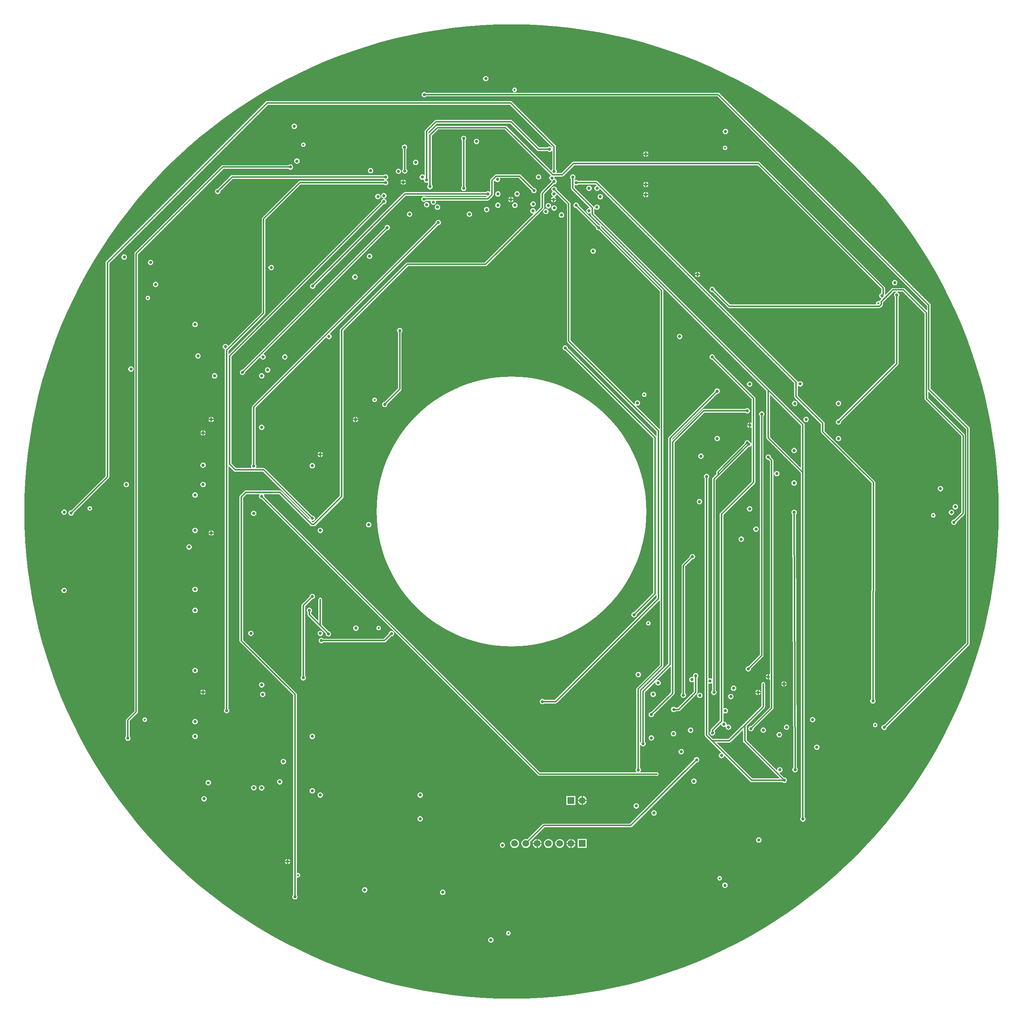
<source format=gbr>
%TF.GenerationSoftware,Altium Limited,Altium Designer,20.2.3 (150)*%
G04 Layer_Physical_Order=3*
G04 Layer_Color=16440176*
%FSLAX45Y45*%
%MOMM*%
%TF.SameCoordinates,D065702F-5D7C-4ECE-B493-19553C93D9E3*%
%TF.FilePolarity,Positive*%
%TF.FileFunction,Copper,L3,Inr,Signal*%
%TF.Part,Single*%
G01*
G75*
%TA.AperFunction,Conductor*%
%ADD32C,0.30000*%
%TA.AperFunction,ComponentPad*%
%ADD33R,1.50000X1.50000*%
%ADD34C,1.50000*%
%ADD35C,0.50000*%
%TA.AperFunction,ViaPad*%
%ADD36C,0.70000*%
G36*
X11331459Y21969341D02*
X11662615Y21954324D01*
X11993166Y21929314D01*
X12322812Y21894331D01*
X12651250Y21849408D01*
X12978181Y21794586D01*
X13303308Y21729913D01*
X13626334Y21655452D01*
X13946962Y21571268D01*
X14264902Y21477438D01*
X14579863Y21374048D01*
X14891557Y21261192D01*
X15199701Y21138974D01*
X15504013Y21007504D01*
X15804214Y20866905D01*
X16100034Y20717302D01*
X16391199Y20558832D01*
X16677444Y20391641D01*
X16958511Y20215880D01*
X17234140Y20031711D01*
X17504082Y19839301D01*
X17768086Y19638824D01*
X18025919Y19430467D01*
X18277338Y19214417D01*
X18522118Y18990872D01*
X18760036Y18760036D01*
X18990872Y18522118D01*
X19214417Y18277338D01*
X19430467Y18025919D01*
X19638824Y17768086D01*
X19839301Y17504082D01*
X20031711Y17234140D01*
X20215880Y16958511D01*
X20391641Y16677444D01*
X20558832Y16391199D01*
X20717302Y16100034D01*
X20866905Y15804214D01*
X21007504Y15504013D01*
X21138974Y15199701D01*
X21261192Y14891557D01*
X21374048Y14579863D01*
X21477438Y14264902D01*
X21571268Y13946962D01*
X21655452Y13626334D01*
X21729913Y13303308D01*
X21794586Y12978181D01*
X21849408Y12651250D01*
X21894331Y12322812D01*
X21929314Y11993166D01*
X21954324Y11662615D01*
X21969341Y11331459D01*
X21974347Y11000000D01*
X21969341Y10668542D01*
X21954324Y10337385D01*
X21929314Y10006834D01*
X21894331Y9677189D01*
X21849408Y9348750D01*
X21794586Y9021819D01*
X21729913Y8696692D01*
X21655452Y8373667D01*
X21571268Y8053038D01*
X21477438Y7735098D01*
X21374048Y7420138D01*
X21261192Y7108443D01*
X21138974Y6800299D01*
X21007504Y6495988D01*
X20866905Y6195785D01*
X20717302Y5899967D01*
X20558832Y5608802D01*
X20391641Y5322556D01*
X20215880Y5041490D01*
X20031711Y4765860D01*
X19839301Y4495920D01*
X19638824Y4231913D01*
X19430467Y3974082D01*
X19214417Y3722662D01*
X18990872Y3477882D01*
X18760036Y3239965D01*
X18522118Y3009129D01*
X18277338Y2785583D01*
X18025919Y2569533D01*
X17768086Y2361176D01*
X17504082Y2160700D01*
X17234140Y1968290D01*
X16958511Y1784120D01*
X16677444Y1608359D01*
X16391199Y1441168D01*
X16100034Y1282698D01*
X15804214Y1133095D01*
X15504013Y992495D01*
X15199701Y861026D01*
X14891557Y738808D01*
X14579863Y625952D01*
X14264902Y522562D01*
X13946962Y428732D01*
X13626334Y344548D01*
X13303308Y270086D01*
X12978181Y205414D01*
X12651250Y150592D01*
X12322812Y105669D01*
X11993166Y70686D01*
X11662615Y45675D01*
X11331459Y30660D01*
X11000000Y25653D01*
X10668542Y30660D01*
X10337385Y45675D01*
X10006834Y70686D01*
X9677189Y105669D01*
X9348750Y150592D01*
X9021819Y205414D01*
X8696692Y270086D01*
X8373667Y344548D01*
X8053038Y428732D01*
X7735098Y522562D01*
X7420138Y625952D01*
X7108443Y738808D01*
X6800299Y861026D01*
X6495988Y992495D01*
X6195785Y1133095D01*
X5899967Y1282698D01*
X5608802Y1441168D01*
X5322556Y1608359D01*
X5041490Y1784120D01*
X4765860Y1968290D01*
X4495920Y2160700D01*
X4231913Y2361176D01*
X3974082Y2569533D01*
X3722662Y2785583D01*
X3477882Y3009129D01*
X3239965Y3239965D01*
X3009129Y3477882D01*
X2785583Y3722662D01*
X2569533Y3974082D01*
X2361176Y4231913D01*
X2160700Y4495920D01*
X1968290Y4765860D01*
X1784120Y5041490D01*
X1608359Y5322556D01*
X1441168Y5608802D01*
X1282698Y5899967D01*
X1133095Y6195785D01*
X992495Y6495988D01*
X861026Y6800299D01*
X738808Y7108443D01*
X625952Y7420138D01*
X522562Y7735098D01*
X428732Y8053038D01*
X344548Y8373667D01*
X270086Y8696692D01*
X205414Y9021819D01*
X150592Y9348750D01*
X105669Y9677189D01*
X70686Y10006834D01*
X45675Y10337385D01*
X30660Y10668542D01*
X25653Y11000000D01*
X30660Y11331459D01*
X45675Y11662615D01*
X70686Y11993166D01*
X105669Y12322812D01*
X150592Y12651250D01*
X205414Y12978181D01*
X270086Y13303308D01*
X344548Y13626334D01*
X428732Y13946962D01*
X522562Y14264902D01*
X625952Y14579863D01*
X738808Y14891557D01*
X861026Y15199701D01*
X992495Y15504013D01*
X1133095Y15804214D01*
X1282698Y16100034D01*
X1441168Y16391199D01*
X1608359Y16677444D01*
X1784120Y16958511D01*
X1968290Y17234140D01*
X2160700Y17504082D01*
X2361176Y17768086D01*
X2569533Y18025919D01*
X2785583Y18277338D01*
X3009129Y18522118D01*
X3239965Y18760036D01*
X3477882Y18990872D01*
X3722662Y19214417D01*
X3974082Y19430467D01*
X4231913Y19638824D01*
X4495920Y19839301D01*
X4765860Y20031711D01*
X5041490Y20215880D01*
X5322556Y20391641D01*
X5608802Y20558832D01*
X5899967Y20717302D01*
X6195785Y20866905D01*
X6495988Y21007504D01*
X6800299Y21138974D01*
X7108443Y21261192D01*
X7420138Y21374048D01*
X7735098Y21477438D01*
X8053038Y21571268D01*
X8373667Y21655452D01*
X8696692Y21729913D01*
X9021819Y21794586D01*
X9348750Y21849408D01*
X9677189Y21894331D01*
X10006834Y21929314D01*
X10337385Y21954324D01*
X10668542Y21969341D01*
X11000000Y21974347D01*
X11331459Y21969341D01*
D02*
G37*
%LPC*%
G36*
X10421650Y20813275D02*
X10398240Y20808620D01*
X10378393Y20795357D01*
X10365132Y20775511D01*
X10360475Y20752100D01*
X10365132Y20728690D01*
X10378393Y20708842D01*
X10398240Y20695581D01*
X10421650Y20690924D01*
X10445061Y20695581D01*
X10464908Y20708842D01*
X10478169Y20728690D01*
X10482826Y20752100D01*
X10478169Y20775511D01*
X10464908Y20795357D01*
X10445061Y20808620D01*
X10421650Y20813275D01*
D02*
G37*
G36*
X11070901Y20550984D02*
X11070901Y20550984D01*
X11070900Y20550984D01*
X11051392Y20547104D01*
X11051392Y20547104D01*
X11051391Y20547104D01*
X11041433Y20540450D01*
X11034853Y20536053D01*
X11034852Y20536053D01*
X11034852Y20536053D01*
X11030456Y20529474D01*
X11023801Y20519514D01*
X11023801Y20519514D01*
X11023801Y20519514D01*
X11019920Y20500006D01*
X11019921Y20500005D01*
X11019920Y20500005D01*
X11023800Y20480498D01*
X11023801Y20480498D01*
X11023801Y20480496D01*
X11030455Y20470537D01*
X11034851Y20463959D01*
X11034851Y20463957D01*
X11034852Y20463957D01*
X11041430Y20459561D01*
X11051389Y20452905D01*
X11051390Y20452905D01*
X11051391Y20452905D01*
X11070898Y20449025D01*
X11070899Y20449025D01*
X11070900Y20449025D01*
X11090407Y20452905D01*
X11090408Y20452905D01*
X11090409Y20452905D01*
X11100367Y20459560D01*
X11106947Y20463956D01*
X11106947Y20463956D01*
X11106948Y20463957D01*
X11111343Y20470535D01*
X11117998Y20480495D01*
X11117999Y20480495D01*
X11117999Y20480496D01*
X11121879Y20500003D01*
X11121879Y20500005D01*
X11121879Y20500005D01*
X11117999Y20519511D01*
X11117999Y20519513D01*
X11117999Y20519514D01*
X11111345Y20529472D01*
X11106949Y20536052D01*
X11106948Y20536052D01*
X11106948Y20536053D01*
X11100369Y20540448D01*
X11090410Y20547102D01*
X11090409Y20547102D01*
X11090409Y20547104D01*
X11082543Y20548668D01*
X11070901Y20550984D01*
D02*
G37*
G36*
X6106160Y19738931D02*
X6082749Y19734274D01*
X6062903Y19721013D01*
X6049641Y19701167D01*
X6044985Y19677756D01*
X6049641Y19654346D01*
X6062903Y19634499D01*
X6082749Y19621237D01*
X6106160Y19616582D01*
X6129571Y19621237D01*
X6149417Y19634499D01*
X6162679Y19654346D01*
X6167335Y19677756D01*
X6162679Y19701167D01*
X6149417Y19721013D01*
X6129571Y19734274D01*
X6106160Y19738931D01*
D02*
G37*
G36*
X15821193Y19621715D02*
X15797781Y19617059D01*
X15777934Y19603796D01*
X15764674Y19583951D01*
X15760017Y19560539D01*
X15764674Y19537129D01*
X15777934Y19517284D01*
X15797781Y19504021D01*
X15821193Y19499365D01*
X15844604Y19504021D01*
X15864450Y19517284D01*
X15877711Y19537129D01*
X15882368Y19560539D01*
X15877711Y19583951D01*
X15864450Y19603796D01*
X15844604Y19617059D01*
X15821193Y19621715D01*
D02*
G37*
G36*
X6311453Y19313577D02*
X6308194Y19312929D01*
X6304878Y19313152D01*
X6298522Y19311006D01*
X6291944Y19309697D01*
X6289181Y19307851D01*
X6286032Y19306789D01*
X6280982Y19302373D01*
X6275405Y19298647D01*
X6273559Y19295883D01*
X6271057Y19293697D01*
X6268081Y19287685D01*
X6264354Y19282108D01*
X6263706Y19278848D01*
X6262231Y19275870D01*
X6261782Y19269177D01*
X6260473Y19262598D01*
X6261122Y19259338D01*
X6260899Y19256023D01*
X6263045Y19249667D01*
X6264354Y19243089D01*
X6266200Y19240327D01*
X6267263Y19237177D01*
X6271679Y19232127D01*
X6275405Y19226550D01*
X6278168Y19224704D01*
X6280355Y19222202D01*
X6286366Y19219226D01*
X6291944Y19215498D01*
X6295203Y19214851D01*
X6298181Y19213376D01*
X6304874Y19212927D01*
X6311453Y19211618D01*
X6314712Y19212267D01*
X6318028Y19212044D01*
X6324384Y19214191D01*
X6330962Y19215498D01*
X6333724Y19217345D01*
X6336874Y19218408D01*
X6341924Y19222824D01*
X6347501Y19226550D01*
X6349347Y19229314D01*
X6351849Y19231500D01*
X6354825Y19237511D01*
X6358552Y19243089D01*
X6359200Y19246349D01*
X6360675Y19249326D01*
X6361124Y19256020D01*
X6362433Y19262598D01*
X6361784Y19265857D01*
X6362007Y19269173D01*
X6359861Y19275529D01*
X6358552Y19282108D01*
X6356706Y19284869D01*
X6355643Y19288019D01*
X6351227Y19293069D01*
X6347501Y19298647D01*
X6344738Y19300491D01*
X6342551Y19302994D01*
X6336540Y19305969D01*
X6330962Y19309697D01*
X6327703Y19310345D01*
X6324725Y19311819D01*
X6318032Y19312270D01*
X6311453Y19313577D01*
D02*
G37*
G36*
X10210960Y19396738D02*
X10187549Y19392081D01*
X10167703Y19378819D01*
X10154441Y19358974D01*
X10149785Y19335562D01*
X10154441Y19312151D01*
X10167703Y19292305D01*
X10187549Y19279044D01*
X10210960Y19274387D01*
X10234371Y19279044D01*
X10254217Y19292305D01*
X10267479Y19312151D01*
X10272135Y19335562D01*
X10267479Y19358974D01*
X10254217Y19378819D01*
X10234371Y19392081D01*
X10210960Y19396738D01*
D02*
G37*
G36*
X15811459Y19242870D02*
X15804881Y19241560D01*
X15798190Y19241112D01*
X15795210Y19239638D01*
X15791949Y19238988D01*
X15786374Y19235263D01*
X15780363Y19232288D01*
X15778175Y19229784D01*
X15775410Y19227937D01*
X15771686Y19222362D01*
X15767271Y19217313D01*
X15766206Y19214163D01*
X15764360Y19211398D01*
X15763052Y19204820D01*
X15760905Y19198466D01*
X15761128Y19195151D01*
X15760480Y19191888D01*
X15761787Y19185310D01*
X15762238Y19178621D01*
X15763712Y19175641D01*
X15764360Y19172382D01*
X15768086Y19166805D01*
X15771062Y19160794D01*
X15773566Y19158606D01*
X15775410Y19155843D01*
X15780988Y19152116D01*
X15786037Y19147701D01*
X15789186Y19146638D01*
X15791949Y19144791D01*
X15798528Y19143481D01*
X15804881Y19141336D01*
X15808199Y19141559D01*
X15811459Y19140910D01*
X15818037Y19142218D01*
X15824728Y19142667D01*
X15827708Y19144142D01*
X15830968Y19144791D01*
X15836543Y19148515D01*
X15842555Y19151492D01*
X15844743Y19153995D01*
X15847507Y19155843D01*
X15851233Y19161417D01*
X15855647Y19166467D01*
X15856711Y19169617D01*
X15858559Y19172382D01*
X15859866Y19178958D01*
X15862013Y19185312D01*
X15861790Y19188629D01*
X15862439Y19191888D01*
X15861131Y19198468D01*
X15860683Y19205157D01*
X15859207Y19208138D01*
X15858559Y19211398D01*
X15854832Y19216975D01*
X15851857Y19222984D01*
X15849355Y19225172D01*
X15847507Y19227937D01*
X15841931Y19231664D01*
X15836882Y19236078D01*
X15833733Y19237141D01*
X15830968Y19238988D01*
X15824391Y19240297D01*
X15818037Y19242442D01*
X15814720Y19242220D01*
X15811459Y19242870D01*
D02*
G37*
G36*
X14038580Y19109058D02*
Y19062700D01*
X14084937D01*
X14082774Y19073567D01*
X14069426Y19093546D01*
X14049448Y19106895D01*
X14038580Y19109058D01*
D02*
G37*
G36*
X14013181D02*
X14002313Y19106895D01*
X13982333Y19093546D01*
X13968985Y19073567D01*
X13966823Y19062700D01*
X14013181D01*
Y19109058D01*
D02*
G37*
G36*
X14084937Y19037300D02*
X14038580D01*
Y18990942D01*
X14049448Y18993105D01*
X14069426Y19006454D01*
X14082774Y19026433D01*
X14084937Y19037300D01*
D02*
G37*
G36*
X14013181D02*
X13966823D01*
X13968985Y19026433D01*
X13982333Y19006454D01*
X14002313Y18993105D01*
X14013181Y18990942D01*
Y19037300D01*
D02*
G37*
G36*
X6164580Y18956235D02*
X6141169Y18951579D01*
X6121323Y18938316D01*
X6108061Y18918471D01*
X6103405Y18895061D01*
X6108061Y18871649D01*
X6121323Y18851804D01*
X6141169Y18838541D01*
X6164580Y18833885D01*
X6187991Y18838541D01*
X6207837Y18851804D01*
X6221099Y18871649D01*
X6225755Y18895061D01*
X6221099Y18918471D01*
X6207837Y18938316D01*
X6187991Y18951579D01*
X6164580Y18956235D01*
D02*
G37*
G36*
X8842169Y18926096D02*
X8818758Y18921439D01*
X8798912Y18908179D01*
X8785650Y18888332D01*
X8780994Y18864920D01*
X8785650Y18841508D01*
X8798912Y18821663D01*
X8818758Y18808401D01*
X8842169Y18803745D01*
X8865580Y18808401D01*
X8885427Y18821663D01*
X8898688Y18841508D01*
X8903345Y18864920D01*
X8898688Y18888332D01*
X8885427Y18908179D01*
X8865580Y18921439D01*
X8842169Y18926096D01*
D02*
G37*
G36*
X6019800Y18821616D02*
X5996389Y18816959D01*
X5976543Y18803697D01*
X5974889Y18801224D01*
X4494587D01*
X4494586Y18801224D01*
X4478979Y18798119D01*
X4465747Y18789278D01*
X4465747Y18789278D01*
X2515967Y16839497D01*
X2507127Y16826266D01*
X2504022Y16810660D01*
X2504022Y16810658D01*
Y6503779D01*
X2328261Y6328018D01*
X2319421Y6314787D01*
X2316316Y6299180D01*
X2316316Y6299178D01*
Y5937711D01*
X2313842Y5936057D01*
X2300581Y5916211D01*
X2295924Y5892800D01*
X2300581Y5869389D01*
X2313842Y5849543D01*
X2333689Y5836281D01*
X2357100Y5831625D01*
X2380511Y5836281D01*
X2400357Y5849543D01*
X2413618Y5869389D01*
X2418275Y5892800D01*
X2413618Y5916211D01*
X2400357Y5936057D01*
X2397883Y5937711D01*
Y6282286D01*
X2573643Y6458047D01*
X2573644Y6458047D01*
X2582485Y6471278D01*
X2585589Y6486886D01*
X2585589Y6486887D01*
Y16793767D01*
X4511479Y18719656D01*
X5974889D01*
X5976543Y18717183D01*
X5996389Y18703922D01*
X6019800Y18699265D01*
X6043211Y18703922D01*
X6063057Y18717183D01*
X6076319Y18737029D01*
X6080975Y18760440D01*
X6076319Y18783852D01*
X6063057Y18803697D01*
X6043211Y18816959D01*
X6019800Y18821616D01*
D02*
G37*
G36*
X7826520Y18740828D02*
X7803109Y18736172D01*
X7783262Y18722910D01*
X7770001Y18703064D01*
X7765344Y18679652D01*
X7770001Y18656242D01*
X7783262Y18636395D01*
X7803109Y18623134D01*
X7826520Y18618477D01*
X7849931Y18623134D01*
X7869777Y18636395D01*
X7883039Y18656242D01*
X7887695Y18679652D01*
X7883039Y18703064D01*
X7869777Y18722910D01*
X7849931Y18736172D01*
X7826520Y18740828D01*
D02*
G37*
G36*
X8591177Y19268907D02*
X8567766Y19264250D01*
X8547919Y19250989D01*
X8534658Y19231142D01*
X8530001Y19207732D01*
X8534658Y19184322D01*
X8547919Y19164474D01*
X8551972Y19161766D01*
Y18717043D01*
X8551076Y18716443D01*
X8537815Y18696597D01*
X8533158Y18673186D01*
X8537815Y18649776D01*
X8551076Y18629929D01*
X8570923Y18616667D01*
X8594334Y18612012D01*
X8617745Y18616667D01*
X8637591Y18629929D01*
X8650853Y18649776D01*
X8655509Y18673186D01*
X8650853Y18696597D01*
X8637591Y18716443D01*
X8633539Y18719151D01*
Y19163876D01*
X8634434Y19164474D01*
X8647695Y19184322D01*
X8652352Y19207732D01*
X8647695Y19231142D01*
X8634434Y19250989D01*
X8614588Y19264250D01*
X8591177Y19268907D01*
D02*
G37*
G36*
X8454080Y18725421D02*
X8430669Y18720764D01*
X8410823Y18707503D01*
X8397561Y18687656D01*
X8392905Y18664246D01*
X8397561Y18640834D01*
X8410823Y18620988D01*
X8430669Y18607726D01*
X8454080Y18603070D01*
X8477491Y18607726D01*
X8497338Y18620988D01*
X8510599Y18640834D01*
X8515256Y18664246D01*
X8510599Y18687656D01*
X8497338Y18707503D01*
X8477491Y18720764D01*
X8454080Y18725421D01*
D02*
G37*
G36*
X11179740Y18596825D02*
X11179739Y18596825D01*
X10652175D01*
X10652174Y18596825D01*
X10636567Y18593719D01*
X10623336Y18584879D01*
X10623335Y18584879D01*
X10530347Y18491890D01*
X10521506Y18478658D01*
X10518401Y18463051D01*
X10518402Y18463049D01*
Y18209402D01*
X10505702Y18202614D01*
X10492519Y18211423D01*
X10469108Y18216080D01*
X10445697Y18211423D01*
X10425850Y18198161D01*
X10424197Y18195688D01*
X8600676D01*
X8585069Y18192583D01*
X8571838Y18183742D01*
X6524942Y16136847D01*
X6522024Y16137427D01*
X6498613Y16132771D01*
X6478767Y16119508D01*
X6465505Y16099663D01*
X6460849Y16076253D01*
X6465505Y16052841D01*
X6478767Y16032994D01*
X6498613Y16019733D01*
X6522024Y16015076D01*
X6545435Y16019733D01*
X6565282Y16032994D01*
X6578543Y16052841D01*
X6583199Y16076253D01*
X6582619Y16079170D01*
X8617570Y18114120D01*
X10424197D01*
X10425850Y18111647D01*
X10437213Y18104054D01*
X10438898Y18088528D01*
X10437288Y18086284D01*
X9063303D01*
X9050571Y18094791D01*
X9027160Y18099448D01*
X9003749Y18094791D01*
X8983903Y18081531D01*
X8970641Y18061684D01*
X8965985Y18038272D01*
X8970641Y18014861D01*
X8983903Y17995015D01*
X9003749Y17981754D01*
X9027160Y17977097D01*
X9050571Y17981754D01*
X9070417Y17995015D01*
X9076900Y18004716D01*
X9178182D01*
X9183624Y17992017D01*
X9179345Y17970500D01*
X9184001Y17947089D01*
X9197263Y17927243D01*
X9217109Y17913982D01*
X9240520Y17909325D01*
X9263931Y17913982D01*
X9283777Y17927243D01*
X9297039Y17947089D01*
X9301695Y17970500D01*
X9297416Y17992017D01*
X9302858Y18004716D01*
X10465769D01*
X10465770Y18004716D01*
X10481377Y18007822D01*
X10494608Y18016663D01*
X10588023Y18110075D01*
X10588024Y18110077D01*
X10596864Y18123308D01*
X10599969Y18138914D01*
X10599969Y18138916D01*
Y18446158D01*
X10614966Y18461156D01*
X10627794Y18456023D01*
X10639983Y18437782D01*
X10659829Y18424521D01*
X10683240Y18419865D01*
X10706651Y18424521D01*
X10726497Y18437782D01*
X10739759Y18457629D01*
X10744415Y18481039D01*
X10740136Y18502556D01*
X10745578Y18515257D01*
X11162847D01*
X11445605Y18232498D01*
X11445025Y18229581D01*
X11449681Y18206169D01*
X11462943Y18186324D01*
X11482789Y18173061D01*
X11506200Y18168405D01*
X11529611Y18173061D01*
X11549457Y18186324D01*
X11562719Y18206169D01*
X11567375Y18229581D01*
X11562719Y18252991D01*
X11549457Y18272836D01*
X11529611Y18286099D01*
X11506200Y18290755D01*
X11503282Y18290175D01*
X11208578Y18584879D01*
X11195347Y18593719D01*
X11192758Y18594234D01*
X11179740Y18596825D01*
D02*
G37*
G36*
X11609319Y18598029D02*
X11585908Y18593373D01*
X11566061Y18580112D01*
X11552800Y18560265D01*
X11548144Y18536855D01*
X11552800Y18513443D01*
X11566061Y18493596D01*
X11585908Y18480334D01*
X11609319Y18475679D01*
X11632730Y18480334D01*
X11652576Y18493596D01*
X11665838Y18513443D01*
X11670494Y18536855D01*
X11665838Y18560265D01*
X11652576Y18580112D01*
X11632730Y18593373D01*
X11609319Y18598029D01*
D02*
G37*
G36*
X8572500Y18479137D02*
Y18432780D01*
X8618857D01*
X8616695Y18443646D01*
X8603346Y18463626D01*
X8583367Y18476974D01*
X8572500Y18479137D01*
D02*
G37*
G36*
X8547100D02*
X8536233Y18476974D01*
X8516254Y18463626D01*
X8502905Y18443646D01*
X8500743Y18432780D01*
X8547100D01*
Y18479137D01*
D02*
G37*
G36*
X14038580Y18425797D02*
Y18379440D01*
X14084937D01*
X14082774Y18390308D01*
X14069426Y18410286D01*
X14049448Y18423634D01*
X14038580Y18425797D01*
D02*
G37*
G36*
X14013181D02*
X14002313Y18423634D01*
X13982333Y18410286D01*
X13968985Y18390308D01*
X13966823Y18379440D01*
X14013181D01*
Y18425797D01*
D02*
G37*
G36*
X8618857Y18407381D02*
X8572500D01*
Y18361023D01*
X8583367Y18363185D01*
X8603346Y18376534D01*
X8616695Y18396513D01*
X8618857Y18407381D01*
D02*
G37*
G36*
X8547100D02*
X8500743D01*
X8502905Y18396513D01*
X8516254Y18376534D01*
X8536233Y18363185D01*
X8547100Y18361023D01*
Y18407381D01*
D02*
G37*
G36*
X14084937Y18354041D02*
X14038580D01*
Y18307683D01*
X14049448Y18309845D01*
X14069426Y18323193D01*
X14082774Y18343173D01*
X14084937Y18354041D01*
D02*
G37*
G36*
X14013181D02*
X13966823D01*
X13968985Y18343173D01*
X13982333Y18323193D01*
X14002313Y18309845D01*
X14013181Y18307683D01*
Y18354041D01*
D02*
G37*
G36*
X9922556Y19466859D02*
X9899145Y19462202D01*
X9879298Y19448941D01*
X9866037Y19429094D01*
X9861380Y19405682D01*
X9866037Y19382272D01*
X9879298Y19362427D01*
X9881772Y19360773D01*
Y18326814D01*
X9879298Y18325162D01*
X9866037Y18305315D01*
X9861380Y18281905D01*
X9866037Y18258493D01*
X9879298Y18238647D01*
X9899145Y18225385D01*
X9922556Y18220729D01*
X9945967Y18225385D01*
X9965813Y18238647D01*
X9979075Y18258493D01*
X9983731Y18281905D01*
X9979075Y18305315D01*
X9965813Y18325162D01*
X9963339Y18326814D01*
Y19360773D01*
X9965813Y19362427D01*
X9979075Y19382272D01*
X9983731Y19405682D01*
X9979075Y19429094D01*
X9965813Y19448941D01*
X9945967Y19462202D01*
X9922556Y19466859D01*
D02*
G37*
G36*
X12748260Y18342616D02*
X12724849Y18337961D01*
X12705003Y18324699D01*
X12691741Y18304852D01*
X12687085Y18281442D01*
X12691741Y18258031D01*
X12705003Y18238184D01*
X12724849Y18224924D01*
X12748260Y18220267D01*
X12771671Y18224924D01*
X12791517Y18238184D01*
X12804779Y18258031D01*
X12809435Y18281442D01*
X12804779Y18304852D01*
X12791517Y18324699D01*
X12771671Y18337961D01*
X12748260Y18342616D01*
D02*
G37*
G36*
X14038580Y18197197D02*
Y18150841D01*
X14084937D01*
X14082774Y18161707D01*
X14069426Y18181686D01*
X14049448Y18195035D01*
X14038580Y18197197D01*
D02*
G37*
G36*
X14013181D02*
X14002313Y18195035D01*
X13982333Y18181686D01*
X13968985Y18161707D01*
X13966823Y18150841D01*
X14013181D01*
Y18197197D01*
D02*
G37*
G36*
X11125200Y18215622D02*
X11101789Y18210966D01*
X11081943Y18197704D01*
X11068681Y18177858D01*
X11064025Y18154446D01*
X11068681Y18131036D01*
X11081943Y18111189D01*
X11101789Y18097928D01*
X11125200Y18093271D01*
X11148611Y18097928D01*
X11168457Y18111189D01*
X11181719Y18131036D01*
X11186375Y18154446D01*
X11181719Y18177858D01*
X11168457Y18197704D01*
X11148611Y18210966D01*
X11125200Y18215622D01*
D02*
G37*
G36*
X10693400D02*
X10669989Y18210966D01*
X10650143Y18197704D01*
X10636881Y18177858D01*
X10632225Y18154446D01*
X10636881Y18131036D01*
X10650143Y18111189D01*
X10669989Y18097928D01*
X10693400Y18093271D01*
X10716811Y18097928D01*
X10736657Y18111189D01*
X10749919Y18131036D01*
X10754575Y18154446D01*
X10749919Y18177858D01*
X10736657Y18197704D01*
X10716811Y18210966D01*
X10693400Y18215622D01*
D02*
G37*
G36*
X14084937Y18125439D02*
X14038580D01*
Y18079083D01*
X14049448Y18081245D01*
X14069426Y18094594D01*
X14082774Y18114574D01*
X14084937Y18125439D01*
D02*
G37*
G36*
X14013181D02*
X13966823D01*
X13968985Y18114574D01*
X13982333Y18094594D01*
X14002313Y18081245D01*
X14013181Y18079083D01*
Y18125439D01*
D02*
G37*
G36*
X10999627Y18086504D02*
Y18040147D01*
X11045985D01*
X11043823Y18051015D01*
X11030473Y18070993D01*
X11010494Y18084341D01*
X10999627Y18086504D01*
D02*
G37*
G36*
X10974227D02*
X10963361Y18084341D01*
X10943381Y18070993D01*
X10930032Y18051015D01*
X10927870Y18040147D01*
X10974227D01*
Y18086504D01*
D02*
G37*
G36*
X7990545Y18155405D02*
X7967134Y18150748D01*
X7947288Y18137486D01*
X7934027Y18117639D01*
X7929370Y18094228D01*
X7934027Y18070818D01*
X7947288Y18050970D01*
X7967134Y18037711D01*
X7990545Y18033054D01*
X8013956Y18037711D01*
X8033803Y18050970D01*
X8047064Y18070818D01*
X8051721Y18094228D01*
X8047064Y18117639D01*
X8033803Y18137486D01*
X8013956Y18150748D01*
X7990545Y18155405D01*
D02*
G37*
G36*
X13002260Y18152116D02*
X12978848Y18147461D01*
X12959003Y18134200D01*
X12945741Y18114352D01*
X12941084Y18090942D01*
X12945741Y18067531D01*
X12959003Y18047684D01*
X12978848Y18034422D01*
X13002260Y18029765D01*
X13025671Y18034422D01*
X13045517Y18047684D01*
X13058778Y18067531D01*
X13063435Y18090942D01*
X13058778Y18114352D01*
X13045517Y18134200D01*
X13025671Y18147461D01*
X13002260Y18152116D01*
D02*
G37*
G36*
X11045985Y18014748D02*
X10999627D01*
Y17968390D01*
X11010494Y17970551D01*
X11030473Y17983900D01*
X11043823Y18003880D01*
X11045985Y18014748D01*
D02*
G37*
G36*
X10974227D02*
X10927870D01*
X10930032Y18003880D01*
X10943381Y17983900D01*
X10963361Y17970551D01*
X10974227Y17968390D01*
Y18014748D01*
D02*
G37*
G36*
X12003615Y18014742D02*
X11957258D01*
Y17968385D01*
X11968125Y17970546D01*
X11988104Y17983896D01*
X12001454Y18003876D01*
X12003615Y18014742D01*
D02*
G37*
G36*
X11931858D02*
X11885501D01*
X11887663Y18003876D01*
X11901012Y17983896D01*
X11920991Y17970546D01*
X11931858Y17968385D01*
Y18014742D01*
D02*
G37*
G36*
X11488420Y17985954D02*
X11465009Y17981299D01*
X11445163Y17968037D01*
X11431901Y17948190D01*
X11427245Y17924780D01*
X11431901Y17901369D01*
X11445163Y17881523D01*
X11465009Y17868262D01*
X11488420Y17863605D01*
X11511831Y17868262D01*
X11531677Y17881523D01*
X11544939Y17901369D01*
X11549595Y17924780D01*
X11544939Y17948190D01*
X11531677Y17968037D01*
X11511831Y17981299D01*
X11488420Y17985954D01*
D02*
G37*
G36*
X9090660Y17972469D02*
X9067249Y17967812D01*
X9047403Y17954550D01*
X9034141Y17934705D01*
X9029485Y17911293D01*
X9034141Y17887881D01*
X9047403Y17868034D01*
X9067249Y17854774D01*
X9090660Y17850117D01*
X9114071Y17854774D01*
X9133917Y17868034D01*
X9147179Y17887881D01*
X9151835Y17911293D01*
X9147179Y17934705D01*
X9133917Y17954550D01*
X9114071Y17967812D01*
X9090660Y17972469D01*
D02*
G37*
G36*
X11076940Y17961623D02*
X11053529Y17956966D01*
X11033683Y17943704D01*
X11020421Y17923859D01*
X11015765Y17900447D01*
X11020421Y17877036D01*
X11033683Y17857188D01*
X11053529Y17843929D01*
X11076940Y17839272D01*
X11100351Y17843929D01*
X11120197Y17857188D01*
X11133459Y17877036D01*
X11138115Y17900447D01*
X11133459Y17923859D01*
X11120197Y17943704D01*
X11100351Y17956966D01*
X11076940Y17961623D01*
D02*
G37*
G36*
X10693400D02*
X10669989Y17956966D01*
X10650143Y17943704D01*
X10636881Y17923859D01*
X10632225Y17900447D01*
X10636881Y17877036D01*
X10650143Y17857188D01*
X10669989Y17843929D01*
X10693400Y17839272D01*
X10716811Y17843929D01*
X10736657Y17857188D01*
X10749919Y17877036D01*
X10754575Y17900447D01*
X10749919Y17923859D01*
X10736657Y17943704D01*
X10716811Y17956966D01*
X10693400Y17961623D01*
D02*
G37*
G36*
X11830858Y17950116D02*
X11807447Y17945459D01*
X11787600Y17932198D01*
X11774339Y17912352D01*
X11769682Y17888940D01*
X11774339Y17865530D01*
X11787600Y17845683D01*
X11807447Y17832422D01*
X11830858Y17827765D01*
X11854269Y17832422D01*
X11874115Y17845683D01*
X11887377Y17865530D01*
X11892033Y17888940D01*
X11887377Y17912352D01*
X11874115Y17932198D01*
X11854269Y17945459D01*
X11830858Y17950116D01*
D02*
G37*
G36*
X9331960Y17918204D02*
X9308549Y17913547D01*
X9288703Y17900285D01*
X9275441Y17880440D01*
X9270785Y17857028D01*
X9275441Y17833617D01*
X9288703Y17813771D01*
X9308549Y17800510D01*
X9331960Y17795853D01*
X9355371Y17800510D01*
X9375217Y17813771D01*
X9388479Y17833617D01*
X9393135Y17857028D01*
X9388479Y17880440D01*
X9375217Y17900285D01*
X9355371Y17913547D01*
X9331960Y17918204D01*
D02*
G37*
G36*
X11961820Y17898117D02*
X11938409Y17893462D01*
X11918563Y17880199D01*
X11905301Y17860353D01*
X11900645Y17836942D01*
X11905301Y17813531D01*
X11918563Y17793684D01*
X11938409Y17780423D01*
X11961820Y17775766D01*
X11985231Y17780423D01*
X12005078Y17793684D01*
X12018339Y17813531D01*
X12022996Y17836942D01*
X12018339Y17860353D01*
X12005078Y17880199D01*
X11985231Y17893462D01*
X11961820Y17898117D01*
D02*
G37*
G36*
X10439908Y17864035D02*
X10416497Y17859380D01*
X10396651Y17846117D01*
X10383389Y17826271D01*
X10378733Y17802859D01*
X10383389Y17779449D01*
X10396651Y17759602D01*
X10416497Y17746341D01*
X10439908Y17741685D01*
X10463319Y17746341D01*
X10483165Y17759602D01*
X10496427Y17779449D01*
X10501083Y17802859D01*
X10496427Y17826271D01*
X10483165Y17846117D01*
X10463319Y17859380D01*
X10439908Y17864035D01*
D02*
G37*
G36*
X11773967Y17820856D02*
X11750556Y17816199D01*
X11730709Y17802937D01*
X11717448Y17783092D01*
X11712791Y17759680D01*
X11717448Y17736269D01*
X11730709Y17716423D01*
X11750556Y17703162D01*
X11773967Y17698505D01*
X11797378Y17703162D01*
X11817224Y17716423D01*
X11830486Y17736269D01*
X11835142Y17759680D01*
X11830486Y17783092D01*
X11817224Y17802937D01*
X11797378Y17816199D01*
X11773967Y17820856D01*
D02*
G37*
G36*
X10050780Y17759895D02*
X10027369Y17755238D01*
X10007523Y17741977D01*
X9994261Y17722131D01*
X9989605Y17698720D01*
X9994261Y17675310D01*
X10007523Y17655463D01*
X10027369Y17642201D01*
X10050780Y17637544D01*
X10074191Y17642201D01*
X10094037Y17655463D01*
X10107299Y17675310D01*
X10111955Y17698720D01*
X10107299Y17722131D01*
X10094037Y17741977D01*
X10074191Y17755238D01*
X10050780Y17759895D01*
D02*
G37*
G36*
X8703691D02*
X8680280Y17755238D01*
X8660434Y17741977D01*
X8647172Y17722131D01*
X8642516Y17698720D01*
X8647172Y17675310D01*
X8660434Y17655463D01*
X8680280Y17642201D01*
X8703691Y17637544D01*
X8727102Y17642201D01*
X8746948Y17655463D01*
X8760210Y17675310D01*
X8764866Y17698720D01*
X8760210Y17722131D01*
X8746948Y17741977D01*
X8727102Y17755238D01*
X8703691Y17759895D01*
D02*
G37*
G36*
X12125960Y17742114D02*
X12102549Y17737459D01*
X12082703Y17724197D01*
X12069441Y17704350D01*
X12064785Y17680940D01*
X12069441Y17657529D01*
X12082703Y17637683D01*
X12102549Y17624422D01*
X12125960Y17619765D01*
X12149371Y17624422D01*
X12169217Y17637683D01*
X12182479Y17657529D01*
X12187135Y17680940D01*
X12182479Y17704350D01*
X12169217Y17724197D01*
X12149371Y17737459D01*
X12125960Y17742114D01*
D02*
G37*
G36*
X8201660Y17457635D02*
X8178249Y17452979D01*
X8158403Y17439717D01*
X8145141Y17419872D01*
X8140485Y17396460D01*
X8141065Y17393542D01*
X4943218Y14195695D01*
X4940300Y14196275D01*
X4916889Y14191618D01*
X4897043Y14178357D01*
X4883781Y14158511D01*
X4879125Y14135100D01*
X4883781Y14111690D01*
X4897043Y14091843D01*
X4916889Y14078581D01*
X4940300Y14073924D01*
X4963711Y14078581D01*
X4983557Y14091843D01*
X4996819Y14111690D01*
X5001475Y14135100D01*
X5000895Y14138017D01*
X5332804Y14469926D01*
X5344957Y14466241D01*
X5346264Y14459669D01*
X5359526Y14439822D01*
X5379372Y14426561D01*
X5402783Y14421906D01*
X5426194Y14426561D01*
X5446041Y14439822D01*
X5459302Y14459669D01*
X5463959Y14483080D01*
X5459302Y14506491D01*
X5446041Y14526337D01*
X5426194Y14539600D01*
X5419623Y14540906D01*
X5415936Y14553059D01*
X8198742Y17335864D01*
X8201660Y17335284D01*
X8225071Y17339941D01*
X8244917Y17353203D01*
X8258179Y17373048D01*
X8262835Y17396460D01*
X8258179Y17419872D01*
X8244917Y17439717D01*
X8225071Y17452979D01*
X8201660Y17457635D01*
D02*
G37*
G36*
X12841496Y16926750D02*
X12818085Y16922093D01*
X12798238Y16908832D01*
X12784977Y16888986D01*
X12780320Y16865575D01*
X12784977Y16842165D01*
X12798238Y16822318D01*
X12818085Y16809056D01*
X12841496Y16804399D01*
X12864906Y16809056D01*
X12884753Y16822318D01*
X12898015Y16842165D01*
X12902670Y16865575D01*
X12898015Y16888986D01*
X12884753Y16908832D01*
X12864906Y16922093D01*
X12841496Y16926750D01*
D02*
G37*
G36*
X7803634Y16811838D02*
X7780223Y16807181D01*
X7760377Y16793919D01*
X7747116Y16774072D01*
X7742459Y16750662D01*
X7747116Y16727252D01*
X7760377Y16707405D01*
X7780223Y16694144D01*
X7803634Y16689487D01*
X7827045Y16694144D01*
X7846892Y16707405D01*
X7860153Y16727252D01*
X7864810Y16750662D01*
X7860153Y16774072D01*
X7846892Y16793919D01*
X7827045Y16807181D01*
X7803634Y16811838D01*
D02*
G37*
G36*
X2275840Y16792155D02*
X2252429Y16787498D01*
X2232583Y16774237D01*
X2219321Y16754391D01*
X2214665Y16730980D01*
X2219321Y16707568D01*
X2232583Y16687723D01*
X2252429Y16674461D01*
X2275840Y16669804D01*
X2299251Y16674461D01*
X2319097Y16687723D01*
X2332359Y16707568D01*
X2337015Y16730980D01*
X2332359Y16754391D01*
X2319097Y16774237D01*
X2299251Y16787498D01*
X2275840Y16792155D01*
D02*
G37*
G36*
X2869000Y16671461D02*
X2845589Y16666806D01*
X2825743Y16653545D01*
X2812481Y16633698D01*
X2807825Y16610287D01*
X2812481Y16586876D01*
X2825743Y16567029D01*
X2845589Y16553767D01*
X2869000Y16549110D01*
X2892411Y16553767D01*
X2912258Y16567029D01*
X2925519Y16586876D01*
X2930175Y16610287D01*
X2925519Y16633698D01*
X2912258Y16653545D01*
X2892411Y16666806D01*
X2869000Y16671461D01*
D02*
G37*
G36*
X5587284Y16555219D02*
X5563873Y16550563D01*
X5544026Y16537302D01*
X5530765Y16517455D01*
X5526108Y16494044D01*
X5530765Y16470633D01*
X5544026Y16450786D01*
X5563873Y16437524D01*
X5587284Y16432867D01*
X5610695Y16437524D01*
X5630541Y16450786D01*
X5643803Y16470633D01*
X5648459Y16494044D01*
X5643803Y16517455D01*
X5630541Y16537302D01*
X5610695Y16550563D01*
X5587284Y16555219D01*
D02*
G37*
G36*
X15201900Y16398877D02*
Y16352521D01*
X15248257D01*
X15246095Y16363387D01*
X15232745Y16383366D01*
X15212767Y16396715D01*
X15201900Y16398877D01*
D02*
G37*
G36*
X15176500D02*
X15165633Y16396715D01*
X15145654Y16383366D01*
X15132304Y16363387D01*
X15130144Y16352521D01*
X15176500D01*
Y16398877D01*
D02*
G37*
G36*
X15248257Y16327119D02*
X15201900D01*
Y16280763D01*
X15212767Y16282925D01*
X15232745Y16296274D01*
X15246095Y16316254D01*
X15248257Y16327119D01*
D02*
G37*
G36*
X15176500D02*
X15130144D01*
X15132304Y16316254D01*
X15145654Y16296274D01*
X15165633Y16282925D01*
X15176500Y16280763D01*
Y16327119D01*
D02*
G37*
G36*
X7474260Y16343480D02*
X7450849Y16338823D01*
X7431002Y16325562D01*
X7417741Y16305714D01*
X7413084Y16282304D01*
X7417741Y16258893D01*
X7431002Y16239047D01*
X7450849Y16225784D01*
X7474260Y16221129D01*
X7497671Y16225784D01*
X7517517Y16239047D01*
X7530779Y16258893D01*
X7535435Y16282304D01*
X7530779Y16305714D01*
X7517517Y16325562D01*
X7497671Y16338823D01*
X7474260Y16343480D01*
D02*
G37*
G36*
X19634473Y16218115D02*
X19611063Y16213458D01*
X19591216Y16200197D01*
X19577954Y16180351D01*
X19573297Y16156940D01*
X19577954Y16133530D01*
X19591216Y16113683D01*
X19611063Y16100421D01*
X19634473Y16095766D01*
X19657884Y16100421D01*
X19677730Y16113683D01*
X19690993Y16133530D01*
X19695648Y16156940D01*
X19690993Y16180351D01*
X19677730Y16200197D01*
X19657884Y16213458D01*
X19634473Y16218115D01*
D02*
G37*
G36*
X2983149Y16177925D02*
X2959738Y16173268D01*
X2939891Y16160007D01*
X2926630Y16140161D01*
X2921973Y16116750D01*
X2926630Y16093340D01*
X2939891Y16073492D01*
X2959738Y16060231D01*
X2983149Y16055574D01*
X3006560Y16060231D01*
X3026406Y16073492D01*
X3039668Y16093340D01*
X3044324Y16116750D01*
X3039668Y16140161D01*
X3026406Y16160007D01*
X3006560Y16173268D01*
X2983149Y16177925D01*
D02*
G37*
G36*
X2808300Y15862328D02*
X2801798Y15861034D01*
X2795182Y15860609D01*
X2792128Y15859109D01*
X2788791Y15858447D01*
X2783279Y15854764D01*
X2777328Y15851840D01*
X2775081Y15849286D01*
X2772252Y15847395D01*
X2768570Y15841884D01*
X2764190Y15836906D01*
X2763092Y15833685D01*
X2761201Y15830856D01*
X2759908Y15824355D01*
X2757767Y15818080D01*
X2757984Y15814685D01*
X2757321Y15811348D01*
X2758614Y15804845D01*
X2759037Y15798228D01*
X2760538Y15795175D01*
X2761201Y15791840D01*
X2764884Y15786327D01*
X2767808Y15780376D01*
X2770362Y15778128D01*
X2772252Y15775301D01*
X2777764Y15771617D01*
X2782742Y15767236D01*
X2785962Y15766139D01*
X2788791Y15764249D01*
X2795294Y15762955D01*
X2801568Y15760815D01*
X2804963Y15761032D01*
X2808300Y15760368D01*
X2814803Y15761661D01*
X2821419Y15762085D01*
X2824472Y15763585D01*
X2827809Y15764249D01*
X2833321Y15767932D01*
X2839272Y15770856D01*
X2841520Y15773410D01*
X2844348Y15775301D01*
X2848031Y15780811D01*
X2852410Y15785789D01*
X2853509Y15789011D01*
X2855399Y15791840D01*
X2856693Y15798341D01*
X2858833Y15804614D01*
X2858616Y15808011D01*
X2859280Y15811348D01*
X2857986Y15817850D01*
X2857563Y15824466D01*
X2856063Y15827521D01*
X2855399Y15830856D01*
X2851716Y15836369D01*
X2848793Y15842320D01*
X2846238Y15844566D01*
X2844348Y15847395D01*
X2838836Y15851077D01*
X2833858Y15855458D01*
X2830638Y15856557D01*
X2827809Y15858447D01*
X2821307Y15859740D01*
X2815032Y15861880D01*
X2811637Y15861662D01*
X2808300Y15862328D01*
D02*
G37*
G36*
X9035793Y20453642D02*
X9012383Y20448985D01*
X8992536Y20435724D01*
X8979275Y20415877D01*
X8974618Y20392467D01*
X8979275Y20369055D01*
X8992536Y20349210D01*
X9012383Y20335947D01*
X9035793Y20331291D01*
X9059204Y20335947D01*
X9079051Y20349210D01*
X9080704Y20351683D01*
X15642336D01*
X20360992Y15633028D01*
Y15538582D01*
X20349258Y15533720D01*
X19861897Y16021082D01*
X19848666Y16029922D01*
X19833060Y16033028D01*
X19833058Y16033028D01*
X19591702D01*
X19591701Y16033028D01*
X19576093Y16029922D01*
X19562862Y16021082D01*
X19423593Y15881813D01*
X19411888Y15888069D01*
X19412199Y15889638D01*
Y16035612D01*
X19409096Y16051219D01*
X19400255Y16064450D01*
X19400253Y16064452D01*
X16595155Y18869550D01*
X16581924Y18878391D01*
X16566318Y18881496D01*
X16566316Y18881496D01*
X12399283D01*
X12399282Y18881496D01*
X12383675Y18878391D01*
X12370443Y18869550D01*
X12370443Y18869550D01*
X12128057Y18627164D01*
X12023198D01*
X12017756Y18639864D01*
X12022035Y18661380D01*
X12017379Y18684792D01*
X12004117Y18704637D01*
X12001644Y18706291D01*
Y19224861D01*
X11998539Y19240469D01*
X11989698Y19253700D01*
X11989698Y19253700D01*
X11010112Y20233286D01*
X10996881Y20242126D01*
X10981274Y20245232D01*
X10981272Y20245232D01*
X5493324D01*
X5477717Y20242126D01*
X5464486Y20233286D01*
X1868542Y16637341D01*
X1859701Y16624110D01*
X1856596Y16608504D01*
X1856596Y16608502D01*
Y11798787D01*
X1083927Y11026118D01*
X1081009Y11026698D01*
X1057598Y11022042D01*
X1037751Y11008780D01*
X1024490Y10988934D01*
X1019833Y10965523D01*
X1024490Y10942112D01*
X1037751Y10922265D01*
X1057598Y10909004D01*
X1081009Y10904348D01*
X1104420Y10909004D01*
X1124266Y10922265D01*
X1137528Y10942112D01*
X1142184Y10965523D01*
X1141604Y10968441D01*
X1926218Y11753055D01*
X1926218Y11753056D01*
X1935059Y11766287D01*
X1938164Y11781894D01*
Y16591611D01*
X5510217Y20163664D01*
X10964380D01*
X11916510Y19211536D01*
X11915644Y19206027D01*
X11902328Y19203096D01*
X11901453Y19204405D01*
X11881607Y19217667D01*
X11858196Y19222324D01*
X11834785Y19217667D01*
X11814938Y19204405D01*
X11813285Y19201932D01*
X11624106D01*
X11018908Y19807130D01*
X11005677Y19815971D01*
X10990069Y19819075D01*
X10990068Y19819075D01*
X9296498D01*
X9296497Y19819075D01*
X9280889Y19815971D01*
X9267658Y19807130D01*
X9267658Y19807129D01*
X9057994Y19597466D01*
X9049153Y19584235D01*
X9046048Y19568626D01*
X9046049Y19568626D01*
Y18583385D01*
X9039310Y18581342D01*
X9033349Y18580202D01*
X9013883Y18593208D01*
X8990472Y18597864D01*
X8967061Y18593208D01*
X8947215Y18579945D01*
X8933953Y18560100D01*
X8929297Y18536690D01*
X8933953Y18513278D01*
X8947215Y18493431D01*
X8967061Y18480170D01*
X8990472Y18475513D01*
X9013883Y18480170D01*
X9015480Y18481236D01*
X9026910Y18473599D01*
X9025657Y18467299D01*
X9030313Y18443887D01*
X9043575Y18424042D01*
X9063421Y18410780D01*
X9086832Y18406123D01*
X9108349Y18410403D01*
X9121049Y18404961D01*
Y18365211D01*
X9118281Y18363364D01*
X9105020Y18343517D01*
X9100363Y18320107D01*
X9105020Y18296695D01*
X9118281Y18276848D01*
X9138128Y18263586D01*
X9161539Y18258929D01*
X9184950Y18263586D01*
X9204796Y18276848D01*
X9218058Y18296695D01*
X9222714Y18320107D01*
X9218058Y18343517D01*
X9204796Y18363364D01*
X9202616Y18364819D01*
Y19464668D01*
X9344974Y19607028D01*
X10851469D01*
X11878884Y18579613D01*
X11877274Y18563261D01*
X11867890Y18556992D01*
X11854629Y18537146D01*
X11849972Y18513734D01*
X11854629Y18490324D01*
X11867890Y18470477D01*
X11887736Y18457216D01*
X11903905Y18453999D01*
X11899685Y18432780D01*
X11900265Y18429861D01*
X11665322Y18194917D01*
X11656481Y18181686D01*
X11653376Y18166080D01*
X11653376Y18166080D01*
Y17860323D01*
X11553457Y17760403D01*
X11541753Y17766660D01*
X11543103Y17773447D01*
X11538447Y17796858D01*
X11525185Y17816704D01*
X11505339Y17829967D01*
X11481928Y17834622D01*
X11458517Y17829967D01*
X11438670Y17816704D01*
X11425409Y17796858D01*
X11420752Y17773447D01*
X11425409Y17750037D01*
X11438670Y17730190D01*
X11458517Y17716928D01*
X11481928Y17712271D01*
X11488715Y17713622D01*
X11494972Y17701917D01*
X10401351Y16608298D01*
X8651038D01*
X8651037Y16608298D01*
X8635430Y16605193D01*
X8622198Y16596352D01*
X8622198Y16596352D01*
X7145135Y15119289D01*
X7136294Y15106058D01*
X7133190Y15090450D01*
X7133190Y15090450D01*
Y11353927D01*
X6531769Y10752506D01*
X6518751D01*
X6496284Y10774973D01*
X6502540Y10786677D01*
X6512860Y10784625D01*
X6536271Y10789281D01*
X6556117Y10802543D01*
X6569379Y10822389D01*
X6574035Y10845800D01*
X6569379Y10869211D01*
X6556117Y10889057D01*
X6536271Y10902319D01*
X6512860Y10906975D01*
X6509941Y10906395D01*
X5449498Y11966838D01*
X5436267Y11975679D01*
X5420660Y11978784D01*
X5420658Y11978784D01*
X5247827D01*
X5241039Y11991484D01*
X5249061Y12003489D01*
X5253718Y12026900D01*
X5249061Y12050311D01*
X5235800Y12070157D01*
X5233326Y12071811D01*
Y13336668D01*
X6819799Y14923141D01*
X6829102Y14920320D01*
X6832788Y14918172D01*
X6845223Y14899564D01*
X6865069Y14886301D01*
X6888480Y14881645D01*
X6911891Y14886301D01*
X6931737Y14899564D01*
X6944999Y14919409D01*
X6949655Y14942821D01*
X6944999Y14966231D01*
X6931737Y14986076D01*
X6913129Y14998512D01*
X6910980Y15002197D01*
X6908158Y15011501D01*
X9346822Y17450165D01*
X9349740Y17449585D01*
X9373151Y17454240D01*
X9392997Y17467503D01*
X9406259Y17487349D01*
X9410915Y17510760D01*
X9406259Y17534171D01*
X9392997Y17554018D01*
X9373151Y17567279D01*
X9349740Y17571935D01*
X9326329Y17567279D01*
X9306483Y17554018D01*
X9293221Y17534171D01*
X9288565Y17510760D01*
X9289145Y17507841D01*
X5163704Y13382401D01*
X5154863Y13369170D01*
X5151759Y13353561D01*
X5151759Y13353561D01*
Y12071811D01*
X5149285Y12070157D01*
X5136024Y12050311D01*
X5131367Y12026900D01*
X5136024Y12003489D01*
X5144046Y11991484D01*
X5137257Y11978784D01*
X4792093D01*
X4688984Y12081893D01*
Y14489047D01*
X8122542Y17922604D01*
X8125460Y17922025D01*
X8148871Y17926682D01*
X8168717Y17939943D01*
X8181979Y17959789D01*
X8186635Y17983200D01*
X8181979Y18006612D01*
X8168717Y18026457D01*
X8148871Y18039719D01*
X8133553Y18042766D01*
Y18055714D01*
X8148871Y18058762D01*
X8168717Y18072023D01*
X8181979Y18091869D01*
X8186635Y18115280D01*
X8181979Y18138692D01*
X8168717Y18158537D01*
X8148871Y18171799D01*
X8125460Y18176456D01*
X8102049Y18171799D01*
X8082203Y18158537D01*
X8068941Y18138692D01*
X8064285Y18115280D01*
X8068941Y18091869D01*
X8082203Y18072023D01*
X8102049Y18058762D01*
X8117367Y18055714D01*
Y18042766D01*
X8102049Y18039719D01*
X8082203Y18026457D01*
X8068941Y18006612D01*
X8064285Y17983200D01*
X8064865Y17980283D01*
X4633917Y14549335D01*
X4622184Y14554195D01*
Y14619360D01*
X5443883Y15441060D01*
X5443884Y15441061D01*
X5452725Y15454292D01*
X5455829Y15469899D01*
X5455829Y15469901D01*
Y17574876D01*
X6250454Y18369502D01*
X8118009D01*
X8119662Y18367027D01*
X8139509Y18353767D01*
X8162920Y18349110D01*
X8186331Y18353767D01*
X8206177Y18367027D01*
X8219439Y18386874D01*
X8224095Y18410286D01*
X8219439Y18433698D01*
X8206177Y18453543D01*
X8186331Y18466805D01*
X8183834Y18467300D01*
Y18480251D01*
X8186331Y18480746D01*
X8206177Y18494008D01*
X8219439Y18513855D01*
X8224095Y18537265D01*
X8219439Y18560677D01*
X8206177Y18580524D01*
X8186331Y18593784D01*
X8162920Y18598441D01*
X8139509Y18593784D01*
X8119662Y18580524D01*
X8118009Y18578049D01*
X4708219D01*
X4708218Y18578049D01*
X4692610Y18574945D01*
X4679379Y18566104D01*
X4679379Y18566103D01*
X4384276Y18271001D01*
X4381358Y18271581D01*
X4357947Y18266924D01*
X4338100Y18253664D01*
X4324839Y18233817D01*
X4320182Y18210406D01*
X4324839Y18186995D01*
X4338100Y18167148D01*
X4357947Y18153886D01*
X4381358Y18149229D01*
X4404769Y18153886D01*
X4424615Y18167148D01*
X4437877Y18186995D01*
X4442533Y18210406D01*
X4441953Y18213324D01*
X4725111Y18496481D01*
X8118009D01*
X8119662Y18494008D01*
X8139509Y18480746D01*
X8142006Y18480251D01*
Y18467300D01*
X8139509Y18466805D01*
X8119662Y18453543D01*
X8118009Y18451070D01*
X6233561D01*
X6217954Y18447964D01*
X6204723Y18439124D01*
X6204722Y18439124D01*
X5386207Y17620609D01*
X5377366Y17607378D01*
X5374262Y17591769D01*
X5374262Y17591769D01*
Y15486792D01*
X4622494Y14735025D01*
X4609666Y14740157D01*
X4597477Y14758397D01*
X4577631Y14771658D01*
X4554220Y14776315D01*
X4530809Y14771658D01*
X4510963Y14758397D01*
X4497701Y14738550D01*
X4493045Y14715138D01*
X4497701Y14691730D01*
X4510963Y14671883D01*
X4530809Y14658621D01*
X4533737Y14658038D01*
X4535544Y14656366D01*
X4542046Y14643437D01*
X4540617Y14636253D01*
X4540617Y14636253D01*
Y6560292D01*
X4538143Y6558639D01*
X4524882Y6538793D01*
X4520225Y6515382D01*
X4524882Y6491971D01*
X4538143Y6472124D01*
X4557990Y6458863D01*
X4581401Y6454207D01*
X4604811Y6458863D01*
X4624658Y6472124D01*
X4637919Y6491971D01*
X4642576Y6515382D01*
X4637919Y6538793D01*
X4624658Y6558639D01*
X4622184Y6560292D01*
Y12016746D01*
X4633917Y12021606D01*
X4746361Y11909162D01*
X4746362Y11909162D01*
X4759593Y11900321D01*
X4775200Y11897216D01*
X4775201Y11897216D01*
X5403766D01*
X6452265Y10848718D01*
X6451684Y10845800D01*
X6453737Y10835480D01*
X6442033Y10829224D01*
X5809878Y11461378D01*
X5796647Y11470219D01*
X5781040Y11473324D01*
X5781039Y11473324D01*
X5015666D01*
X5015664Y11473324D01*
X5000057Y11470219D01*
X4986826Y11461378D01*
X4986825Y11461378D01*
X4886135Y11360688D01*
X4877295Y11347457D01*
X4874190Y11331849D01*
X4874190Y11331848D01*
Y8089828D01*
X4874190Y8089826D01*
X4877295Y8074219D01*
X4886135Y8060988D01*
X6080616Y6866507D01*
Y2367151D01*
X6078143Y2365498D01*
X6064881Y2345652D01*
X6060225Y2322241D01*
X6064881Y2298830D01*
X6078143Y2278983D01*
X6097989Y2265722D01*
X6121400Y2261065D01*
X6144811Y2265722D01*
X6164657Y2278983D01*
X6177919Y2298830D01*
X6182575Y2322241D01*
X6177919Y2345652D01*
X6164657Y2365498D01*
X6162184Y2367151D01*
Y2750413D01*
X6163383Y2752270D01*
X6174884Y2759850D01*
X6175611Y2759705D01*
X6181965Y2757559D01*
X6185282Y2757781D01*
X6188542Y2757133D01*
X6195120Y2758441D01*
X6201811Y2758890D01*
X6204791Y2760365D01*
X6208051Y2761013D01*
X6213627Y2764739D01*
X6219638Y2767715D01*
X6221826Y2770217D01*
X6224590Y2772064D01*
X6228316Y2777640D01*
X6232730Y2782689D01*
X6233794Y2785839D01*
X6235641Y2788603D01*
X6236950Y2795181D01*
X6239096Y2801535D01*
X6238873Y2804851D01*
X6239522Y2808112D01*
X6238214Y2814690D01*
X6237765Y2821381D01*
X6236290Y2824361D01*
X6235641Y2827621D01*
X6231915Y2833197D01*
X6228940Y2839208D01*
X6226437Y2841396D01*
X6224590Y2844160D01*
X6219014Y2847886D01*
X6213965Y2852300D01*
X6210816Y2853364D01*
X6208051Y2855211D01*
X6201473Y2856520D01*
X6195120Y2858666D01*
X6191803Y2858443D01*
X6188542Y2859092D01*
X6181964Y2857783D01*
X6175273Y2857335D01*
X6174884Y2857142D01*
X6167574Y2860008D01*
X6163778Y2863345D01*
X6162184Y2865812D01*
Y6883400D01*
X6159079Y6899007D01*
X6150238Y6912238D01*
X6150238Y6912239D01*
X4955757Y8106720D01*
Y11314956D01*
X5032557Y11391756D01*
X5319900D01*
X5326038Y11379056D01*
X5316023Y11364069D01*
X5311367Y11340658D01*
X5316023Y11317247D01*
X5329284Y11297401D01*
X5349131Y11284139D01*
X5372542Y11279483D01*
X5375460Y11280063D01*
X11599281Y5056242D01*
X11599282Y5056242D01*
X11612513Y5047401D01*
X11628120Y5044296D01*
X14266840D01*
X14272534Y5043164D01*
X14288141Y5046268D01*
X14301372Y5055109D01*
X14310213Y5068340D01*
X14313318Y5083947D01*
X14310213Y5099554D01*
X14301372Y5112786D01*
X14300240Y5113918D01*
X14287009Y5122759D01*
X14271400Y5125864D01*
X14271400Y5125864D01*
X13905202D01*
X13900803Y5138564D01*
X13912219Y5155649D01*
X13916875Y5179060D01*
X13912219Y5202471D01*
X13898956Y5222317D01*
X13896484Y5223971D01*
Y5737310D01*
X13909184Y5741162D01*
X13918675Y5726957D01*
X13938522Y5713696D01*
X13961932Y5709039D01*
X13985344Y5713696D01*
X14005190Y5726957D01*
X14018452Y5746804D01*
X14023108Y5770215D01*
X14018452Y5793625D01*
X14005190Y5813472D01*
X14002716Y5815125D01*
Y6929560D01*
X14231876Y7158718D01*
X14243581Y7152462D01*
X14241354Y7141271D01*
X14246010Y7117860D01*
X14259271Y7098013D01*
X14279118Y7084752D01*
X14302528Y7080096D01*
X14325940Y7084752D01*
X14345787Y7098013D01*
X14359048Y7117860D01*
X14363705Y7141271D01*
X14359048Y7164682D01*
X14345787Y7184528D01*
X14325940Y7197790D01*
X14302528Y7202446D01*
X14291338Y7200220D01*
X14285081Y7211925D01*
X14577097Y7503939D01*
X14588829Y7499079D01*
Y6922366D01*
X14153258Y6486795D01*
X14150340Y6487375D01*
X14126929Y6482719D01*
X14107083Y6469457D01*
X14093822Y6449611D01*
X14089165Y6426200D01*
X14093822Y6402789D01*
X14107083Y6382943D01*
X14126929Y6369681D01*
X14150340Y6365025D01*
X14173750Y6369681D01*
X14193597Y6382943D01*
X14206859Y6402789D01*
X14211514Y6426200D01*
X14210934Y6429118D01*
X14658450Y6876634D01*
X14658450Y6876634D01*
X14667291Y6889866D01*
X14670396Y6905473D01*
X14670396Y6905474D01*
Y12552779D01*
X15345793Y13228175D01*
X16266969D01*
X16268623Y13225703D01*
X16288469Y13212440D01*
X16311880Y13207785D01*
X16335291Y13212440D01*
X16355138Y13225703D01*
X16368399Y13245549D01*
X16373055Y13268961D01*
X16368399Y13292371D01*
X16355138Y13312218D01*
X16335291Y13325479D01*
X16311880Y13330135D01*
X16288469Y13325479D01*
X16268623Y13312218D01*
X16266969Y13309744D01*
X15328900D01*
X15313293Y13306639D01*
X15300063Y13297798D01*
X15300061Y13297798D01*
X14630038Y12627776D01*
X14616426Y12632124D01*
X14615724Y12636288D01*
X15632300Y13652866D01*
X15635219Y13652284D01*
X15658630Y13656941D01*
X15678476Y13670203D01*
X15691737Y13690050D01*
X15696394Y13713460D01*
X15691737Y13736871D01*
X15678476Y13756717D01*
X15658630Y13769978D01*
X15635219Y13774635D01*
X15611807Y13769978D01*
X15591962Y13756717D01*
X15578700Y13736871D01*
X15574043Y13713460D01*
X15574625Y13710542D01*
X14540790Y12676707D01*
X14531949Y12663476D01*
X14528844Y12647869D01*
X14528844Y12647868D01*
Y7571041D01*
X13933095Y6975291D01*
X13924254Y6962060D01*
X13921149Y6946453D01*
X13921149Y6946452D01*
Y5815125D01*
X13918675Y5813472D01*
X13909184Y5799267D01*
X13896484Y5803119D01*
Y6985887D01*
X14410692Y7500095D01*
X14419533Y7513326D01*
X14422636Y7528933D01*
X14422636Y7528935D01*
Y15975409D01*
X14419533Y15991016D01*
X14410692Y16004247D01*
X14410690Y16004248D01*
X13021397Y17393542D01*
X13021979Y17396460D01*
X13017320Y17419872D01*
X13009122Y17432143D01*
X13018987Y17440239D01*
X16743536Y13715688D01*
Y12659361D01*
X16743536Y12659360D01*
X16746642Y12643753D01*
X16755482Y12630522D01*
X17523315Y11862687D01*
Y4116531D01*
X17520844Y4114877D01*
X17507581Y4095031D01*
X17502925Y4071620D01*
X17507581Y4048209D01*
X17520844Y4028363D01*
X17540689Y4015101D01*
X17564101Y4010445D01*
X17587511Y4015101D01*
X17607356Y4028363D01*
X17620619Y4048209D01*
X17625275Y4071620D01*
X17620619Y4095031D01*
X17607356Y4114877D01*
X17604884Y4116531D01*
Y11879579D01*
X17604884Y11879580D01*
X17604884Y11879581D01*
Y12952800D01*
X17604884Y12952802D01*
X17601779Y12968408D01*
X17592938Y12981641D01*
X17592938Y12981641D01*
X16813158Y13761420D01*
X16813158Y13761420D01*
X12864046Y17710533D01*
Y17818156D01*
X12876746Y17822009D01*
X12882803Y17812943D01*
X12902649Y17799681D01*
X12926060Y17795026D01*
X12949471Y17799681D01*
X12969318Y17812943D01*
X12982579Y17832790D01*
X12987234Y17856200D01*
X12982579Y17879611D01*
X12969318Y17899457D01*
X12949471Y17912720D01*
X12926060Y17917375D01*
X12902649Y17912720D01*
X12882803Y17899457D01*
X12869540Y17879611D01*
X12866945Y17866559D01*
X12853464Y17863876D01*
X12852100Y17865916D01*
X12852100Y17865918D01*
X12420744Y18297273D01*
Y18345345D01*
X12431218Y18351846D01*
X12433444Y18351785D01*
X12456160Y18347266D01*
X12479571Y18351923D01*
X12499417Y18365184D01*
X12501071Y18367657D01*
X12897945D01*
X12914169Y18351433D01*
X12910483Y18339281D01*
X12903848Y18337961D01*
X12884001Y18324699D01*
X12870740Y18304852D01*
X12866083Y18281442D01*
X12870740Y18258031D01*
X12884001Y18238184D01*
X12903848Y18224924D01*
X12927258Y18220267D01*
X12950670Y18224924D01*
X12970515Y18238184D01*
X12983778Y18258031D01*
X12985097Y18264667D01*
X12997250Y18268353D01*
X17370917Y13894687D01*
Y13589001D01*
X17370917Y13589000D01*
X17374020Y13573393D01*
X17382861Y13560162D01*
X17970357Y12972667D01*
Y12799061D01*
X17970357Y12799060D01*
X17973460Y12783453D01*
X17982301Y12770222D01*
X19110815Y11641707D01*
Y9220973D01*
X19104826Y9212010D01*
X19101723Y9196402D01*
X19101723Y9196401D01*
Y6777384D01*
X19099249Y6775731D01*
X19085986Y6755884D01*
X19081331Y6732473D01*
X19085986Y6709063D01*
X19099249Y6689216D01*
X19119095Y6675955D01*
X19142506Y6671298D01*
X19165916Y6675955D01*
X19185764Y6689216D01*
X19199025Y6709063D01*
X19203682Y6732473D01*
X19199025Y6755884D01*
X19185764Y6775731D01*
X19183290Y6777384D01*
Y9180925D01*
X19189279Y9189889D01*
X19192384Y9205496D01*
X19192384Y9205497D01*
Y11658599D01*
X19192384Y11658600D01*
X19189279Y11674207D01*
X19180438Y11687438D01*
X18051924Y12815953D01*
Y12989558D01*
X18051924Y12989560D01*
X18048819Y13005167D01*
X18039978Y13018398D01*
X17452484Y13605893D01*
Y13826518D01*
X17465184Y13830917D01*
X17482269Y13819501D01*
X17505679Y13814845D01*
X17529091Y13819501D01*
X17548936Y13832764D01*
X17562199Y13852609D01*
X17566855Y13876019D01*
X17562199Y13899431D01*
X17548936Y13919276D01*
X17529091Y13932539D01*
X17505679Y13937195D01*
X17482269Y13932539D01*
X17463728Y13920151D01*
X17456804Y13921275D01*
X17450079Y13923665D01*
X17449379Y13927187D01*
X17440538Y13940417D01*
X17440538Y13940419D01*
X12943677Y18437280D01*
X12930446Y18446121D01*
X12914838Y18449225D01*
X12914838Y18449225D01*
X12501071D01*
X12499417Y18451698D01*
X12479571Y18464961D01*
X12456160Y18469617D01*
X12433444Y18465099D01*
X12431218Y18465038D01*
X12420744Y18471539D01*
Y18490530D01*
X12423217Y18492184D01*
X12436479Y18512032D01*
X12441135Y18535442D01*
X12436479Y18558853D01*
X12423217Y18578699D01*
X12403371Y18591962D01*
X12379960Y18596617D01*
X12356549Y18591962D01*
X12336703Y18578699D01*
X12323441Y18558853D01*
X12318785Y18535442D01*
X12323441Y18512032D01*
X12336703Y18492184D01*
X12339176Y18490530D01*
Y18280380D01*
X12339176Y18280380D01*
X12342281Y18264774D01*
X12351122Y18251543D01*
X12756795Y17845868D01*
X12750539Y17834164D01*
X12748260Y17834618D01*
X12724849Y17829961D01*
X12705003Y17816699D01*
X12691741Y17796854D01*
X12687085Y17773442D01*
X12691741Y17750031D01*
X12705003Y17730183D01*
X12724849Y17716924D01*
X12748260Y17712267D01*
X12769777Y17716547D01*
X12782478Y17711108D01*
Y17693642D01*
X12782477Y17693640D01*
X12785582Y17678033D01*
X12794423Y17664803D01*
X13004581Y17454643D01*
X12996484Y17444778D01*
X12984213Y17452979D01*
X12960802Y17457635D01*
X12957884Y17457056D01*
X12517415Y17897523D01*
X12517996Y17900443D01*
X12513339Y17923853D01*
X12500078Y17943700D01*
X12480231Y17956961D01*
X12456820Y17961617D01*
X12433409Y17956961D01*
X12413563Y17943700D01*
X12400302Y17923853D01*
X12395645Y17900443D01*
X12400302Y17877031D01*
X12413563Y17857184D01*
X12433409Y17843922D01*
X12456820Y17839265D01*
X12459739Y17839847D01*
X12900208Y17399377D01*
X12899628Y17396460D01*
X12904283Y17373048D01*
X12917545Y17353203D01*
X12937392Y17339941D01*
X12960802Y17335284D01*
X12963721Y17335864D01*
X14341071Y15958516D01*
Y12864233D01*
X14328371Y12858974D01*
X13811223Y13376122D01*
X13817479Y13387825D01*
X13836264Y13384090D01*
X13859676Y13388745D01*
X13879521Y13402007D01*
X13892783Y13421854D01*
X13897440Y13445264D01*
X13892783Y13468675D01*
X13879521Y13488521D01*
X13859676Y13501784D01*
X13836264Y13506439D01*
X13812852Y13501784D01*
X13793005Y13488521D01*
X13779745Y13468675D01*
X13775089Y13445264D01*
X13778825Y13426479D01*
X13767120Y13420222D01*
X12331844Y14855499D01*
Y17932399D01*
X12331844Y17932401D01*
X12328739Y17948007D01*
X12319898Y17961238D01*
X12319898Y17961240D01*
X12021455Y18259682D01*
X12022035Y18262601D01*
X12017379Y18286011D01*
X12004117Y18305856D01*
X11984271Y18319119D01*
X11960860Y18323775D01*
X11937449Y18319119D01*
X11917603Y18305856D01*
X11904341Y18286011D01*
X11899685Y18262601D01*
X11904341Y18239189D01*
X11917603Y18219344D01*
X11923233Y18215581D01*
Y18202879D01*
X11915479Y18197699D01*
X11902218Y18177853D01*
X11897561Y18154442D01*
X11902218Y18131030D01*
X11915479Y18111185D01*
X11932772Y18099631D01*
X11932340Y18089102D01*
X11931431Y18086414D01*
X11920991Y18084337D01*
X11901012Y18070988D01*
X11887663Y18051009D01*
X11885501Y18040141D01*
X12003615D01*
X12001454Y18051009D01*
X11988104Y18070988D01*
X11970608Y18082680D01*
X11970961Y18092909D01*
X11971948Y18095894D01*
X11982147Y18097923D01*
X12001994Y18111185D01*
X12015255Y18131030D01*
X12015862Y18134081D01*
X12028015Y18137769D01*
X12250276Y17915508D01*
Y14838608D01*
X12250276Y14838606D01*
X12253381Y14823000D01*
X12262222Y14809769D01*
X14270953Y12801036D01*
Y12702921D01*
X14258253Y12697660D01*
X12273591Y14682323D01*
X12274171Y14685242D01*
X12269514Y14708652D01*
X12256253Y14728499D01*
X12236407Y14741760D01*
X12212996Y14746417D01*
X12189585Y14741760D01*
X12169738Y14728499D01*
X12156477Y14708652D01*
X12151820Y14685242D01*
X12156477Y14661830D01*
X12169738Y14641985D01*
X12189585Y14628722D01*
X12212996Y14624066D01*
X12215914Y14624646D01*
X14192970Y12647590D01*
Y9166181D01*
X13762050Y8735261D01*
X13759132Y8735841D01*
X13735721Y8731185D01*
X13715875Y8717923D01*
X13702612Y8698077D01*
X13697957Y8674666D01*
X13702612Y8651255D01*
X13715875Y8631408D01*
X13735721Y8618147D01*
X13759132Y8613491D01*
X13782542Y8618147D01*
X13802390Y8631408D01*
X13815651Y8651255D01*
X13820306Y8674666D01*
X13819727Y8677584D01*
X14258253Y9116111D01*
X14270953Y9110850D01*
Y9051289D01*
X11978747Y6759084D01*
X11741611D01*
X11739957Y6761557D01*
X11720111Y6774819D01*
X11696700Y6779475D01*
X11673289Y6774819D01*
X11653443Y6761557D01*
X11640181Y6741711D01*
X11635525Y6718300D01*
X11640181Y6694889D01*
X11653443Y6675043D01*
X11673289Y6661781D01*
X11696700Y6657125D01*
X11720111Y6661781D01*
X11739957Y6675043D01*
X11741611Y6677516D01*
X11995639D01*
X11995640Y6677516D01*
X12011248Y6680621D01*
X12024479Y6689462D01*
X14328371Y8993353D01*
X14341071Y8988093D01*
Y7545827D01*
X13826862Y7031618D01*
X13818021Y7018387D01*
X13814915Y7002780D01*
X13814915Y7002779D01*
Y5223971D01*
X13812444Y5222317D01*
X13799181Y5202471D01*
X13794525Y5179060D01*
X13799181Y5155649D01*
X13810597Y5138564D01*
X13806198Y5125864D01*
X11645013D01*
X5433137Y11337740D01*
X5433717Y11340658D01*
X5429061Y11364069D01*
X5419046Y11379056D01*
X5425184Y11391756D01*
X5764147D01*
X6473561Y10682342D01*
X6473562Y10682342D01*
X6486793Y10673501D01*
X6502400Y10670396D01*
X6502401Y10670396D01*
X6548119D01*
X6548120Y10670396D01*
X6563727Y10673501D01*
X6576958Y10682342D01*
X7202812Y11308195D01*
X7211653Y11321426D01*
X7214757Y11337033D01*
X7214757Y11337035D01*
Y15073557D01*
X8667930Y16526730D01*
X10418243D01*
X10418244Y16526729D01*
X10433852Y16529834D01*
X10447083Y16538675D01*
X11722998Y17814590D01*
X11722998Y17814590D01*
X11731839Y17827821D01*
X11734944Y17843430D01*
X11734944Y17843430D01*
Y18149187D01*
X11957942Y18372185D01*
X11960860Y18371605D01*
X11984271Y18376260D01*
X12004117Y18389523D01*
X12017379Y18409369D01*
X12022035Y18432780D01*
X12017379Y18456190D01*
X12004117Y18476038D01*
X11984271Y18489299D01*
X11968102Y18492516D01*
X11972323Y18513734D01*
X11968511Y18532896D01*
X11976131Y18545596D01*
X12144949D01*
X12144950Y18545596D01*
X12160557Y18548701D01*
X12173788Y18557541D01*
X12416175Y18799928D01*
X16549425D01*
X19330634Y16018719D01*
Y15921240D01*
X19321216Y15919366D01*
X19301370Y15906107D01*
X19288107Y15886259D01*
X19283452Y15862849D01*
X19288107Y15839438D01*
X19301370Y15819591D01*
X19321216Y15806329D01*
X19330437Y15804495D01*
X19334123Y15792343D01*
X19298949Y15757169D01*
X19290971Y15745232D01*
X19289270Y15743372D01*
X19284268Y15739998D01*
X19275957Y15737894D01*
X19275905Y15737918D01*
X19269289Y15738342D01*
X19262785Y15739635D01*
X19259450Y15738971D01*
X19256055Y15739189D01*
X19249779Y15737048D01*
X19243277Y15735754D01*
X19240450Y15733865D01*
X19237228Y15732767D01*
X19232249Y15728386D01*
X19226738Y15724702D01*
X19224849Y15721877D01*
X19222295Y15719627D01*
X19219370Y15713676D01*
X19215688Y15708163D01*
X19215022Y15704828D01*
X19213522Y15701775D01*
X19213100Y15695158D01*
X19211806Y15688655D01*
X19212469Y15685320D01*
X19212253Y15681924D01*
X19213885Y15677139D01*
X19212230Y15673141D01*
X19204756Y15664481D01*
X19204660Y15664439D01*
X15921608D01*
X15585057Y16000989D01*
X15585638Y16003908D01*
X15580981Y16027318D01*
X15567720Y16047165D01*
X15547873Y16060426D01*
X15524461Y16065083D01*
X15501051Y16060426D01*
X15481206Y16047165D01*
X15467943Y16027318D01*
X15463287Y16003908D01*
X15467943Y15980498D01*
X15481206Y15960651D01*
X15501051Y15947389D01*
X15524461Y15942732D01*
X15527380Y15943314D01*
X15875876Y15594817D01*
X15889107Y15585976D01*
X15904713Y15582872D01*
X15904716Y15582872D01*
X19289708D01*
X19289709Y15582872D01*
X19305318Y15585976D01*
X19318549Y15594817D01*
X19356624Y15632893D01*
X19356624Y15632893D01*
X19365465Y15646124D01*
X19368570Y15661732D01*
X19368570Y15661732D01*
Y15711436D01*
X19608594Y15951460D01*
X19663966D01*
X19665218Y15938760D01*
X19654350Y15936600D01*
X19634505Y15923337D01*
X19621242Y15903491D01*
X19616586Y15880080D01*
X19621242Y15856670D01*
X19634505Y15836823D01*
X19636977Y15835168D01*
Y14346521D01*
X18369104Y13078648D01*
X18366187Y13079230D01*
X18342775Y13074573D01*
X18322929Y13061311D01*
X18309666Y13041466D01*
X18305011Y13018054D01*
X18309666Y12994643D01*
X18322929Y12974796D01*
X18342775Y12961536D01*
X18366187Y12956879D01*
X18389597Y12961536D01*
X18409444Y12974796D01*
X18422705Y12994643D01*
X18427362Y13018054D01*
X18426781Y13020972D01*
X19706599Y14300790D01*
X19706599Y14300790D01*
X19715440Y14314021D01*
X19718546Y14329628D01*
Y15835168D01*
X19721017Y15836823D01*
X19734280Y15856670D01*
X19738936Y15880080D01*
X19734280Y15903491D01*
X19721017Y15923337D01*
X19701172Y15936600D01*
X19690305Y15938760D01*
X19691556Y15951460D01*
X19816167D01*
X20305992Y15461635D01*
Y13539461D01*
X20305992Y13539459D01*
X20309096Y13523851D01*
X20317937Y13510620D01*
X21132764Y12695794D01*
Y10979907D01*
X20971225Y10818369D01*
X20968307Y10818949D01*
X20944896Y10814293D01*
X20925050Y10801031D01*
X20911787Y10781185D01*
X20907132Y10757774D01*
X20911787Y10734363D01*
X20925050Y10714516D01*
X20944896Y10701255D01*
X20968307Y10696598D01*
X20991718Y10701255D01*
X21011565Y10714516D01*
X21024826Y10734363D01*
X21029482Y10757774D01*
X21028902Y10760692D01*
X21202385Y10934175D01*
X21211226Y10947406D01*
X21214330Y10963013D01*
X21214330Y10963015D01*
Y12712687D01*
X21211226Y12728295D01*
X21202385Y12741526D01*
X21202383Y12741526D01*
X20387560Y13556352D01*
Y13694536D01*
X20399292Y13699397D01*
X21240887Y12857800D01*
Y8038835D01*
X19399336Y6197283D01*
X19396419Y6197864D01*
X19373007Y6193207D01*
X19353160Y6179946D01*
X19339899Y6160099D01*
X19335243Y6136688D01*
X19339899Y6113277D01*
X19353160Y6093431D01*
X19373007Y6080169D01*
X19396419Y6075513D01*
X19419829Y6080169D01*
X19439674Y6093431D01*
X19452937Y6113277D01*
X19457593Y6136688D01*
X19457013Y6139606D01*
X21310510Y7993103D01*
X21310510Y7993104D01*
X21319351Y8006335D01*
X21322456Y8021942D01*
X21322455Y8021944D01*
Y12874692D01*
X21322456Y12874693D01*
X21319351Y12890302D01*
X21310510Y12903532D01*
X20442558Y13771484D01*
Y15649919D01*
X20442558Y15649921D01*
X20439455Y15665527D01*
X20430614Y15678758D01*
X20430614Y15678758D01*
X15688068Y20421304D01*
X15674837Y20430145D01*
X15659230Y20433250D01*
X15659229Y20433250D01*
X9080704D01*
X9079051Y20435724D01*
X9059204Y20448985D01*
X9035793Y20453642D01*
D02*
G37*
G36*
X3872220Y15278316D02*
X3848809Y15273659D01*
X3828962Y15260397D01*
X3815701Y15240552D01*
X3811044Y15217140D01*
X3815701Y15193729D01*
X3828962Y15173883D01*
X3848809Y15160622D01*
X3872220Y15155965D01*
X3895631Y15160622D01*
X3915477Y15173883D01*
X3928739Y15193729D01*
X3933395Y15217140D01*
X3928739Y15240552D01*
X3915477Y15260397D01*
X3895631Y15273659D01*
X3872220Y15278316D01*
D02*
G37*
G36*
X14787880Y15003995D02*
X14764468Y14999339D01*
X14744623Y14986076D01*
X14731361Y14966231D01*
X14726704Y14942821D01*
X14731361Y14919409D01*
X14744623Y14899564D01*
X14764468Y14886301D01*
X14787880Y14881645D01*
X14811292Y14886301D01*
X14831137Y14899564D01*
X14844398Y14919409D01*
X14849055Y14942821D01*
X14844398Y14966231D01*
X14831137Y14986076D01*
X14811292Y14999339D01*
X14787880Y15003995D01*
D02*
G37*
G36*
X3937000Y14567114D02*
X3913589Y14562459D01*
X3893743Y14549197D01*
X3880481Y14529350D01*
X3875825Y14505940D01*
X3880481Y14482529D01*
X3893743Y14462683D01*
X3913589Y14449422D01*
X3937000Y14444765D01*
X3960411Y14449422D01*
X3980257Y14462683D01*
X3993519Y14482529D01*
X3998175Y14505940D01*
X3993519Y14529350D01*
X3980257Y14549197D01*
X3960411Y14562459D01*
X3937000Y14567114D01*
D02*
G37*
G36*
X5892800Y14544255D02*
X5869389Y14539600D01*
X5849543Y14526337D01*
X5836281Y14506491D01*
X5831625Y14483080D01*
X5836281Y14459669D01*
X5849543Y14439822D01*
X5869389Y14426561D01*
X5892800Y14421906D01*
X5916211Y14426561D01*
X5936057Y14439822D01*
X5949319Y14459669D01*
X5953975Y14483080D01*
X5949319Y14506491D01*
X5936057Y14526337D01*
X5916211Y14539600D01*
X5892800Y14544255D01*
D02*
G37*
G36*
X2427994Y14269745D02*
X2404583Y14265088D01*
X2384736Y14251826D01*
X2371475Y14231979D01*
X2366818Y14208569D01*
X2371475Y14185159D01*
X2384736Y14165312D01*
X2404583Y14152051D01*
X2427994Y14147394D01*
X2451405Y14152051D01*
X2471251Y14165312D01*
X2484512Y14185159D01*
X2489169Y14208569D01*
X2484512Y14231979D01*
X2471251Y14251826D01*
X2451405Y14265088D01*
X2427994Y14269745D01*
D02*
G37*
G36*
X5506720Y14249615D02*
X5483309Y14244958D01*
X5463463Y14231697D01*
X5450201Y14211852D01*
X5445545Y14188440D01*
X5450201Y14165028D01*
X5463463Y14145183D01*
X5483309Y14131921D01*
X5506720Y14127264D01*
X5530131Y14131921D01*
X5549977Y14145183D01*
X5563239Y14165028D01*
X5567895Y14188440D01*
X5563239Y14211852D01*
X5549977Y14231697D01*
X5530131Y14244958D01*
X5506720Y14249615D01*
D02*
G37*
G36*
X4310380Y14117535D02*
X4286969Y14112878D01*
X4267123Y14099617D01*
X4253861Y14079771D01*
X4249205Y14056360D01*
X4253861Y14032948D01*
X4267123Y14013103D01*
X4286969Y13999841D01*
X4310380Y13995184D01*
X4333791Y13999841D01*
X4353637Y14013103D01*
X4366899Y14032948D01*
X4371555Y14056360D01*
X4366899Y14079771D01*
X4353637Y14099617D01*
X4333791Y14112878D01*
X4310380Y14117535D01*
D02*
G37*
G36*
X5372542Y14116875D02*
X5349131Y14112218D01*
X5329284Y14098956D01*
X5316023Y14079111D01*
X5311367Y14055701D01*
X5316023Y14032289D01*
X5329284Y14012442D01*
X5349131Y13999181D01*
X5372542Y13994524D01*
X5395953Y13999181D01*
X5415799Y14012442D01*
X5429061Y14032289D01*
X5433717Y14055701D01*
X5429061Y14079111D01*
X5415799Y14098956D01*
X5395953Y14112218D01*
X5372542Y14116875D01*
D02*
G37*
G36*
X16365535Y13929575D02*
X16342123Y13924919D01*
X16322276Y13911658D01*
X16309016Y13891811D01*
X16304359Y13868401D01*
X16309016Y13844989D01*
X16322276Y13825143D01*
X16342123Y13811880D01*
X16365535Y13807225D01*
X16388947Y13811880D01*
X16408792Y13825143D01*
X16422054Y13844989D01*
X16426711Y13868401D01*
X16422054Y13891811D01*
X16408792Y13911658D01*
X16388947Y13924919D01*
X16365535Y13929575D01*
D02*
G37*
G36*
X13992824Y13683896D02*
X13985175Y13682375D01*
X13977425Y13681514D01*
X13975487Y13680447D01*
X13973315Y13680016D01*
X13966830Y13675684D01*
X13959999Y13671921D01*
X13958617Y13670193D01*
X13956776Y13668964D01*
X13952444Y13662480D01*
X13947571Y13656390D01*
X13946954Y13654265D01*
X13945724Y13652425D01*
X13944205Y13644775D01*
X13942033Y13637286D01*
X13942278Y13635088D01*
X13941846Y13632916D01*
X13943365Y13625267D01*
X13944228Y13617516D01*
X13945294Y13615578D01*
X13945724Y13613406D01*
X13950058Y13606923D01*
X13953819Y13600092D01*
X13955547Y13598708D01*
X13956776Y13596867D01*
X13963261Y13592535D01*
X13969350Y13587663D01*
X13971475Y13587047D01*
X13973315Y13585817D01*
X13980965Y13584296D01*
X13988455Y13582124D01*
X13990654Y13582368D01*
X13992824Y13581937D01*
X14000475Y13583458D01*
X14008224Y13584319D01*
X14010162Y13585387D01*
X14012334Y13585817D01*
X14018819Y13590150D01*
X14025650Y13593912D01*
X14027032Y13595639D01*
X14028873Y13596867D01*
X14033205Y13603352D01*
X14038078Y13609442D01*
X14038693Y13611568D01*
X14039923Y13613406D01*
X14041444Y13621057D01*
X14043616Y13628548D01*
X14043372Y13630746D01*
X14043803Y13632916D01*
X14042284Y13640565D01*
X14041422Y13648317D01*
X14040355Y13650255D01*
X14039923Y13652425D01*
X14035591Y13658910D01*
X14031828Y13665742D01*
X14030101Y13667125D01*
X14028873Y13668964D01*
X14022388Y13673297D01*
X14016299Y13678169D01*
X14014172Y13678786D01*
X14012334Y13680016D01*
X14004683Y13681537D01*
X13997194Y13683708D01*
X13994995Y13683464D01*
X13992824Y13683896D01*
D02*
G37*
G36*
X7916296Y13567818D02*
X7914089Y13567380D01*
X7911853Y13567624D01*
X7904401Y13565453D01*
X7896787Y13563937D01*
X7894916Y13562688D01*
X7892756Y13562057D01*
X7886703Y13557199D01*
X7880248Y13552887D01*
X7878998Y13551016D01*
X7877244Y13549608D01*
X7873510Y13542802D01*
X7869197Y13536348D01*
X7868758Y13534142D01*
X7867676Y13532169D01*
X7866831Y13524454D01*
X7865317Y13516840D01*
X7865755Y13514632D01*
X7865511Y13512395D01*
X7867683Y13504944D01*
X7869197Y13497330D01*
X7870447Y13495459D01*
X7871077Y13493298D01*
X7875935Y13487245D01*
X7880248Y13480791D01*
X7882119Y13479541D01*
X7883527Y13477786D01*
X7890332Y13474052D01*
X7896787Y13469740D01*
X7898994Y13469301D01*
X7900966Y13468219D01*
X7908681Y13467374D01*
X7916296Y13465858D01*
X7918503Y13466298D01*
X7920739Y13466052D01*
X7928191Y13468225D01*
X7935805Y13469740D01*
X7937676Y13470990D01*
X7939836Y13471619D01*
X7945890Y13476479D01*
X7952344Y13480791D01*
X7953594Y13482661D01*
X7955349Y13484070D01*
X7959082Y13490875D01*
X7963395Y13497330D01*
X7963834Y13499538D01*
X7964916Y13501509D01*
X7965761Y13509224D01*
X7967276Y13516840D01*
X7966837Y13519046D01*
X7967082Y13521281D01*
X7964910Y13528734D01*
X7963395Y13536348D01*
X7962145Y13538219D01*
X7961515Y13540378D01*
X7956657Y13546432D01*
X7952344Y13552887D01*
X7950473Y13554137D01*
X7949065Y13555891D01*
X7942260Y13559625D01*
X7935805Y13563937D01*
X7933598Y13564375D01*
X7931626Y13565459D01*
X7923911Y13566304D01*
X7916296Y13567818D01*
D02*
G37*
G36*
X18366180Y13495235D02*
X18342770Y13490579D01*
X18322923Y13477316D01*
X18309662Y13457471D01*
X18305006Y13434061D01*
X18309662Y13410649D01*
X18322923Y13390804D01*
X18342770Y13377541D01*
X18366180Y13372885D01*
X18389592Y13377541D01*
X18409439Y13390804D01*
X18422701Y13410649D01*
X18427357Y13434061D01*
X18422701Y13457471D01*
X18409439Y13477316D01*
X18389592Y13490579D01*
X18366180Y13495235D01*
D02*
G37*
G36*
X17381219D02*
X17357809Y13490579D01*
X17337962Y13477316D01*
X17324701Y13457471D01*
X17320045Y13434061D01*
X17324701Y13410649D01*
X17337962Y13390804D01*
X17357809Y13377541D01*
X17381219Y13372885D01*
X17404631Y13377541D01*
X17424477Y13390804D01*
X17437740Y13410649D01*
X17442395Y13434061D01*
X17437740Y13457471D01*
X17424477Y13477316D01*
X17404631Y13490579D01*
X17381219Y13495235D01*
D02*
G37*
G36*
X8482239Y15137015D02*
X8458828Y15132359D01*
X8438981Y15119096D01*
X8425720Y15099251D01*
X8421063Y15075841D01*
X8425720Y15052429D01*
X8438981Y15032582D01*
X8441455Y15030930D01*
Y13775316D01*
X8137970Y13471832D01*
X8121112Y13468478D01*
X8101265Y13455217D01*
X8088004Y13435370D01*
X8083347Y13411958D01*
X8088004Y13388548D01*
X8101265Y13368703D01*
X8121112Y13355441D01*
X8144523Y13350784D01*
X8167934Y13355441D01*
X8187780Y13368703D01*
X8201042Y13388548D01*
X8205698Y13411958D01*
X8203666Y13422174D01*
X8511076Y13729584D01*
X8511077Y13729585D01*
X8519918Y13742816D01*
X8523022Y13758423D01*
Y15030930D01*
X8525496Y15032582D01*
X8538757Y15052429D01*
X8543414Y15075841D01*
X8538757Y15099251D01*
X8525496Y15119096D01*
X8505649Y15132359D01*
X8482239Y15137015D01*
D02*
G37*
G36*
X7498568Y13134978D02*
Y13088620D01*
X7544925D01*
X7542763Y13099487D01*
X7529414Y13119466D01*
X7509435Y13132816D01*
X7498568Y13134978D01*
D02*
G37*
G36*
X7473168D02*
X7462301Y13132816D01*
X7442322Y13119466D01*
X7428972Y13099487D01*
X7426811Y13088620D01*
X7473168D01*
Y13134978D01*
D02*
G37*
G36*
X4246880D02*
Y13088620D01*
X4293237D01*
X4291075Y13099487D01*
X4277726Y13119466D01*
X4257747Y13132816D01*
X4246880Y13134978D01*
D02*
G37*
G36*
X4221480D02*
X4210613Y13132816D01*
X4190634Y13119466D01*
X4177285Y13099487D01*
X4175123Y13088620D01*
X4221480D01*
Y13134978D01*
D02*
G37*
G36*
X7544925Y13063220D02*
X7498568D01*
Y13016862D01*
X7509435Y13019025D01*
X7529414Y13032375D01*
X7542763Y13052353D01*
X7544925Y13063220D01*
D02*
G37*
G36*
X7473168D02*
X7426811D01*
X7428972Y13052353D01*
X7442322Y13032375D01*
X7462301Y13019025D01*
X7473168Y13016862D01*
Y13063220D01*
D02*
G37*
G36*
X4293237D02*
X4246880D01*
Y13016862D01*
X4257747Y13019025D01*
X4277726Y13032375D01*
X4291075Y13052353D01*
X4293237Y13063220D01*
D02*
G37*
G36*
X4221480D02*
X4175123D01*
X4177285Y13052353D01*
X4190634Y13032375D01*
X4210613Y13019025D01*
X4221480Y13016862D01*
Y13063220D01*
D02*
G37*
G36*
X17635860Y13135194D02*
X17612450Y13130539D01*
X17592603Y13117278D01*
X17579341Y13097430D01*
X17574686Y13074020D01*
X17579341Y13050609D01*
X17592603Y13030763D01*
X17612450Y13017500D01*
X17635860Y13012845D01*
X17659271Y13017500D01*
X17679118Y13030763D01*
X17692380Y13050609D01*
X17697035Y13074020D01*
X17692380Y13097430D01*
X17679118Y13117278D01*
X17659271Y13130539D01*
X17635860Y13135194D01*
D02*
G37*
G36*
X15519400Y14544255D02*
X15495988Y14539600D01*
X15476143Y14526337D01*
X15462881Y14506491D01*
X15458224Y14483080D01*
X15462881Y14459669D01*
X15476143Y14439822D01*
X15495988Y14426561D01*
X15519400Y14421906D01*
X15522318Y14422485D01*
X16410796Y13534007D01*
Y13006596D01*
X16398096Y12999809D01*
X16389107Y13005815D01*
X16378239Y13007977D01*
Y12948920D01*
Y12889864D01*
X16389107Y12892026D01*
X16398096Y12898032D01*
X16410796Y12891243D01*
Y12546654D01*
X16398096Y12542802D01*
X16387074Y12559295D01*
X16367476Y12572391D01*
X16355138Y12590857D01*
X16335291Y12604119D01*
X16311880Y12608775D01*
X16288469Y12604119D01*
X16268623Y12590857D01*
X16255360Y12571011D01*
X16250705Y12547600D01*
X16251285Y12544682D01*
X15624216Y11917613D01*
X15615376Y11904382D01*
X15612271Y11888775D01*
X15612271Y11888774D01*
Y11842168D01*
X15530714Y11760611D01*
X15521873Y11747380D01*
X15518768Y11731772D01*
X15518768Y11731771D01*
Y7237888D01*
X15506068Y7231099D01*
X15494551Y7238796D01*
X15471140Y7243452D01*
X15448424Y7238934D01*
X15446198Y7238872D01*
X15435724Y7245374D01*
Y11745769D01*
X15438197Y11747423D01*
X15451459Y11767269D01*
X15456116Y11790680D01*
X15451459Y11814091D01*
X15438197Y11833937D01*
X15418352Y11847199D01*
X15394940Y11851855D01*
X15371529Y11847199D01*
X15351683Y11833937D01*
X15338422Y11814091D01*
X15333765Y11790680D01*
X15338422Y11767269D01*
X15351683Y11747423D01*
X15354156Y11745769D01*
Y5958841D01*
X15354156Y5958840D01*
X15357262Y5943233D01*
X15366103Y5930002D01*
X15490561Y5805542D01*
X15490562Y5805542D01*
X15721979Y5574125D01*
X15717798Y5560344D01*
X15706808Y5558159D01*
X15686963Y5544897D01*
X15673701Y5525051D01*
X15669044Y5501640D01*
X15673701Y5478229D01*
X15686963Y5458383D01*
X15706808Y5445121D01*
X15730220Y5440465D01*
X15753632Y5445121D01*
X15773477Y5458383D01*
X15786739Y5478229D01*
X15788924Y5489218D01*
X15802705Y5493398D01*
X16379561Y4916542D01*
X16379562Y4916542D01*
X16392793Y4907701D01*
X16408400Y4904596D01*
X17100089D01*
X17101743Y4902123D01*
X17121590Y4888861D01*
X17145000Y4884205D01*
X17168411Y4888861D01*
X17188257Y4902123D01*
X17201518Y4921969D01*
X17206175Y4945380D01*
X17201518Y4968791D01*
X17188257Y4988637D01*
X17168411Y5001899D01*
X17145000Y5006555D01*
X17142082Y5005975D01*
X17038744Y5109312D01*
X17044731Y5120513D01*
X17045940Y5120272D01*
X17069351Y5124929D01*
X17089197Y5138190D01*
X17102460Y5158037D01*
X17107115Y5181448D01*
X17102460Y5204859D01*
X17089197Y5224705D01*
X17069351Y5237966D01*
X17045940Y5242623D01*
X17022530Y5237966D01*
X17002682Y5224705D01*
X16989421Y5204859D01*
X16984766Y5181448D01*
X16985005Y5180239D01*
X16973805Y5174252D01*
X16296783Y5851273D01*
Y6168007D01*
X16701199Y6572423D01*
X16701199Y6572423D01*
X16710040Y6585655D01*
X16713145Y6601262D01*
Y7117278D01*
X16710040Y7132885D01*
X16701199Y7146117D01*
X16687968Y7154957D01*
X16672362Y7158062D01*
X16656755Y7154957D01*
X16643523Y7146117D01*
X16634683Y7132885D01*
X16631578Y7117278D01*
Y6618155D01*
X16227162Y6213738D01*
X16227161Y6213738D01*
X15888586Y5875164D01*
X15536293D01*
X15435724Y5975733D01*
Y7119179D01*
X15446198Y7125681D01*
X15448424Y7125620D01*
X15471140Y7121101D01*
X15494551Y7125758D01*
X15506068Y7133454D01*
X15518768Y7126666D01*
Y6969174D01*
X15516295Y6967521D01*
X15503033Y6947674D01*
X15498376Y6924264D01*
X15503033Y6900853D01*
X15516295Y6881006D01*
X15536140Y6867745D01*
X15559552Y6863088D01*
X15582964Y6867745D01*
X15602811Y6881006D01*
X15616071Y6900853D01*
X15620728Y6924264D01*
X15616071Y6947674D01*
X15602811Y6967521D01*
X15600336Y6969174D01*
Y11714879D01*
X15681892Y11796436D01*
X15681892Y11796436D01*
X16340900Y12455443D01*
X16343819Y12454863D01*
X16367229Y12459519D01*
X16387074Y12472780D01*
X16398096Y12489274D01*
X16410796Y12485422D01*
Y11675493D01*
X15701382Y10966078D01*
X15692542Y10952847D01*
X15689436Y10937240D01*
X15689436Y10937239D01*
Y6295773D01*
X15498183Y6104518D01*
X15489342Y6091287D01*
X15486237Y6075680D01*
X15486237Y6075679D01*
Y6057091D01*
X15483763Y6055437D01*
X15470502Y6035591D01*
X15465845Y6012180D01*
X15470502Y5988769D01*
X15483763Y5968923D01*
X15503609Y5955661D01*
X15527020Y5951005D01*
X15550430Y5955661D01*
X15570277Y5968923D01*
X15583539Y5988769D01*
X15588194Y6012180D01*
X15583539Y6035591D01*
X15570277Y6055437D01*
X15575943Y6066926D01*
X15713380Y6204365D01*
X15726868Y6199891D01*
X15730318Y6182546D01*
X15743579Y6162699D01*
X15763426Y6149438D01*
X15786836Y6144781D01*
X15810248Y6149438D01*
X15815855Y6153186D01*
X15827286Y6145549D01*
X15826524Y6141720D01*
X15831181Y6118309D01*
X15844443Y6098463D01*
X15864288Y6085201D01*
X15887700Y6080545D01*
X15911111Y6085201D01*
X15930957Y6098463D01*
X15944218Y6118309D01*
X15948875Y6141720D01*
X15944218Y6165131D01*
X15930957Y6184977D01*
X15911111Y6198239D01*
X15887700Y6202895D01*
X15864288Y6198239D01*
X15858681Y6194491D01*
X15847250Y6202128D01*
X15848012Y6205957D01*
X15843355Y6229368D01*
X15830093Y6249214D01*
X15810248Y6262475D01*
X15786836Y6267132D01*
X15781401Y6266051D01*
X15770599Y6276851D01*
X15771004Y6278880D01*
X15771004Y6278881D01*
Y6457275D01*
X15783704Y6464063D01*
X15795709Y6456041D01*
X15819119Y6451385D01*
X15842531Y6456041D01*
X15862376Y6469303D01*
X15875639Y6489149D01*
X15880295Y6512560D01*
X15875639Y6535971D01*
X15862376Y6555817D01*
X15842531Y6569079D01*
X15819119Y6573735D01*
X15795709Y6569079D01*
X15783704Y6561057D01*
X15771004Y6567845D01*
Y10920347D01*
X16480418Y11629761D01*
X16480418Y11629762D01*
X16489259Y11642993D01*
X16492365Y11658600D01*
X16492365Y11658601D01*
Y13550899D01*
X16492365Y13550900D01*
X16489259Y13566507D01*
X16480418Y13579738D01*
X16480418Y13579739D01*
X15579996Y14480162D01*
X15580576Y14483080D01*
X15575919Y14506491D01*
X15562657Y14526337D01*
X15542812Y14539600D01*
X15519400Y14544255D01*
D02*
G37*
G36*
X16352840Y13007977D02*
X16341972Y13005815D01*
X16321994Y12992467D01*
X16308646Y12972487D01*
X16306483Y12961620D01*
X16352840D01*
Y13007977D01*
D02*
G37*
G36*
Y12936220D02*
X16306483D01*
X16308646Y12925352D01*
X16321994Y12905374D01*
X16341972Y12892026D01*
X16352840Y12889864D01*
Y12936220D01*
D02*
G37*
G36*
X5372542Y12956755D02*
X5349131Y12952100D01*
X5329284Y12938837D01*
X5316023Y12918991D01*
X5311367Y12895580D01*
X5316023Y12872169D01*
X5329284Y12852322D01*
X5349131Y12839061D01*
X5372542Y12834406D01*
X5395953Y12839061D01*
X5415799Y12852322D01*
X5429061Y12872169D01*
X5433717Y12895580D01*
X5429061Y12918991D01*
X5415799Y12938837D01*
X5395953Y12952100D01*
X5372542Y12956755D01*
D02*
G37*
G36*
X4064919Y12827637D02*
Y12781280D01*
X4111277D01*
X4109115Y12792147D01*
X4095765Y12812126D01*
X4075786Y12825475D01*
X4064919Y12827637D01*
D02*
G37*
G36*
X4039519D02*
X4028653Y12825475D01*
X4008673Y12812126D01*
X3995324Y12792147D01*
X3993162Y12781280D01*
X4039519D01*
Y12827637D01*
D02*
G37*
G36*
X4111277Y12755880D02*
X4064919D01*
Y12709523D01*
X4075786Y12711685D01*
X4095765Y12725034D01*
X4109115Y12745013D01*
X4111277Y12755880D01*
D02*
G37*
G36*
X4039519D02*
X3993162D01*
X3995324Y12745013D01*
X4008673Y12725034D01*
X4028653Y12711685D01*
X4039519Y12709523D01*
Y12755880D01*
D02*
G37*
G36*
X18366187Y12705295D02*
X18342775Y12700639D01*
X18322929Y12687377D01*
X18309666Y12667531D01*
X18305011Y12644120D01*
X18309666Y12620709D01*
X18322929Y12600863D01*
X18342775Y12587601D01*
X18366187Y12582945D01*
X18389597Y12587601D01*
X18409444Y12600863D01*
X18422705Y12620709D01*
X18427362Y12644120D01*
X18422705Y12667531D01*
X18409444Y12687377D01*
X18389597Y12700639D01*
X18366187Y12705295D01*
D02*
G37*
G36*
X15635223D02*
X15611813Y12700639D01*
X15591966Y12687377D01*
X15578705Y12667531D01*
X15574049Y12644120D01*
X15578705Y12620709D01*
X15591966Y12600863D01*
X15611813Y12587601D01*
X15635223Y12582945D01*
X15658635Y12587601D01*
X15678481Y12600863D01*
X15691743Y12620709D01*
X15696399Y12644120D01*
X15691743Y12667531D01*
X15678481Y12687377D01*
X15658635Y12700639D01*
X15635223Y12705295D01*
D02*
G37*
G36*
X6705559Y12341969D02*
Y12295612D01*
X6751916D01*
X6749755Y12306479D01*
X6736405Y12326458D01*
X6716426Y12339807D01*
X6705559Y12341969D01*
D02*
G37*
G36*
X6680159D02*
X6669292Y12339807D01*
X6649313Y12326458D01*
X6635964Y12306479D01*
X6633802Y12295612D01*
X6680159D01*
Y12341969D01*
D02*
G37*
G36*
X6751916Y12270212D02*
X6705559D01*
Y12223855D01*
X6716426Y12226016D01*
X6736405Y12239366D01*
X6749755Y12259345D01*
X6751916Y12270212D01*
D02*
G37*
G36*
X6680159D02*
X6633802D01*
X6635964Y12259345D01*
X6649313Y12239366D01*
X6669292Y12226016D01*
X6680159Y12223855D01*
Y12270212D01*
D02*
G37*
G36*
X15267940Y12309055D02*
X15244530Y12304399D01*
X15224683Y12291137D01*
X15211421Y12271291D01*
X15206766Y12247880D01*
X15211421Y12224469D01*
X15224683Y12204623D01*
X15244530Y12191361D01*
X15267940Y12186705D01*
X15291351Y12191361D01*
X15311197Y12204623D01*
X15324458Y12224469D01*
X15329115Y12247880D01*
X15324458Y12271291D01*
X15311197Y12291137D01*
X15291351Y12304399D01*
X15267940Y12309055D01*
D02*
G37*
G36*
X4052219Y12104519D02*
X4028809Y12099863D01*
X4008962Y12086601D01*
X3995701Y12066755D01*
X3991044Y12043344D01*
X3995701Y12019933D01*
X4008962Y12000086D01*
X4028809Y11986825D01*
X4052219Y11982169D01*
X4075630Y11986825D01*
X4095477Y12000086D01*
X4108738Y12019933D01*
X4113395Y12043344D01*
X4108738Y12066755D01*
X4095477Y12086601D01*
X4075630Y12099863D01*
X4052219Y12104519D01*
D02*
G37*
G36*
X6512860Y12092856D02*
X6489449Y12088199D01*
X6469602Y12074938D01*
X6456341Y12055091D01*
X6451684Y12031680D01*
X6456341Y12008269D01*
X6469602Y11988423D01*
X6489449Y11975161D01*
X6512860Y11970505D01*
X6536271Y11975161D01*
X6556117Y11988423D01*
X6569379Y12008269D01*
X6574035Y12031680D01*
X6569379Y12055091D01*
X6556117Y12074938D01*
X6536271Y12088199D01*
X6512860Y12092856D01*
D02*
G37*
G36*
X16786861Y12286195D02*
X16763449Y12281539D01*
X16743604Y12268277D01*
X16730341Y12248431D01*
X16725685Y12225020D01*
X16730341Y12201609D01*
X16743604Y12181763D01*
X16763449Y12168501D01*
X16786861Y12163845D01*
X16789778Y12164425D01*
X16822276Y12131927D01*
Y7339549D01*
X16812369Y7334253D01*
X16809576Y7334165D01*
X16799561Y7336157D01*
Y7277100D01*
Y7218043D01*
X16809576Y7220035D01*
X16812369Y7219947D01*
X16822276Y7214651D01*
Y6592953D01*
X16398618Y6169295D01*
X16395700Y6169875D01*
X16372289Y6165219D01*
X16352443Y6151957D01*
X16339182Y6132111D01*
X16334525Y6108700D01*
X16339182Y6085289D01*
X16352443Y6065443D01*
X16372289Y6052181D01*
X16395700Y6047525D01*
X16419112Y6052181D01*
X16438957Y6065443D01*
X16452219Y6085289D01*
X16456876Y6108700D01*
X16456294Y6111618D01*
X16891898Y6547222D01*
X16900739Y6560453D01*
X16903844Y6576060D01*
X16903844Y6576061D01*
Y11844572D01*
X16916544Y11845823D01*
X16919754Y11829682D01*
X16933015Y11809835D01*
X16952863Y11796574D01*
X16976273Y11791917D01*
X16999684Y11796574D01*
X17019530Y11809835D01*
X17032793Y11829682D01*
X17037448Y11853093D01*
X17032793Y11876504D01*
X17019530Y11896350D01*
X16999684Y11909612D01*
X16976273Y11914268D01*
X16952863Y11909612D01*
X16933015Y11896350D01*
X16919754Y11876504D01*
X16916544Y11860363D01*
X16903844Y11861614D01*
Y12148819D01*
X16903844Y12148820D01*
X16900739Y12164427D01*
X16891898Y12177658D01*
X16847455Y12222102D01*
X16848035Y12225020D01*
X16843379Y12248431D01*
X16830116Y12268277D01*
X16810271Y12281539D01*
X16786861Y12286195D01*
D02*
G37*
G36*
X17365858Y11704967D02*
X17342447Y11700311D01*
X17322601Y11687049D01*
X17309338Y11667203D01*
X17304683Y11643792D01*
X17309338Y11620381D01*
X17322601Y11600534D01*
X17342447Y11587273D01*
X17365858Y11582616D01*
X17389268Y11587273D01*
X17409116Y11600534D01*
X17422377Y11620381D01*
X17427032Y11643792D01*
X17422377Y11667203D01*
X17409116Y11687049D01*
X17389268Y11700311D01*
X17365858Y11704967D01*
D02*
G37*
G36*
X4052219Y11668975D02*
X4028809Y11664319D01*
X4008962Y11651057D01*
X3995701Y11631211D01*
X3991044Y11607800D01*
X3995701Y11584389D01*
X4008962Y11564543D01*
X4028809Y11551281D01*
X4052219Y11546625D01*
X4075630Y11551281D01*
X4095477Y11564543D01*
X4108738Y11584389D01*
X4113395Y11607800D01*
X4108738Y11631211D01*
X4095477Y11651057D01*
X4075630Y11664319D01*
X4052219Y11668975D01*
D02*
G37*
G36*
X2322383D02*
X2298972Y11664319D01*
X2279125Y11651057D01*
X2265864Y11631211D01*
X2261208Y11607800D01*
X2265864Y11584389D01*
X2279125Y11564543D01*
X2298972Y11551281D01*
X2322383Y11546625D01*
X2345794Y11551281D01*
X2365640Y11564543D01*
X2378902Y11584389D01*
X2383558Y11607800D01*
X2378902Y11631211D01*
X2365640Y11651057D01*
X2345794Y11664319D01*
X2322383Y11668975D01*
D02*
G37*
G36*
X20663812Y11575064D02*
X20640401Y11570407D01*
X20620554Y11557146D01*
X20607294Y11537300D01*
X20602637Y11513889D01*
X20607294Y11490478D01*
X20620554Y11470631D01*
X20640401Y11457370D01*
X20663812Y11452713D01*
X20687222Y11457370D01*
X20707069Y11470631D01*
X20720331Y11490478D01*
X20724986Y11513889D01*
X20720331Y11537300D01*
X20707069Y11557146D01*
X20687222Y11570407D01*
X20663812Y11575064D01*
D02*
G37*
G36*
X3872220Y11434036D02*
X3848809Y11429379D01*
X3828962Y11416118D01*
X3815701Y11396271D01*
X3811044Y11372860D01*
X3815701Y11349449D01*
X3828962Y11329603D01*
X3848809Y11316341D01*
X3872220Y11311685D01*
X3895631Y11316341D01*
X3915477Y11329603D01*
X3928739Y11349449D01*
X3933395Y11372860D01*
X3928739Y11396271D01*
X3915477Y11416118D01*
X3895631Y11429379D01*
X3872220Y11434036D01*
D02*
G37*
G36*
X15234920Y11285435D02*
X15211510Y11280779D01*
X15191663Y11267517D01*
X15178401Y11247671D01*
X15173746Y11224260D01*
X15178401Y11200849D01*
X15191663Y11181003D01*
X15211510Y11167741D01*
X15234920Y11163085D01*
X15258331Y11167741D01*
X15278177Y11181003D01*
X15291438Y11200849D01*
X15296095Y11224260D01*
X15291438Y11247671D01*
X15278177Y11267517D01*
X15258331Y11280779D01*
X15234920Y11285435D01*
D02*
G37*
G36*
X1499977Y11121879D02*
X1499970Y11121878D01*
X1499963Y11121879D01*
X1490260Y11119947D01*
X1480468Y11117999D01*
X1480462Y11117995D01*
X1480456Y11117994D01*
X1472257Y11112512D01*
X1463929Y11106948D01*
X1463925Y11106942D01*
X1463919Y11106938D01*
X1458350Y11098598D01*
X1452878Y11090409D01*
X1452876Y11090402D01*
X1452873Y11090397D01*
X1450925Y11080591D01*
X1448997Y11070900D01*
X1448998Y11070893D01*
X1448997Y11070887D01*
X1450930Y11061184D01*
X1452878Y11051391D01*
X1452882Y11051385D01*
X1452883Y11051379D01*
X1458364Y11043180D01*
X1463929Y11034852D01*
X1463934Y11034848D01*
X1463938Y11034843D01*
X1472278Y11029273D01*
X1480468Y11023801D01*
X1480474Y11023800D01*
X1480480Y11023796D01*
X1490286Y11021848D01*
X1499977Y11019920D01*
X1499983Y11019922D01*
X1499990Y11019920D01*
X1509693Y11021853D01*
X1519486Y11023801D01*
X1519491Y11023805D01*
X1519498Y11023806D01*
X1527696Y11029287D01*
X1536025Y11034852D01*
X1536028Y11034858D01*
X1536034Y11034861D01*
X1541604Y11043202D01*
X1547076Y11051391D01*
X1547077Y11051398D01*
X1547081Y11051403D01*
X1549029Y11061209D01*
X1550956Y11070900D01*
X1550955Y11070906D01*
X1550956Y11070913D01*
X1549024Y11080616D01*
X1547076Y11090409D01*
X1547072Y11090414D01*
X1547071Y11090421D01*
X1541589Y11098620D01*
X1536025Y11106948D01*
X1536019Y11106952D01*
X1536015Y11106957D01*
X1527675Y11112527D01*
X1519486Y11117999D01*
X1519479Y11118000D01*
X1519473Y11118004D01*
X1509668Y11119952D01*
X1499977Y11121879D01*
D02*
G37*
G36*
X21000476Y11168595D02*
X20977065Y11163939D01*
X20957219Y11150677D01*
X20943958Y11130831D01*
X20939301Y11107420D01*
X20943958Y11084009D01*
X20957219Y11064163D01*
X20977065Y11050901D01*
X21000476Y11046245D01*
X21023888Y11050901D01*
X21043735Y11064163D01*
X21056995Y11084009D01*
X21061652Y11107420D01*
X21056995Y11130831D01*
X21043735Y11150677D01*
X21023888Y11163939D01*
X21000476Y11168595D01*
D02*
G37*
G36*
X16365540Y11120335D02*
X16342130Y11115679D01*
X16322282Y11102417D01*
X16309021Y11082571D01*
X16304366Y11059160D01*
X16309021Y11035749D01*
X16322282Y11015903D01*
X16342130Y11002641D01*
X16365540Y10997985D01*
X16388951Y11002641D01*
X16408798Y11015903D01*
X16422060Y11035749D01*
X16426715Y11059160D01*
X16422060Y11082571D01*
X16408798Y11102417D01*
X16388951Y11115679D01*
X16365540Y11120335D01*
D02*
G37*
G36*
X20503024Y10966310D02*
X20502988Y10966302D01*
X20502951Y10966310D01*
X20493234Y10964377D01*
X20483510Y10962457D01*
X20483479Y10962436D01*
X20483443Y10962429D01*
X20475150Y10956887D01*
X20466956Y10951430D01*
X20466936Y10951399D01*
X20466904Y10951378D01*
X20461407Y10943152D01*
X20455881Y10934907D01*
X20455873Y10934870D01*
X20455852Y10934839D01*
X20453934Y10925189D01*
X20451971Y10915404D01*
X20451979Y10915367D01*
X20451971Y10915330D01*
X20453905Y10905613D01*
X20455824Y10895889D01*
X20455846Y10895858D01*
X20455852Y10895821D01*
X20461394Y10887528D01*
X20466850Y10879334D01*
X20466882Y10879314D01*
X20466904Y10879282D01*
X20475130Y10873785D01*
X20483374Y10868259D01*
X20483411Y10868252D01*
X20483443Y10868231D01*
X20493092Y10866312D01*
X20502876Y10864350D01*
X20502914Y10864358D01*
X20502951Y10864350D01*
X20512668Y10866283D01*
X20522392Y10868203D01*
X20522423Y10868224D01*
X20522459Y10868231D01*
X20530753Y10873773D01*
X20538947Y10879230D01*
X20538968Y10879261D01*
X20538998Y10879282D01*
X20544496Y10887508D01*
X20550021Y10895753D01*
X20550029Y10895790D01*
X20550050Y10895821D01*
X20551970Y10905471D01*
X20553931Y10915256D01*
X20553923Y10915293D01*
X20553931Y10915330D01*
X20551997Y10925046D01*
X20550078Y10934771D01*
X20550056Y10934802D01*
X20550050Y10934839D01*
X20544508Y10943132D01*
X20539050Y10951326D01*
X20539020Y10951346D01*
X20538998Y10951378D01*
X20530772Y10956874D01*
X20522528Y10962401D01*
X20522491Y10962408D01*
X20522459Y10962429D01*
X20512810Y10964348D01*
X20503024Y10966310D01*
D02*
G37*
G36*
X922020Y11046675D02*
X898609Y11042019D01*
X878763Y11028757D01*
X865501Y11008911D01*
X860845Y10985500D01*
X865501Y10962089D01*
X878763Y10942243D01*
X898609Y10928981D01*
X922020Y10924325D01*
X945431Y10928981D01*
X965277Y10942243D01*
X978539Y10962089D01*
X983195Y10985500D01*
X978539Y11008911D01*
X965277Y11028757D01*
X945431Y11042019D01*
X922020Y11046675D01*
D02*
G37*
G36*
X20911819Y11041595D02*
X20888409Y11036939D01*
X20868562Y11023677D01*
X20855301Y11003831D01*
X20850645Y10980420D01*
X20855301Y10957009D01*
X20868562Y10937163D01*
X20888409Y10923901D01*
X20911819Y10919245D01*
X20935231Y10923901D01*
X20955077Y10937163D01*
X20968340Y10957009D01*
X20972995Y10980420D01*
X20968340Y11003831D01*
X20955077Y11023677D01*
X20935231Y11036939D01*
X20911819Y11041595D01*
D02*
G37*
G36*
X5192542Y11020493D02*
X5169131Y11015836D01*
X5149285Y11002575D01*
X5136024Y10982729D01*
X5131367Y10959318D01*
X5136024Y10935907D01*
X5149285Y10916060D01*
X5169131Y10902799D01*
X5192542Y10898142D01*
X5215953Y10902799D01*
X5235800Y10916060D01*
X5249061Y10935907D01*
X5253718Y10959318D01*
X5249061Y10982729D01*
X5235800Y11002575D01*
X5215953Y11015836D01*
X5192542Y11020493D01*
D02*
G37*
G36*
X7781976Y10764413D02*
X7758565Y10759756D01*
X7738718Y10746495D01*
X7725457Y10726648D01*
X7720800Y10703237D01*
X7725457Y10679826D01*
X7738718Y10659980D01*
X7758565Y10646719D01*
X7781976Y10642062D01*
X7805387Y10646719D01*
X7825233Y10659980D01*
X7838495Y10679826D01*
X7843151Y10703237D01*
X7838495Y10726648D01*
X7825233Y10746495D01*
X7805387Y10759756D01*
X7781976Y10764413D01*
D02*
G37*
G36*
X16508919Y10662759D02*
X16485507Y10658103D01*
X16465660Y10644842D01*
X16452399Y10624995D01*
X16447743Y10601584D01*
X16452399Y10578173D01*
X16465660Y10558327D01*
X16485507Y10545065D01*
X16508919Y10540409D01*
X16532329Y10545065D01*
X16552174Y10558327D01*
X16565437Y10578173D01*
X16570093Y10601584D01*
X16565437Y10624995D01*
X16552174Y10644842D01*
X16532329Y10658103D01*
X16508919Y10662759D01*
D02*
G37*
G36*
X4246880Y10574657D02*
Y10528300D01*
X4293237D01*
X4291075Y10539167D01*
X4277726Y10559146D01*
X4257747Y10572495D01*
X4246880Y10574657D01*
D02*
G37*
G36*
X4221480D02*
X4210613Y10572495D01*
X4190634Y10559146D01*
X4177285Y10539167D01*
X4175123Y10528300D01*
X4221480D01*
Y10574657D01*
D02*
G37*
G36*
X6692900Y10635195D02*
X6669489Y10630539D01*
X6649643Y10617277D01*
X6636381Y10597431D01*
X6631725Y10574020D01*
X6636381Y10550609D01*
X6649643Y10530763D01*
X6669489Y10517501D01*
X6692900Y10512845D01*
X6716311Y10517501D01*
X6736157Y10530763D01*
X6749419Y10550609D01*
X6754075Y10574020D01*
X6749419Y10597431D01*
X6736157Y10617277D01*
X6716311Y10630539D01*
X6692900Y10635195D01*
D02*
G37*
G36*
X3870960D02*
X3847549Y10630539D01*
X3827703Y10617277D01*
X3814441Y10597431D01*
X3809785Y10574020D01*
X3814441Y10550609D01*
X3827703Y10530763D01*
X3847549Y10517501D01*
X3870960Y10512845D01*
X3894371Y10517501D01*
X3914217Y10530763D01*
X3927479Y10550609D01*
X3932135Y10574020D01*
X3927479Y10597431D01*
X3914217Y10617277D01*
X3894371Y10630539D01*
X3870960Y10635195D01*
D02*
G37*
G36*
X4293237Y10502900D02*
X4246880D01*
Y10456543D01*
X4257747Y10458705D01*
X4277726Y10472054D01*
X4291075Y10492033D01*
X4293237Y10502900D01*
D02*
G37*
G36*
X4221480D02*
X4175123D01*
X4177285Y10492033D01*
X4190634Y10472054D01*
X4210613Y10458705D01*
X4221480Y10456543D01*
Y10502900D01*
D02*
G37*
G36*
X16177260Y10437075D02*
X16153848Y10432419D01*
X16134003Y10419157D01*
X16120741Y10399311D01*
X16116084Y10375900D01*
X16120741Y10352489D01*
X16134003Y10332643D01*
X16153848Y10319381D01*
X16177260Y10314725D01*
X16200671Y10319381D01*
X16220517Y10332643D01*
X16233778Y10352489D01*
X16238435Y10375900D01*
X16233778Y10399311D01*
X16220517Y10419157D01*
X16200671Y10432419D01*
X16177260Y10437075D01*
D02*
G37*
G36*
X3738880Y10261815D02*
X3715469Y10257159D01*
X3695623Y10243897D01*
X3682361Y10224051D01*
X3677705Y10200640D01*
X3682361Y10177229D01*
X3695623Y10157383D01*
X3715469Y10144121D01*
X3738880Y10139465D01*
X3762291Y10144121D01*
X3782137Y10157383D01*
X3795399Y10177229D01*
X3800055Y10200640D01*
X3795399Y10224051D01*
X3782137Y10243897D01*
X3762291Y10257159D01*
X3738880Y10261815D01*
D02*
G37*
G36*
X15074899Y10043375D02*
X15051489Y10038719D01*
X15031644Y10025457D01*
X15018381Y10005611D01*
X15013725Y9982200D01*
X15014305Y9979282D01*
X14844177Y9809154D01*
X14835336Y9795923D01*
X14832233Y9780316D01*
X14832233Y9780314D01*
Y6908300D01*
X14829758Y6906647D01*
X14816496Y6886801D01*
X14811839Y6863390D01*
X14816496Y6839979D01*
X14829758Y6820132D01*
X14849605Y6806871D01*
X14873016Y6802214D01*
X14896426Y6806871D01*
X14916273Y6820132D01*
X14929535Y6839979D01*
X14934190Y6863390D01*
X14929535Y6886801D01*
X14916273Y6906647D01*
X14913799Y6908300D01*
Y9763422D01*
X15071982Y9921605D01*
X15074899Y9921025D01*
X15098311Y9925681D01*
X15118156Y9938943D01*
X15131419Y9958789D01*
X15136075Y9982200D01*
X15131419Y10005611D01*
X15118156Y10025457D01*
X15098311Y10038719D01*
X15074899Y10043375D01*
D02*
G37*
G36*
X3872220Y9306775D02*
X3848809Y9302119D01*
X3828962Y9288857D01*
X3815701Y9269011D01*
X3811044Y9245600D01*
X3815701Y9222189D01*
X3828962Y9202343D01*
X3848809Y9189081D01*
X3872220Y9184425D01*
X3895631Y9189081D01*
X3915477Y9202343D01*
X3928739Y9222189D01*
X3933395Y9245600D01*
X3928739Y9269011D01*
X3915477Y9288857D01*
X3895631Y9302119D01*
X3872220Y9306775D01*
D02*
G37*
G36*
X922020Y9283915D02*
X898609Y9279259D01*
X878763Y9265997D01*
X865501Y9246151D01*
X860845Y9222740D01*
X865501Y9199329D01*
X878763Y9179483D01*
X898609Y9166221D01*
X922020Y9161565D01*
X945431Y9166221D01*
X965277Y9179483D01*
X978539Y9199329D01*
X983195Y9222740D01*
X978539Y9246151D01*
X965277Y9265997D01*
X945431Y9279259D01*
X922020Y9283915D01*
D02*
G37*
G36*
X6512860Y9149595D02*
X6489449Y9144939D01*
X6469602Y9131677D01*
X6456341Y9111831D01*
X6451684Y9088420D01*
X6452265Y9085501D01*
X6280522Y8913758D01*
X6271681Y8900527D01*
X6268576Y8884920D01*
X6268576Y8884919D01*
Y7299151D01*
X6266103Y7297497D01*
X6252841Y7277651D01*
X6248185Y7254240D01*
X6252841Y7230829D01*
X6266103Y7210983D01*
X6285949Y7197721D01*
X6309360Y7193065D01*
X6332771Y7197721D01*
X6352617Y7210983D01*
X6365879Y7230829D01*
X6370535Y7254240D01*
X6365879Y7277651D01*
X6352617Y7297497D01*
X6350144Y7299151D01*
Y8868027D01*
X6509941Y9027825D01*
X6512860Y9027244D01*
X6536271Y9031901D01*
X6556117Y9045162D01*
X6569379Y9065009D01*
X6574035Y9088420D01*
X6569379Y9111831D01*
X6556117Y9131677D01*
X6536271Y9144939D01*
X6512860Y9149595D01*
D02*
G37*
G36*
X3872220Y8834335D02*
X3848809Y8829679D01*
X3828962Y8816417D01*
X3815701Y8796571D01*
X3811044Y8773160D01*
X3815701Y8749749D01*
X3828962Y8729903D01*
X3848809Y8716641D01*
X3872220Y8711985D01*
X3895631Y8716641D01*
X3915477Y8729903D01*
X3928739Y8749749D01*
X3933395Y8773160D01*
X3928739Y8796571D01*
X3915477Y8816417D01*
X3895631Y8829679D01*
X3872220Y8834335D01*
D02*
G37*
G36*
X6692859Y9060364D02*
X6677252Y9057260D01*
X6664021Y9048419D01*
X6655180Y9035188D01*
X6652076Y9019581D01*
Y8547895D01*
X6640343Y8543034D01*
X6487304Y8696073D01*
Y8728249D01*
X6489777Y8729903D01*
X6503039Y8749749D01*
X6507695Y8773160D01*
X6503039Y8796571D01*
X6489777Y8816417D01*
X6469931Y8829679D01*
X6446520Y8834335D01*
X6423109Y8829679D01*
X6403263Y8816417D01*
X6390001Y8796571D01*
X6385345Y8773160D01*
X6390001Y8749749D01*
X6403263Y8729903D01*
X6405736Y8728249D01*
Y8679181D01*
X6405736Y8679180D01*
X6408841Y8663573D01*
X6417682Y8650342D01*
X6664021Y8404002D01*
X6815829Y8252194D01*
X6813721Y8241594D01*
X6818377Y8218183D01*
X6831639Y8198336D01*
X6851485Y8185075D01*
X6874896Y8180418D01*
X6898307Y8185075D01*
X6918154Y8198336D01*
X6931415Y8218183D01*
X6936071Y8241594D01*
X6931415Y8265005D01*
X6918154Y8284851D01*
X6898307Y8298113D01*
X6882025Y8301351D01*
X6733643Y8449734D01*
Y9019581D01*
X6730538Y9035188D01*
X6721698Y9048419D01*
X6708467Y9057260D01*
X6692859Y9060364D01*
D02*
G37*
G36*
X14083707Y8534138D02*
X14081499Y8533699D01*
X14079262Y8533944D01*
X14071811Y8531772D01*
X14064197Y8530257D01*
X14062326Y8529007D01*
X14060165Y8528377D01*
X14054112Y8523519D01*
X14047658Y8519206D01*
X14046408Y8517335D01*
X14044653Y8515927D01*
X14040919Y8509122D01*
X14036607Y8502667D01*
X14036168Y8500460D01*
X14035086Y8498488D01*
X14034241Y8490773D01*
X14032726Y8483158D01*
X14033165Y8480951D01*
X14032919Y8478715D01*
X14035092Y8471263D01*
X14036607Y8463649D01*
X14037857Y8461778D01*
X14038486Y8459618D01*
X14043346Y8453565D01*
X14047658Y8447110D01*
X14049529Y8445860D01*
X14050937Y8444106D01*
X14057742Y8440372D01*
X14064197Y8436059D01*
X14066405Y8435620D01*
X14068376Y8434538D01*
X14076091Y8433693D01*
X14083707Y8432178D01*
X14085913Y8432617D01*
X14088148Y8432373D01*
X14095601Y8434544D01*
X14103215Y8436059D01*
X14105086Y8437309D01*
X14107245Y8437939D01*
X14113300Y8442797D01*
X14119754Y8447110D01*
X14121004Y8448981D01*
X14122758Y8450389D01*
X14126492Y8457194D01*
X14130804Y8463649D01*
X14131244Y8465856D01*
X14132326Y8467828D01*
X14133171Y8475543D01*
X14134685Y8483158D01*
X14134245Y8485365D01*
X14134491Y8487601D01*
X14132320Y8495053D01*
X14130804Y8502667D01*
X14129555Y8504538D01*
X14128925Y8506698D01*
X14124066Y8512752D01*
X14119754Y8519206D01*
X14117883Y8520456D01*
X14116475Y8522211D01*
X14109669Y8525944D01*
X14103215Y8530257D01*
X14101009Y8530696D01*
X14099036Y8531778D01*
X14091319Y8532623D01*
X14083707Y8534138D01*
D02*
G37*
G36*
X8007055Y8425517D02*
X7999441Y8424002D01*
X7991725Y8423157D01*
X7989753Y8422075D01*
X7987546Y8421636D01*
X7981092Y8417324D01*
X7974286Y8413590D01*
X7972878Y8411835D01*
X7971007Y8410585D01*
X7966695Y8404131D01*
X7961836Y8398077D01*
X7961206Y8395917D01*
X7959956Y8394046D01*
X7958442Y8386433D01*
X7956270Y8378981D01*
X7956515Y8376744D01*
X7956076Y8374537D01*
X7957590Y8366923D01*
X7958435Y8359208D01*
X7959517Y8357236D01*
X7959956Y8355029D01*
X7964269Y8348574D01*
X7968003Y8341768D01*
X7969757Y8340360D01*
X7971007Y8338490D01*
X7977462Y8334177D01*
X7983516Y8329318D01*
X7985676Y8328688D01*
X7987546Y8327439D01*
X7995160Y8325924D01*
X8002612Y8323752D01*
X8004848Y8323997D01*
X8007055Y8323558D01*
X8014670Y8325073D01*
X8022385Y8325918D01*
X8024357Y8327000D01*
X8026564Y8327439D01*
X8033019Y8331751D01*
X8039824Y8335485D01*
X8041233Y8337240D01*
X8043103Y8338490D01*
X8047416Y8344944D01*
X8052275Y8350998D01*
X8052904Y8353158D01*
X8054154Y8355029D01*
X8055669Y8362642D01*
X8057841Y8370094D01*
X8057596Y8372330D01*
X8058035Y8374537D01*
X8056520Y8382152D01*
X8055675Y8389867D01*
X8054593Y8391839D01*
X8054154Y8394046D01*
X8049841Y8400501D01*
X8046108Y8407307D01*
X8044353Y8408715D01*
X8043103Y8410585D01*
X8036649Y8414898D01*
X8030595Y8419757D01*
X8028435Y8420387D01*
X8026564Y8421636D01*
X8018950Y8423151D01*
X8011499Y8425323D01*
X8009262Y8425078D01*
X8007055Y8425517D01*
D02*
G37*
G36*
X7495540Y8432980D02*
X7472129Y8428323D01*
X7452283Y8415062D01*
X7439021Y8395215D01*
X7434365Y8371804D01*
X7439021Y8348394D01*
X7452283Y8328547D01*
X7472129Y8315286D01*
X7495540Y8310629D01*
X7518951Y8315286D01*
X7538797Y8328547D01*
X7552059Y8348394D01*
X7556715Y8371804D01*
X7552059Y8395215D01*
X7538797Y8415062D01*
X7518951Y8428323D01*
X7495540Y8432980D01*
D02*
G37*
G36*
X6692859Y8315276D02*
X6669448Y8310620D01*
X6649602Y8297358D01*
X6636341Y8277512D01*
X6631684Y8254101D01*
X6636341Y8230690D01*
X6649602Y8210843D01*
X6669448Y8197582D01*
X6692859Y8192925D01*
X6716270Y8197582D01*
X6736117Y8210843D01*
X6749378Y8230690D01*
X6754035Y8254101D01*
X6749378Y8277512D01*
X6736117Y8297358D01*
X6716270Y8310620D01*
X6692859Y8315276D01*
D02*
G37*
G36*
X5129042D02*
X5105631Y8310620D01*
X5085785Y8297358D01*
X5072524Y8277512D01*
X5067867Y8254101D01*
X5072524Y8230690D01*
X5085785Y8210843D01*
X5105631Y8197582D01*
X5129042Y8192925D01*
X5152453Y8197582D01*
X5172300Y8210843D01*
X5185561Y8230690D01*
X5190218Y8254101D01*
X5185561Y8277512D01*
X5172300Y8297358D01*
X5152453Y8310620D01*
X5129042Y8315276D01*
D02*
G37*
G36*
X8295787Y8309978D02*
X8272376Y8305321D01*
X8252530Y8292060D01*
X8239269Y8272213D01*
X8234612Y8248802D01*
X8235192Y8245884D01*
X8122382Y8133074D01*
X6761511D01*
X6759858Y8135548D01*
X6740012Y8148809D01*
X6716601Y8153466D01*
X6693190Y8148809D01*
X6673343Y8135548D01*
X6660082Y8115701D01*
X6655425Y8092290D01*
X6660082Y8068879D01*
X6673343Y8049033D01*
X6693190Y8035771D01*
X6716601Y8031115D01*
X6740012Y8035771D01*
X6759858Y8049033D01*
X6761511Y8051507D01*
X8139274D01*
X8139275Y8051506D01*
X8154882Y8054611D01*
X8168113Y8063452D01*
X8292869Y8188207D01*
X8295787Y8187627D01*
X8319198Y8192284D01*
X8339045Y8205545D01*
X8352306Y8225391D01*
X8356963Y8248802D01*
X8352306Y8272213D01*
X8339045Y8292060D01*
X8319198Y8305321D01*
X8295787Y8309978D01*
D02*
G37*
G36*
X11000000Y14038895D02*
X10829608Y14034116D01*
X10659752Y14019788D01*
X10490966Y13995959D01*
X10323782Y13962704D01*
X10158726Y13920126D01*
X9996317Y13868362D01*
X9837065Y13807573D01*
X9681473Y13737950D01*
X9530029Y13659714D01*
X9383210Y13573106D01*
X9241479Y13478404D01*
X9105280Y13375903D01*
X8975043Y13265929D01*
X8851177Y13148824D01*
X8734072Y13024957D01*
X8624096Y12894720D01*
X8521596Y12758522D01*
X8426894Y12616790D01*
X8340288Y12469971D01*
X8262050Y12318527D01*
X8192427Y12162935D01*
X8131638Y12003684D01*
X8079873Y11841274D01*
X8037296Y11676218D01*
X8004041Y11509034D01*
X7980213Y11340248D01*
X7965886Y11170392D01*
X7961105Y11000000D01*
X7965886Y10829608D01*
X7980213Y10659752D01*
X8004041Y10490966D01*
X8037296Y10323782D01*
X8079873Y10158726D01*
X8131638Y9996317D01*
X8192427Y9837065D01*
X8262050Y9681473D01*
X8340288Y9530029D01*
X8426894Y9383210D01*
X8521596Y9241479D01*
X8624096Y9105280D01*
X8734072Y8975043D01*
X8851177Y8851177D01*
X8975043Y8734072D01*
X9105280Y8624096D01*
X9241479Y8521596D01*
X9383210Y8426894D01*
X9530029Y8340288D01*
X9681473Y8262050D01*
X9837065Y8192427D01*
X9996317Y8131638D01*
X10158726Y8079873D01*
X10323782Y8037296D01*
X10490966Y8004041D01*
X10659752Y7980213D01*
X10829608Y7965886D01*
X11000000Y7961105D01*
X11170392Y7965886D01*
X11340248Y7980213D01*
X11509034Y8004041D01*
X11676218Y8037296D01*
X11841274Y8079873D01*
X12003684Y8131638D01*
X12162935Y8192427D01*
X12318527Y8262050D01*
X12469971Y8340288D01*
X12616790Y8426894D01*
X12758522Y8521596D01*
X12894720Y8624096D01*
X13024957Y8734072D01*
X13148824Y8851177D01*
X13265929Y8975043D01*
X13375903Y9105280D01*
X13478404Y9241479D01*
X13573106Y9383210D01*
X13659714Y9530029D01*
X13737950Y9681473D01*
X13807573Y9837065D01*
X13868362Y9996317D01*
X13920126Y10158726D01*
X13962704Y10323782D01*
X13995959Y10490966D01*
X14019788Y10659752D01*
X14034116Y10829608D01*
X14038895Y11000000D01*
X14034116Y11170392D01*
X14019788Y11340248D01*
X13995959Y11509034D01*
X13962704Y11676218D01*
X13920126Y11841274D01*
X13868362Y12003684D01*
X13807573Y12162935D01*
X13737950Y12318527D01*
X13659714Y12469971D01*
X13573106Y12616790D01*
X13478404Y12758522D01*
X13375903Y12894720D01*
X13265929Y13024957D01*
X13148824Y13148824D01*
X13024957Y13265929D01*
X12894720Y13375903D01*
X12758522Y13478404D01*
X12616790Y13573106D01*
X12469971Y13659714D01*
X12318527Y13737950D01*
X12162935Y13807573D01*
X12003684Y13868362D01*
X11841274Y13920126D01*
X11676218Y13962704D01*
X11509034Y13995959D01*
X11340248Y14019788D01*
X11170392Y14034116D01*
X11000000Y14038895D01*
D02*
G37*
G36*
X16635538Y13256474D02*
X16612126Y13251819D01*
X16592279Y13238557D01*
X16579018Y13218710D01*
X16574362Y13195300D01*
X16579018Y13171889D01*
X16592279Y13152043D01*
X16594753Y13150389D01*
Y7772590D01*
X16337659Y7515495D01*
X16334740Y7516075D01*
X16311330Y7511419D01*
X16291483Y7498157D01*
X16278221Y7478311D01*
X16273566Y7454900D01*
X16278221Y7431489D01*
X16291483Y7411643D01*
X16311330Y7398381D01*
X16334740Y7393725D01*
X16358151Y7398381D01*
X16377997Y7411643D01*
X16391258Y7431489D01*
X16395915Y7454900D01*
X16395335Y7457818D01*
X16664375Y7726858D01*
X16664375Y7726859D01*
X16673216Y7740090D01*
X16676320Y7755697D01*
Y13150389D01*
X16678793Y13152043D01*
X16692056Y13171889D01*
X16696712Y13195300D01*
X16692056Y13218710D01*
X16678793Y13238557D01*
X16658948Y13251819D01*
X16635538Y13256474D01*
D02*
G37*
G36*
X3872220Y7481796D02*
X3848809Y7477139D01*
X3828962Y7463878D01*
X3815701Y7444031D01*
X3811044Y7420620D01*
X3815701Y7397209D01*
X3828962Y7377363D01*
X3848809Y7364101D01*
X3872220Y7359445D01*
X3895631Y7364101D01*
X3915477Y7377363D01*
X3928739Y7397209D01*
X3933395Y7420620D01*
X3928739Y7444031D01*
X3915477Y7463878D01*
X3895631Y7477139D01*
X3872220Y7481796D01*
D02*
G37*
G36*
X16774159Y7336157D02*
X16763293Y7333995D01*
X16743314Y7320646D01*
X16729965Y7300667D01*
X16727803Y7289800D01*
X16774159D01*
Y7336157D01*
D02*
G37*
G36*
X15147491Y7362035D02*
X15124080Y7357378D01*
X15104233Y7344117D01*
X15090971Y7324270D01*
X15086314Y7300859D01*
X15090106Y7281798D01*
X15089954Y7281452D01*
X15081461Y7272512D01*
X15080128Y7271820D01*
X15061835Y7275459D01*
X15038423Y7270802D01*
X15018578Y7257541D01*
X15005315Y7237694D01*
X15000659Y7214283D01*
X15005315Y7190872D01*
X15018578Y7171026D01*
X15038423Y7157764D01*
X15061835Y7153108D01*
X15085245Y7157764D01*
X15094006Y7163619D01*
X15106706Y7156831D01*
Y6940598D01*
X14748396Y6582287D01*
X14698524D01*
X14696870Y6584761D01*
X14677023Y6598022D01*
X14653613Y6602679D01*
X14630202Y6598022D01*
X14610356Y6584761D01*
X14597095Y6564914D01*
X14592438Y6541503D01*
X14597095Y6518092D01*
X14610356Y6498246D01*
X14630202Y6484984D01*
X14653613Y6480328D01*
X14677023Y6484984D01*
X14696870Y6498246D01*
X14698524Y6500720D01*
X14765288D01*
X14765289Y6500720D01*
X14780898Y6503824D01*
X14794128Y6512665D01*
X15176328Y6894866D01*
X15176329Y6894866D01*
X15185170Y6908098D01*
X15188274Y6923705D01*
X15188274Y6923706D01*
Y7255949D01*
X15190749Y7257602D01*
X15204008Y7277448D01*
X15208665Y7300859D01*
X15204008Y7324270D01*
X15190749Y7344117D01*
X15170901Y7357378D01*
X15147491Y7362035D01*
D02*
G37*
G36*
X13856767Y7387602D02*
X13833356Y7382946D01*
X13813509Y7369684D01*
X13800249Y7349838D01*
X13795592Y7326427D01*
X13800249Y7303016D01*
X13813509Y7283169D01*
X13833356Y7269908D01*
X13856767Y7265251D01*
X13880177Y7269908D01*
X13900024Y7283169D01*
X13913286Y7303016D01*
X13917941Y7326427D01*
X13913286Y7349838D01*
X13900024Y7369684D01*
X13880177Y7382946D01*
X13856767Y7387602D01*
D02*
G37*
G36*
X16774159Y7264400D02*
X16727803D01*
X16729965Y7253533D01*
X16743314Y7233554D01*
X16763293Y7220205D01*
X16774159Y7218043D01*
Y7264400D01*
D02*
G37*
G36*
X17152605Y7176335D02*
Y7129978D01*
X17198962D01*
X17196800Y7140845D01*
X17183450Y7160824D01*
X17163472Y7174174D01*
X17152605Y7176335D01*
D02*
G37*
G36*
X17127205D02*
X17116338Y7174174D01*
X17096359Y7160824D01*
X17083009Y7140845D01*
X17080849Y7129978D01*
X17127205D01*
Y7176335D01*
D02*
G37*
G36*
X17198962Y7104578D02*
X17152605D01*
Y7058221D01*
X17163472Y7060383D01*
X17183450Y7073732D01*
X17196800Y7093711D01*
X17198962Y7104578D01*
D02*
G37*
G36*
X17127205D02*
X17080849D01*
X17083009Y7093711D01*
X17096359Y7073732D01*
X17116338Y7060383D01*
X17127205Y7058221D01*
Y7104578D01*
D02*
G37*
G36*
X5372542Y7155395D02*
X5349131Y7150739D01*
X5329284Y7137477D01*
X5316023Y7117631D01*
X5311367Y7094220D01*
X5316023Y7070809D01*
X5329284Y7050963D01*
X5349131Y7037701D01*
X5372542Y7033045D01*
X5395953Y7037701D01*
X5415799Y7050963D01*
X5429061Y7070809D01*
X5433717Y7094220D01*
X5429061Y7117631D01*
X5415799Y7137477D01*
X5395953Y7150739D01*
X5372542Y7155395D01*
D02*
G37*
G36*
X16002333Y7081469D02*
X15978922Y7076812D01*
X15959074Y7063551D01*
X15945815Y7043704D01*
X15941158Y7020293D01*
X15945815Y6996882D01*
X15959074Y6977036D01*
X15978922Y6963774D01*
X16002333Y6959118D01*
X16025745Y6963774D01*
X16045590Y6977036D01*
X16058852Y6996882D01*
X16063509Y7020293D01*
X16058852Y7043704D01*
X16045590Y7063551D01*
X16025745Y7076812D01*
X16002333Y7081469D01*
D02*
G37*
G36*
X4064919Y6990717D02*
Y6944360D01*
X4111277D01*
X4109115Y6955227D01*
X4095765Y6975206D01*
X4075786Y6988555D01*
X4064919Y6990717D01*
D02*
G37*
G36*
X4039519D02*
X4028653Y6988555D01*
X4008673Y6975206D01*
X3995324Y6955227D01*
X3993162Y6944360D01*
X4039519D01*
Y6990717D01*
D02*
G37*
G36*
X16568436Y6983112D02*
Y6936755D01*
X16614792D01*
X16612631Y6947622D01*
X16599281Y6967601D01*
X16579301Y6980951D01*
X16568436Y6983112D01*
D02*
G37*
G36*
X16543034D02*
X16532169Y6980951D01*
X16512189Y6967601D01*
X16498840Y6947622D01*
X16496678Y6936755D01*
X16543034D01*
Y6983112D01*
D02*
G37*
G36*
X4111277Y6918960D02*
X4064919D01*
Y6872603D01*
X4075786Y6874765D01*
X4095765Y6888114D01*
X4109115Y6908093D01*
X4111277Y6918960D01*
D02*
G37*
G36*
X4039519D02*
X3993162D01*
X3995324Y6908093D01*
X4008673Y6888114D01*
X4028653Y6874765D01*
X4039519Y6872603D01*
Y6918960D01*
D02*
G37*
G36*
X16614792Y6911355D02*
X16568436D01*
Y6864998D01*
X16579301Y6867160D01*
X16599281Y6880509D01*
X16612631Y6900488D01*
X16614792Y6911355D01*
D02*
G37*
G36*
X16543034D02*
X16496678D01*
X16498840Y6900488D01*
X16512189Y6880509D01*
X16532169Y6867160D01*
X16543034Y6864998D01*
Y6911355D01*
D02*
G37*
G36*
X14192047Y6943102D02*
X14168636Y6938446D01*
X14148788Y6925184D01*
X14135529Y6905338D01*
X14130872Y6881927D01*
X14135529Y6858516D01*
X14148788Y6838669D01*
X14168636Y6825408D01*
X14192047Y6820751D01*
X14215459Y6825408D01*
X14235304Y6838669D01*
X14248566Y6858516D01*
X14253223Y6881927D01*
X14248566Y6905338D01*
X14235304Y6925184D01*
X14215459Y6938446D01*
X14192047Y6943102D01*
D02*
G37*
G36*
X5394960Y6942035D02*
X5371549Y6937379D01*
X5351703Y6924117D01*
X5338441Y6904271D01*
X5333785Y6880860D01*
X5338441Y6857449D01*
X5351703Y6837603D01*
X5371549Y6824341D01*
X5394960Y6819685D01*
X5418371Y6824341D01*
X5438217Y6837603D01*
X5451479Y6857449D01*
X5456135Y6880860D01*
X5451479Y6904271D01*
X5438217Y6924117D01*
X5418371Y6937379D01*
X5394960Y6942035D01*
D02*
G37*
G36*
X15242540Y6919175D02*
X15219128Y6914519D01*
X15199283Y6901257D01*
X15186021Y6881411D01*
X15181364Y6858000D01*
X15186021Y6834589D01*
X15199283Y6814743D01*
X15219128Y6801481D01*
X15242540Y6796825D01*
X15265952Y6801481D01*
X15285797Y6814743D01*
X15299059Y6834589D01*
X15303716Y6858000D01*
X15299059Y6881411D01*
X15285797Y6901257D01*
X15265952Y6914519D01*
X15242540Y6919175D01*
D02*
G37*
G36*
X15940631Y6892274D02*
X15917220Y6887618D01*
X15897374Y6874356D01*
X15884113Y6854510D01*
X15879456Y6831099D01*
X15884113Y6807688D01*
X15897374Y6787841D01*
X15917220Y6774580D01*
X15940631Y6769923D01*
X15964043Y6774580D01*
X15983888Y6787841D01*
X15997150Y6807688D01*
X16001807Y6831099D01*
X15997150Y6854510D01*
X15983888Y6874356D01*
X15964043Y6887618D01*
X15940631Y6892274D01*
D02*
G37*
G36*
X2737211Y6362326D02*
X2733874Y6361662D01*
X2730479Y6361880D01*
X2724204Y6359739D01*
X2717702Y6358445D01*
X2714873Y6356555D01*
X2711654Y6355457D01*
X2706676Y6351078D01*
X2701163Y6347394D01*
X2699273Y6344566D01*
X2696719Y6342319D01*
X2693795Y6336368D01*
X2690112Y6330855D01*
X2689448Y6327519D01*
X2687948Y6324466D01*
X2687524Y6317849D01*
X2686231Y6311346D01*
X2686895Y6308010D01*
X2686677Y6304615D01*
X2688818Y6298340D01*
X2690112Y6291837D01*
X2692002Y6289009D01*
X2693100Y6285789D01*
X2697479Y6280811D01*
X2701163Y6275298D01*
X2703991Y6273409D01*
X2706238Y6270854D01*
X2712189Y6267931D01*
X2717702Y6264247D01*
X2721038Y6263584D01*
X2724091Y6262084D01*
X2730708Y6261660D01*
X2737211Y6260367D01*
X2740547Y6261030D01*
X2743942Y6260813D01*
X2750217Y6262954D01*
X2756720Y6264247D01*
X2759548Y6266137D01*
X2762768Y6267236D01*
X2767746Y6271615D01*
X2773259Y6275298D01*
X2775148Y6278127D01*
X2777703Y6280374D01*
X2780626Y6286324D01*
X2784310Y6291837D01*
X2784973Y6295174D01*
X2786473Y6298227D01*
X2786897Y6304844D01*
X2788190Y6311346D01*
X2787527Y6314683D01*
X2787744Y6318078D01*
X2785603Y6324353D01*
X2784310Y6330855D01*
X2782420Y6333684D01*
X2781321Y6336903D01*
X2776942Y6341881D01*
X2773259Y6347394D01*
X2770430Y6349284D01*
X2768183Y6351838D01*
X2762233Y6354761D01*
X2756720Y6358445D01*
X2753383Y6359109D01*
X2750330Y6360609D01*
X2743713Y6361032D01*
X2737211Y6362326D01*
D02*
G37*
G36*
X17785080Y6373075D02*
X17761668Y6368419D01*
X17741823Y6355157D01*
X17728561Y6335311D01*
X17723904Y6311900D01*
X17728561Y6288489D01*
X17741823Y6268643D01*
X17761668Y6255381D01*
X17785080Y6250725D01*
X17808492Y6255381D01*
X17828337Y6268643D01*
X17841599Y6288489D01*
X17846255Y6311900D01*
X17841599Y6335311D01*
X17828337Y6355157D01*
X17808492Y6368419D01*
X17785080Y6373075D01*
D02*
G37*
G36*
X3872220Y6327355D02*
X3848809Y6322699D01*
X3828962Y6309437D01*
X3815701Y6289591D01*
X3811044Y6266180D01*
X3815701Y6242769D01*
X3828962Y6222923D01*
X3848809Y6209661D01*
X3872220Y6205005D01*
X3895631Y6209661D01*
X3915477Y6222923D01*
X3928739Y6242769D01*
X3933395Y6266180D01*
X3928739Y6289591D01*
X3915477Y6309437D01*
X3895631Y6322699D01*
X3872220Y6327355D01*
D02*
G37*
G36*
X19191702Y6239629D02*
X19185199Y6238335D01*
X19178583Y6237912D01*
X19175529Y6236412D01*
X19172192Y6235748D01*
X19166681Y6232065D01*
X19160730Y6229142D01*
X19158482Y6226587D01*
X19155653Y6224697D01*
X19151970Y6219185D01*
X19147591Y6214207D01*
X19146494Y6210987D01*
X19144603Y6208158D01*
X19143309Y6201655D01*
X19141168Y6195381D01*
X19141386Y6191986D01*
X19140723Y6188649D01*
X19142015Y6182147D01*
X19142439Y6175530D01*
X19143939Y6172477D01*
X19144603Y6169140D01*
X19148285Y6163628D01*
X19151208Y6157677D01*
X19153764Y6155430D01*
X19155653Y6152601D01*
X19161166Y6148918D01*
X19166144Y6144539D01*
X19169363Y6143440D01*
X19172192Y6141550D01*
X19178696Y6140256D01*
X19184970Y6138116D01*
X19188364Y6138333D01*
X19191702Y6137669D01*
X19198204Y6138963D01*
X19204820Y6139386D01*
X19207874Y6140886D01*
X19211211Y6141550D01*
X19216722Y6145233D01*
X19222675Y6148156D01*
X19224921Y6150711D01*
X19227750Y6152601D01*
X19231433Y6158113D01*
X19235812Y6163091D01*
X19236909Y6166311D01*
X19238800Y6169140D01*
X19240094Y6175643D01*
X19242235Y6181917D01*
X19242017Y6185312D01*
X19242680Y6188649D01*
X19241388Y6195151D01*
X19240964Y6201768D01*
X19239464Y6204821D01*
X19238800Y6208158D01*
X19235118Y6213670D01*
X19232195Y6219621D01*
X19229639Y6221868D01*
X19227750Y6224697D01*
X19222237Y6228380D01*
X19217259Y6232759D01*
X19214040Y6233858D01*
X19211211Y6235748D01*
X19204707Y6237042D01*
X19198434Y6239182D01*
X19195039Y6238965D01*
X19191702Y6239629D01*
D02*
G37*
G36*
X17195799Y6202895D02*
X17172389Y6198239D01*
X17152544Y6184977D01*
X17139281Y6165131D01*
X17134625Y6141720D01*
X17139281Y6118309D01*
X17152544Y6098463D01*
X17172389Y6085201D01*
X17195799Y6080545D01*
X17219211Y6085201D01*
X17239056Y6098463D01*
X17252319Y6118309D01*
X17256975Y6141720D01*
X17252319Y6165131D01*
X17239056Y6184977D01*
X17219211Y6198239D01*
X17195799Y6202895D01*
D02*
G37*
G36*
X16672560Y6136855D02*
X16649149Y6132199D01*
X16629303Y6118937D01*
X16616042Y6099091D01*
X16611385Y6075680D01*
X16616042Y6052269D01*
X16629303Y6032423D01*
X16649149Y6019161D01*
X16672560Y6014505D01*
X16695972Y6019161D01*
X16715817Y6032423D01*
X16729079Y6052269D01*
X16733736Y6075680D01*
X16729079Y6099091D01*
X16715817Y6118937D01*
X16695972Y6132199D01*
X16672560Y6136855D01*
D02*
G37*
G36*
X15035126Y6133040D02*
X15011716Y6128384D01*
X14991869Y6115122D01*
X14978607Y6095276D01*
X14973952Y6071865D01*
X14978607Y6048454D01*
X14991869Y6028607D01*
X15011716Y6015346D01*
X15035126Y6010690D01*
X15058537Y6015346D01*
X15078384Y6028607D01*
X15091644Y6048454D01*
X15096301Y6071865D01*
X15091644Y6095276D01*
X15078384Y6115122D01*
X15058537Y6128384D01*
X15035126Y6133040D01*
D02*
G37*
G36*
X14648837Y6057018D02*
X14625427Y6052362D01*
X14605580Y6039100D01*
X14592319Y6019254D01*
X14587662Y5995843D01*
X14592319Y5972432D01*
X14605580Y5952585D01*
X14625427Y5939324D01*
X14648837Y5934667D01*
X14672249Y5939324D01*
X14692094Y5952585D01*
X14705357Y5972432D01*
X14710013Y5995843D01*
X14705357Y6019254D01*
X14692094Y6039100D01*
X14672249Y6052362D01*
X14648837Y6057018D01*
D02*
G37*
G36*
X17033240Y6032715D02*
X17009830Y6028059D01*
X16989983Y6014797D01*
X16976721Y5994951D01*
X16972066Y5971540D01*
X16976721Y5948129D01*
X16989983Y5928283D01*
X17009830Y5915021D01*
X17033240Y5910365D01*
X17056651Y5915021D01*
X17076497Y5928283D01*
X17089758Y5948129D01*
X17094415Y5971540D01*
X17089758Y5994951D01*
X17076497Y6014797D01*
X17056651Y6028059D01*
X17033240Y6032715D01*
D02*
G37*
G36*
X3872220Y5994636D02*
X3848809Y5989979D01*
X3828962Y5976718D01*
X3815701Y5956871D01*
X3811044Y5933460D01*
X3815701Y5910049D01*
X3828962Y5890203D01*
X3848809Y5876942D01*
X3872220Y5872285D01*
X3895631Y5876942D01*
X3915477Y5890203D01*
X3928739Y5910049D01*
X3933395Y5933460D01*
X3928739Y5956871D01*
X3915477Y5976718D01*
X3895631Y5989979D01*
X3872220Y5994636D01*
D02*
G37*
G36*
X6512860Y5994316D02*
X6489449Y5989659D01*
X6469602Y5976398D01*
X6456341Y5956551D01*
X6451684Y5933140D01*
X6456341Y5909729D01*
X6469602Y5889883D01*
X6489449Y5876621D01*
X6512860Y5871965D01*
X6536271Y5876621D01*
X6556117Y5889883D01*
X6569379Y5909729D01*
X6574035Y5933140D01*
X6569379Y5956551D01*
X6556117Y5976398D01*
X6536271Y5989659D01*
X6512860Y5994316D01*
D02*
G37*
G36*
X14151935Y5960000D02*
X14128523Y5955344D01*
X14108678Y5942082D01*
X14095416Y5922236D01*
X14090759Y5898825D01*
X14095416Y5875414D01*
X14108678Y5855567D01*
X14128523Y5842306D01*
X14151935Y5837649D01*
X14175346Y5842306D01*
X14195193Y5855567D01*
X14208453Y5875414D01*
X14213110Y5898825D01*
X14208453Y5922236D01*
X14195193Y5942082D01*
X14175346Y5955344D01*
X14151935Y5960000D01*
D02*
G37*
G36*
X17879060Y5750775D02*
X17855649Y5746119D01*
X17835803Y5732857D01*
X17822540Y5713011D01*
X17817885Y5689600D01*
X17822540Y5666189D01*
X17835803Y5646343D01*
X17855649Y5633081D01*
X17879060Y5628425D01*
X17902470Y5633081D01*
X17922318Y5646343D01*
X17935579Y5666189D01*
X17940234Y5689600D01*
X17935579Y5713011D01*
X17922318Y5732857D01*
X17902470Y5746119D01*
X17879060Y5750775D01*
D02*
G37*
G36*
X14824197Y5650928D02*
X14800786Y5646271D01*
X14780939Y5633010D01*
X14767677Y5613164D01*
X14763022Y5589753D01*
X14767677Y5566342D01*
X14780939Y5546495D01*
X14800786Y5533234D01*
X14824197Y5528577D01*
X14847607Y5533234D01*
X14867455Y5546495D01*
X14880716Y5566342D01*
X14885371Y5589753D01*
X14880716Y5613164D01*
X14867455Y5633010D01*
X14847607Y5646271D01*
X14824197Y5650928D01*
D02*
G37*
G36*
X15170407Y5468434D02*
X15146996Y5463777D01*
X15127148Y5450516D01*
X15113889Y5430670D01*
X15109473Y5408468D01*
X13668626Y3967624D01*
X11728516D01*
X11712909Y3964519D01*
X11699678Y3955678D01*
X11699677Y3955678D01*
X11359322Y3615322D01*
X11349674Y3619319D01*
X11323569Y3622756D01*
X11297464Y3619319D01*
X11273138Y3609242D01*
X11252248Y3593214D01*
X11236219Y3572324D01*
X11226143Y3547998D01*
X11222706Y3521893D01*
X11226143Y3495788D01*
X11236219Y3471462D01*
X11252248Y3450572D01*
X11273138Y3434543D01*
X11297464Y3424467D01*
X11323569Y3421030D01*
X11349674Y3424467D01*
X11374000Y3434543D01*
X11394890Y3450572D01*
X11410919Y3471462D01*
X11420995Y3495788D01*
X11424432Y3521893D01*
X11420995Y3547998D01*
X11416999Y3557646D01*
X11745409Y3886056D01*
X13685519D01*
X13685519Y3886056D01*
X13701128Y3889161D01*
X13714359Y3898002D01*
X15163762Y5347405D01*
X15170407Y5346083D01*
X15193817Y5350740D01*
X15213664Y5364001D01*
X15226926Y5383848D01*
X15231583Y5407259D01*
X15226926Y5430670D01*
X15213664Y5450516D01*
X15193817Y5463777D01*
X15170407Y5468434D01*
D02*
G37*
G36*
X5859780Y5428195D02*
X5836369Y5423539D01*
X5816523Y5410277D01*
X5803261Y5390431D01*
X5798605Y5367020D01*
X5803261Y5343609D01*
X5816523Y5323763D01*
X5836369Y5310501D01*
X5859780Y5305845D01*
X5883191Y5310501D01*
X5903037Y5323763D01*
X5916299Y5343609D01*
X5920955Y5367020D01*
X5916299Y5390431D01*
X5903037Y5410277D01*
X5883191Y5423539D01*
X5859780Y5428195D01*
D02*
G37*
G36*
X17365858Y11041595D02*
X17342447Y11036939D01*
X17322601Y11023677D01*
X17309338Y11003831D01*
X17304683Y10980420D01*
X17309338Y10957009D01*
X17322601Y10937163D01*
X17325250Y10935391D01*
X17347726Y5226240D01*
X17345430Y5224705D01*
X17332169Y5204859D01*
X17327512Y5181448D01*
X17332169Y5158037D01*
X17345430Y5138190D01*
X17365277Y5124929D01*
X17388689Y5120272D01*
X17412099Y5124929D01*
X17431944Y5138190D01*
X17445206Y5158037D01*
X17449863Y5181448D01*
X17445206Y5204859D01*
X17431944Y5224705D01*
X17429294Y5226476D01*
X17406818Y10935628D01*
X17409116Y10937163D01*
X17422377Y10957009D01*
X17427032Y10980420D01*
X17422377Y11003831D01*
X17409116Y11023677D01*
X17389268Y11036939D01*
X17365858Y11041595D01*
D02*
G37*
G36*
X15110460Y4986235D02*
X15087048Y4981579D01*
X15067203Y4968317D01*
X15053941Y4948471D01*
X15049284Y4925060D01*
X15053941Y4901649D01*
X15067203Y4881803D01*
X15087048Y4868541D01*
X15110460Y4863885D01*
X15133871Y4868541D01*
X15153717Y4881803D01*
X15166978Y4901649D01*
X15171635Y4925060D01*
X15166978Y4948471D01*
X15153717Y4968317D01*
X15133871Y4981579D01*
X15110460Y4986235D01*
D02*
G37*
G36*
X5778500Y4970995D02*
X5755089Y4966339D01*
X5735243Y4953077D01*
X5721981Y4933231D01*
X5717325Y4909820D01*
X5721981Y4886409D01*
X5735243Y4866563D01*
X5755089Y4853301D01*
X5778500Y4848645D01*
X5801911Y4853301D01*
X5821757Y4866563D01*
X5835019Y4886409D01*
X5839675Y4909820D01*
X5835019Y4933231D01*
X5821757Y4953077D01*
X5801911Y4966339D01*
X5778500Y4970995D01*
D02*
G37*
G36*
X4169923Y4952022D02*
X4146512Y4947365D01*
X4126666Y4934104D01*
X4113404Y4914257D01*
X4108748Y4890846D01*
X4113404Y4867435D01*
X4126666Y4847589D01*
X4146512Y4834327D01*
X4169923Y4829671D01*
X4193334Y4834327D01*
X4213181Y4847589D01*
X4226442Y4867435D01*
X4231098Y4890846D01*
X4226442Y4914257D01*
X4213181Y4934104D01*
X4193334Y4947365D01*
X4169923Y4952022D01*
D02*
G37*
G36*
X5196035Y4836411D02*
X5172624Y4831754D01*
X5152777Y4818493D01*
X5139516Y4798646D01*
X5134859Y4775236D01*
X5139516Y4751825D01*
X5152777Y4731978D01*
X5172624Y4718717D01*
X5196035Y4714060D01*
X5219446Y4718717D01*
X5239292Y4731978D01*
X5252554Y4751825D01*
X5257210Y4775236D01*
X5252554Y4798646D01*
X5239292Y4818493D01*
X5219446Y4831754D01*
X5196035Y4836411D01*
D02*
G37*
G36*
X5372542Y4834318D02*
X5349131Y4829661D01*
X5329284Y4816400D01*
X5316023Y4796554D01*
X5311367Y4773143D01*
X5316023Y4749732D01*
X5329284Y4729885D01*
X5349131Y4716624D01*
X5372542Y4711967D01*
X5395953Y4716624D01*
X5415799Y4729885D01*
X5429061Y4749732D01*
X5433717Y4773143D01*
X5429061Y4796554D01*
X5415799Y4816400D01*
X5395953Y4829661D01*
X5372542Y4834318D01*
D02*
G37*
G36*
X6512860Y4770818D02*
X6489449Y4766161D01*
X6469602Y4752900D01*
X6456341Y4733054D01*
X6451684Y4709643D01*
X6456341Y4686232D01*
X6469602Y4666385D01*
X6489449Y4653124D01*
X6512860Y4648467D01*
X6536271Y4653124D01*
X6556117Y4666385D01*
X6569379Y4686232D01*
X6574035Y4709643D01*
X6569379Y4733054D01*
X6556117Y4752900D01*
X6536271Y4766161D01*
X6512860Y4770818D01*
D02*
G37*
G36*
X8941242Y4673815D02*
X8917831Y4669159D01*
X8897984Y4655897D01*
X8884723Y4636051D01*
X8880067Y4612640D01*
X8884723Y4589229D01*
X8897984Y4569383D01*
X8917831Y4556121D01*
X8941242Y4551465D01*
X8964653Y4556121D01*
X8984499Y4569383D01*
X8997761Y4589229D01*
X9002417Y4612640D01*
X8997761Y4636051D01*
X8984499Y4655897D01*
X8964653Y4669159D01*
X8941242Y4673815D01*
D02*
G37*
G36*
X6692859D02*
X6669448Y4669159D01*
X6649602Y4655897D01*
X6636341Y4636051D01*
X6631684Y4612640D01*
X6636341Y4589229D01*
X6649602Y4569383D01*
X6669448Y4556121D01*
X6692859Y4551465D01*
X6716270Y4556121D01*
X6736117Y4569383D01*
X6749378Y4589229D01*
X6754035Y4612640D01*
X6749378Y4636051D01*
X6736117Y4655897D01*
X6716270Y4669159D01*
X6692859Y4673815D01*
D02*
G37*
G36*
X12606269Y4590274D02*
Y4503379D01*
X12693163D01*
X12691385Y4516889D01*
X12681268Y4541312D01*
X12665175Y4562286D01*
X12644202Y4578378D01*
X12619779Y4588495D01*
X12606269Y4590274D01*
D02*
G37*
G36*
X12580869D02*
X12567359Y4588495D01*
X12542936Y4578378D01*
X12521963Y4562286D01*
X12505870Y4541312D01*
X12495753Y4516889D01*
X12493975Y4503379D01*
X12580869D01*
Y4590274D01*
D02*
G37*
G36*
X4074160Y4589995D02*
X4050749Y4585339D01*
X4030903Y4572077D01*
X4017641Y4552231D01*
X4012985Y4528820D01*
X4017641Y4505409D01*
X4030903Y4485563D01*
X4050749Y4472301D01*
X4074160Y4467645D01*
X4097571Y4472301D01*
X4117417Y4485563D01*
X4130679Y4505409D01*
X4135335Y4528820D01*
X4130679Y4552231D01*
X4117417Y4572077D01*
X4097571Y4585339D01*
X4074160Y4589995D01*
D02*
G37*
G36*
X12693163Y4477979D02*
X12606269D01*
Y4391085D01*
X12619779Y4392864D01*
X12644202Y4402980D01*
X12665175Y4419073D01*
X12681268Y4440046D01*
X12691385Y4464470D01*
X12693163Y4477979D01*
D02*
G37*
G36*
X12580869D02*
X12493975D01*
X12495753Y4464470D01*
X12505870Y4440046D01*
X12521963Y4419073D01*
X12542936Y4402980D01*
X12567359Y4392864D01*
X12580869Y4391085D01*
Y4477979D01*
D02*
G37*
G36*
X12439569Y4590679D02*
X12239569D01*
Y4390680D01*
X12439569D01*
Y4590679D01*
D02*
G37*
G36*
X13812228Y4427933D02*
X13788817Y4423277D01*
X13768970Y4410015D01*
X13755708Y4390169D01*
X13751053Y4366758D01*
X13755708Y4343347D01*
X13768970Y4323500D01*
X13788817Y4310239D01*
X13812228Y4305582D01*
X13835638Y4310239D01*
X13855486Y4323500D01*
X13868747Y4343347D01*
X13873402Y4366758D01*
X13868747Y4390169D01*
X13855486Y4410015D01*
X13835638Y4423277D01*
X13812228Y4427933D01*
D02*
G37*
G36*
X14210475Y4272010D02*
X14187064Y4267354D01*
X14167216Y4254092D01*
X14153957Y4234246D01*
X14149300Y4210835D01*
X14153957Y4187424D01*
X14167216Y4167577D01*
X14187064Y4154316D01*
X14210475Y4149659D01*
X14233885Y4154316D01*
X14253732Y4167577D01*
X14266994Y4187424D01*
X14271651Y4210835D01*
X14266994Y4234246D01*
X14253732Y4254092D01*
X14233885Y4267354D01*
X14210475Y4272010D01*
D02*
G37*
G36*
X8941242Y4137875D02*
X8917831Y4133219D01*
X8897984Y4119957D01*
X8884723Y4100111D01*
X8880067Y4076700D01*
X8884723Y4053289D01*
X8897984Y4033443D01*
X8917831Y4020181D01*
X8941242Y4015525D01*
X8964653Y4020181D01*
X8984499Y4033443D01*
X8997761Y4053289D01*
X9002417Y4076700D01*
X8997761Y4100111D01*
X8984499Y4119957D01*
X8964653Y4133219D01*
X8941242Y4137875D01*
D02*
G37*
G36*
X16570959Y3660355D02*
X16547549Y3655699D01*
X16527702Y3642437D01*
X16514441Y3622591D01*
X16509785Y3599180D01*
X16514441Y3575769D01*
X16527702Y3555923D01*
X16547549Y3542661D01*
X16570959Y3538005D01*
X16594371Y3542661D01*
X16614217Y3555923D01*
X16627480Y3575769D01*
X16632135Y3599180D01*
X16627480Y3622591D01*
X16614217Y3642437D01*
X16594371Y3655699D01*
X16570959Y3660355D01*
D02*
G37*
G36*
X12352269Y3621487D02*
Y3534593D01*
X12439163D01*
X12437385Y3548103D01*
X12427268Y3572526D01*
X12411175Y3593499D01*
X12390202Y3609592D01*
X12365779Y3619709D01*
X12352269Y3621487D01*
D02*
G37*
G36*
X11590269D02*
Y3534593D01*
X11677163D01*
X11675385Y3548103D01*
X11665268Y3572526D01*
X11649175Y3593499D01*
X11628202Y3609592D01*
X11603779Y3619709D01*
X11590269Y3621487D01*
D02*
G37*
G36*
X12326869D02*
X12313359Y3619709D01*
X12288936Y3609592D01*
X12267963Y3593499D01*
X12251870Y3572526D01*
X12241753Y3548103D01*
X12239975Y3534593D01*
X12326869D01*
Y3621487D01*
D02*
G37*
G36*
X11564869D02*
X11551359Y3619709D01*
X11526936Y3609592D01*
X11505963Y3593499D01*
X11489870Y3572526D01*
X11479753Y3548103D01*
X11477975Y3534593D01*
X11564869D01*
Y3621487D01*
D02*
G37*
G36*
X10795000Y3546055D02*
X10771589Y3541399D01*
X10751743Y3528137D01*
X10738481Y3508291D01*
X10733825Y3484880D01*
X10738481Y3461469D01*
X10751743Y3441623D01*
X10771589Y3428361D01*
X10795000Y3423705D01*
X10818411Y3428361D01*
X10838257Y3441623D01*
X10851519Y3461469D01*
X10856175Y3484880D01*
X10851519Y3508291D01*
X10838257Y3528137D01*
X10818411Y3541399D01*
X10795000Y3546055D01*
D02*
G37*
G36*
X12439163Y3509193D02*
X12352269D01*
Y3422299D01*
X12365779Y3424077D01*
X12390202Y3434194D01*
X12411175Y3450287D01*
X12427268Y3471260D01*
X12437385Y3495683D01*
X12439163Y3509193D01*
D02*
G37*
G36*
X11677163D02*
X11590269D01*
Y3422299D01*
X11603779Y3424077D01*
X11628202Y3434194D01*
X11649175Y3450287D01*
X11665268Y3471260D01*
X11675385Y3495683D01*
X11677163Y3509193D01*
D02*
G37*
G36*
X12326869D02*
X12239975D01*
X12241753Y3495683D01*
X12251870Y3471260D01*
X12267963Y3450287D01*
X12288936Y3434194D01*
X12313359Y3424077D01*
X12326869Y3422299D01*
Y3509193D01*
D02*
G37*
G36*
X11564869D02*
X11477975D01*
X11479753Y3495683D01*
X11489870Y3471260D01*
X11505963Y3450287D01*
X11526936Y3434194D01*
X11551359Y3424077D01*
X11564869Y3422299D01*
Y3509193D01*
D02*
G37*
G36*
X12693569Y3621893D02*
X12493569D01*
Y3421893D01*
X12693569D01*
Y3621893D01*
D02*
G37*
G36*
X12085569Y3622756D02*
X12059464Y3619319D01*
X12035138Y3609242D01*
X12014248Y3593214D01*
X11998219Y3572324D01*
X11988143Y3547998D01*
X11984706Y3521893D01*
X11988143Y3495788D01*
X11998219Y3471462D01*
X12014248Y3450572D01*
X12035138Y3434543D01*
X12059464Y3424467D01*
X12085569Y3421030D01*
X12111674Y3424467D01*
X12136000Y3434543D01*
X12156890Y3450572D01*
X12172919Y3471462D01*
X12182995Y3495788D01*
X12186432Y3521893D01*
X12182995Y3547998D01*
X12172919Y3572324D01*
X12156890Y3593214D01*
X12136000Y3609242D01*
X12111674Y3619319D01*
X12085569Y3622756D01*
D02*
G37*
G36*
X11831569D02*
X11805464Y3619319D01*
X11781138Y3609242D01*
X11760248Y3593214D01*
X11744219Y3572324D01*
X11734143Y3547998D01*
X11730706Y3521893D01*
X11734143Y3495788D01*
X11744219Y3471462D01*
X11760248Y3450572D01*
X11781138Y3434543D01*
X11805464Y3424467D01*
X11831569Y3421030D01*
X11857674Y3424467D01*
X11882000Y3434543D01*
X11902890Y3450572D01*
X11918919Y3471462D01*
X11928995Y3495788D01*
X11932432Y3521893D01*
X11928995Y3547998D01*
X11918919Y3572324D01*
X11902890Y3593214D01*
X11882000Y3609242D01*
X11857674Y3619319D01*
X11831569Y3622756D01*
D02*
G37*
G36*
X11069569D02*
X11043464Y3619319D01*
X11019138Y3609242D01*
X10998248Y3593214D01*
X10982219Y3572324D01*
X10972143Y3547998D01*
X10968706Y3521893D01*
X10972143Y3495788D01*
X10982219Y3471462D01*
X10998248Y3450572D01*
X11019138Y3434543D01*
X11043464Y3424467D01*
X11069569Y3421030D01*
X11095674Y3424467D01*
X11120000Y3434543D01*
X11140890Y3450572D01*
X11156919Y3471462D01*
X11166995Y3495788D01*
X11170432Y3521893D01*
X11166995Y3547998D01*
X11156919Y3572324D01*
X11140890Y3593214D01*
X11120000Y3609242D01*
X11095674Y3619319D01*
X11069569Y3622756D01*
D02*
G37*
G36*
X5969000Y3173097D02*
Y3126740D01*
X6015357D01*
X6013195Y3137607D01*
X5999846Y3157586D01*
X5979867Y3170935D01*
X5969000Y3173097D01*
D02*
G37*
G36*
X5943600D02*
X5932733Y3170935D01*
X5912754Y3157586D01*
X5899405Y3137607D01*
X5897243Y3126740D01*
X5943600D01*
Y3173097D01*
D02*
G37*
G36*
X6015357Y3101340D02*
X5969000D01*
Y3054983D01*
X5979867Y3057145D01*
X5999846Y3070494D01*
X6013195Y3090473D01*
X6015357Y3101340D01*
D02*
G37*
G36*
X5943600D02*
X5897243D01*
X5899405Y3090473D01*
X5912754Y3070494D01*
X5932733Y3057145D01*
X5943600Y3054983D01*
Y3101340D01*
D02*
G37*
G36*
X15688544Y2788378D02*
X15685284Y2787730D01*
X15681969Y2787952D01*
X15675613Y2785806D01*
X15669035Y2784498D01*
X15666272Y2782652D01*
X15663123Y2781588D01*
X15658073Y2777173D01*
X15652496Y2773447D01*
X15650648Y2770683D01*
X15648148Y2768496D01*
X15645172Y2762485D01*
X15641444Y2756908D01*
X15640796Y2753648D01*
X15639322Y2750670D01*
X15638873Y2743979D01*
X15637564Y2737399D01*
X15638213Y2734139D01*
X15637990Y2730823D01*
X15640137Y2724469D01*
X15641444Y2717890D01*
X15643291Y2715127D01*
X15644354Y2711978D01*
X15648770Y2706928D01*
X15652496Y2701351D01*
X15655260Y2699504D01*
X15657446Y2697002D01*
X15663457Y2694027D01*
X15669035Y2690300D01*
X15672295Y2689651D01*
X15675272Y2688177D01*
X15681964Y2687728D01*
X15688544Y2686419D01*
X15691805Y2687068D01*
X15695119Y2686845D01*
X15701474Y2688991D01*
X15708054Y2690300D01*
X15710815Y2692146D01*
X15713965Y2693209D01*
X15719016Y2697625D01*
X15724593Y2701351D01*
X15726437Y2704114D01*
X15728940Y2706301D01*
X15731915Y2712312D01*
X15735643Y2717890D01*
X15736292Y2721150D01*
X15737766Y2724127D01*
X15738214Y2730819D01*
X15739523Y2737399D01*
X15738875Y2740659D01*
X15739098Y2743974D01*
X15736951Y2750329D01*
X15735643Y2756908D01*
X15733797Y2759671D01*
X15732733Y2762819D01*
X15728317Y2767870D01*
X15724593Y2773447D01*
X15721828Y2775293D01*
X15719641Y2777795D01*
X15713631Y2780771D01*
X15708054Y2784498D01*
X15704793Y2785146D01*
X15701814Y2786620D01*
X15695123Y2787069D01*
X15688544Y2788378D01*
D02*
G37*
G36*
X15808788Y2640492D02*
X15785376Y2635835D01*
X15765530Y2622574D01*
X15752267Y2602728D01*
X15747612Y2579317D01*
X15752267Y2555906D01*
X15765530Y2536059D01*
X15785376Y2522798D01*
X15808788Y2518141D01*
X15832198Y2522798D01*
X15852045Y2536059D01*
X15865306Y2555906D01*
X15869963Y2579317D01*
X15865306Y2602728D01*
X15852045Y2622574D01*
X15832198Y2635835D01*
X15808788Y2640492D01*
D02*
G37*
G36*
X7693660Y2535135D02*
X7670249Y2530479D01*
X7650403Y2517217D01*
X7637141Y2497371D01*
X7632485Y2473960D01*
X7637141Y2450549D01*
X7650403Y2430703D01*
X7670249Y2417441D01*
X7693660Y2412785D01*
X7717071Y2417441D01*
X7736917Y2430703D01*
X7750179Y2450549D01*
X7754835Y2473960D01*
X7750179Y2497371D01*
X7736917Y2517217D01*
X7717071Y2530479D01*
X7693660Y2535135D01*
D02*
G37*
G36*
X9449242Y2485844D02*
X9425831Y2481188D01*
X9405984Y2467926D01*
X9392723Y2448080D01*
X9388067Y2424669D01*
X9392723Y2401258D01*
X9405984Y2381411D01*
X9425831Y2368150D01*
X9449242Y2363493D01*
X9472653Y2368150D01*
X9492499Y2381411D01*
X9505761Y2401258D01*
X9510417Y2424669D01*
X9505761Y2448080D01*
X9492499Y2467926D01*
X9472653Y2481188D01*
X9449242Y2485844D01*
D02*
G37*
G36*
X10929103Y1550977D02*
X10929103Y1550976D01*
X10929102Y1550977D01*
X10909594Y1547096D01*
X10909594Y1547096D01*
X10909593Y1547096D01*
X10899635Y1540442D01*
X10893055Y1536046D01*
X10893054Y1536045D01*
X10893054Y1536045D01*
X10888658Y1529467D01*
X10882003Y1519508D01*
X10882003Y1519506D01*
X10882003Y1519506D01*
X10878122Y1499999D01*
X10878123Y1499998D01*
X10878122Y1499997D01*
X10882002Y1480490D01*
X10882003Y1480489D01*
X10882003Y1480488D01*
X10888657Y1470530D01*
X10893053Y1463950D01*
X10893053Y1463950D01*
X10893054Y1463949D01*
X10899632Y1459554D01*
X10909591Y1452899D01*
X10909592Y1452898D01*
X10909593Y1452898D01*
X10929100Y1449017D01*
X10929101Y1449018D01*
X10929102Y1449017D01*
X10948609Y1452898D01*
X10948610Y1452898D01*
X10948611Y1452898D01*
X10958569Y1459552D01*
X10965149Y1463948D01*
X10965149Y1463949D01*
X10965150Y1463949D01*
X10969545Y1470527D01*
X10976200Y1480486D01*
X10976201Y1480488D01*
X10976201Y1480488D01*
X10980081Y1499995D01*
X10980081Y1499996D01*
X10980081Y1499997D01*
X10976201Y1519504D01*
X10976201Y1519505D01*
X10976201Y1519506D01*
X10969547Y1529464D01*
X10965151Y1536044D01*
X10965150Y1536044D01*
X10965150Y1536045D01*
X10958571Y1540440D01*
X10948612Y1547095D01*
X10948611Y1547096D01*
X10948611Y1547096D01*
X10940745Y1548661D01*
X10929103Y1550977D01*
D02*
G37*
G36*
X10534284Y1408422D02*
X10510873Y1403765D01*
X10491027Y1390504D01*
X10477765Y1370657D01*
X10473109Y1347246D01*
X10477765Y1323836D01*
X10491027Y1303989D01*
X10510873Y1290728D01*
X10534284Y1286071D01*
X10557695Y1290728D01*
X10577542Y1303989D01*
X10590803Y1323836D01*
X10595460Y1347246D01*
X10590803Y1370657D01*
X10577542Y1390504D01*
X10557695Y1403765D01*
X10534284Y1408422D01*
D02*
G37*
%LPD*%
G36*
X11578374Y19132310D02*
X11578375Y19132309D01*
X11591606Y19123470D01*
X11607213Y19120364D01*
X11607215Y19120364D01*
X11813285D01*
X11814938Y19117889D01*
X11834785Y19104630D01*
X11858196Y19099973D01*
X11881607Y19104630D01*
X11901453Y19117889D01*
X11907376Y19126755D01*
X11920076Y19122902D01*
Y18706291D01*
X11917603Y18704637D01*
X11905414Y18686397D01*
X11892586Y18681265D01*
X10897200Y19676649D01*
X10883969Y19685490D01*
X10868362Y19688596D01*
X10868361Y19688596D01*
X9328083D01*
X9328081Y19688596D01*
X9312474Y19685490D01*
X9299243Y19676649D01*
X9299243Y19676649D01*
X9140316Y19517723D01*
X9127616Y19522984D01*
Y19551733D01*
X9313390Y19737508D01*
X10973176D01*
X11578374Y19132310D01*
D02*
G37*
G36*
X17523315Y12935909D02*
Y11994634D01*
X17511583Y11989774D01*
X16825104Y12676253D01*
Y13617526D01*
X16836836Y13622388D01*
X17523315Y12935909D01*
D02*
G37*
%LPC*%
G36*
X17365863Y12435293D02*
X17342451Y12430637D01*
X17322606Y12417375D01*
X17309344Y12397529D01*
X17304688Y12374118D01*
X17309344Y12350707D01*
X17322606Y12330861D01*
X17342451Y12317599D01*
X17365863Y12312943D01*
X17389275Y12317599D01*
X17409122Y12330861D01*
X17422382Y12350707D01*
X17427039Y12374118D01*
X17422382Y12397529D01*
X17409122Y12417375D01*
X17389275Y12430637D01*
X17365863Y12435293D01*
D02*
G37*
%LPD*%
G36*
X16215216Y6069846D02*
Y5834381D01*
X16215216Y5834380D01*
X16218321Y5818773D01*
X16227162Y5805542D01*
X17034807Y4997897D01*
X17029945Y4986164D01*
X16425293D01*
X15629594Y5781863D01*
X15634454Y5793596D01*
X15905479D01*
X15905479Y5793596D01*
X15921088Y5796701D01*
X15934319Y5805542D01*
X16203484Y6074706D01*
X16215216Y6069846D01*
D02*
G37*
D32*
X15653055Y11825275D02*
X16343819Y12516038D01*
X14653613Y6541503D02*
X14765289D01*
X15147491Y6923705D02*
Y7300859D01*
X14765289Y6541503D02*
X15147491Y6923705D01*
X15559552Y11731772D02*
X15653055Y11825275D01*
X15559552Y6924264D02*
Y11731772D01*
X15165939Y5407259D02*
X15170407D01*
X13685519Y3926840D02*
X15165939Y5407259D01*
X11728516Y3926840D02*
X13685519D01*
X14873016Y6863390D02*
Y9780316D01*
X15074899Y9982200D01*
X13961932Y5770215D02*
Y6946453D01*
X14569627Y7554148D01*
Y12647869D01*
X6716601Y8092290D02*
X8139275D01*
X8295787Y8248802D01*
X6874896Y8241594D02*
Y8250804D01*
X6692859Y8432841D02*
X6874896Y8250804D01*
X12212996Y14685242D02*
X14233754Y12664483D01*
Y9149288D02*
Y12664483D01*
X13759132Y8674666D02*
X14233754Y9149288D01*
X13759132Y8674666D02*
Y8674666D01*
X11696700Y6718300D02*
X11995640D01*
X14311737Y9034396D02*
Y12817931D01*
X11995640Y6718300D02*
X14311737Y9034396D01*
X8651037Y16567513D02*
X10418244D01*
X11694160Y17843430D02*
Y18166080D01*
X10418244Y16567513D02*
X11694160Y17843430D01*
X7173973Y11337033D02*
Y15090450D01*
X8651037Y16567513D01*
X5192542Y13353561D02*
X9349740Y17510760D01*
X5192542Y12026900D02*
Y13353561D01*
X8482239Y13758423D02*
Y15075841D01*
X12291060Y14838606D02*
Y17932401D01*
X11960860Y18262601D02*
X12291060Y17932401D01*
Y14838606D02*
X14311737Y12817931D01*
X14381853Y7528933D02*
Y15975409D01*
X13855701Y7002780D02*
X14381853Y7528933D01*
X12960802Y17396460D02*
X14381853Y15975409D01*
X14569627Y12647869D02*
X15635219Y13713460D01*
X14150340Y6426200D02*
X14629613Y6905473D01*
Y12569673D02*
X15328900Y13268961D01*
X14629613Y6905473D02*
Y12569673D01*
X4940300Y14135100D02*
X8201660Y17396460D01*
X15524461Y16003908D02*
X15904713Y15623656D01*
X19289709D01*
X19591701Y15992244D02*
X19833060D01*
X20346774Y13539459D02*
Y15478528D01*
X19833060Y15992244D02*
X20346774Y15478528D01*
X19327786Y15728329D02*
X19591701Y15992244D01*
X19289709Y15623656D02*
X19327786Y15661732D01*
Y15728329D01*
X17411700Y13589000D02*
Y13911580D01*
X12456160Y18408443D02*
X12914838D01*
X17411700Y13911580D01*
X18011140Y12799060D02*
Y12989560D01*
X17411700Y13589000D02*
X18011140Y12989560D01*
X16784320Y13732581D02*
X17564101Y12952802D01*
X18011140Y12799060D02*
X19151601Y11658600D01*
X12823260Y17693640D02*
X16784320Y13732581D01*
Y12659360D02*
X17564101Y11879580D01*
Y12952802D01*
X19151601Y9205496D02*
Y11658600D01*
X16784320Y12659360D02*
Y13732581D01*
X12823260Y17693640D02*
Y17837079D01*
X12379960Y18280380D02*
X12823260Y17837079D01*
X12379960Y18280380D02*
Y18535442D01*
X12456820Y17900443D02*
X12960802Y17396460D01*
X12399282Y18840712D02*
X16566318D01*
X19371417Y16035612D01*
Y15889638D02*
Y16035612D01*
X9035793Y20392467D02*
X15659230D01*
X20401775Y15649921D01*
Y13754590D02*
Y15649921D01*
X12144950Y18586380D02*
X12399282Y18840712D01*
X20346774Y13539459D02*
X21173547Y12712687D01*
X19677760Y14329628D02*
Y15880080D01*
X18366187Y13018054D02*
X19677760Y14329628D01*
X19344627Y15862849D02*
X19371417Y15889638D01*
X20401775Y13754590D02*
X21281673Y12874693D01*
Y8021942D02*
Y12874693D01*
X21173547Y10963013D02*
Y12712687D01*
X20968307Y10757774D02*
X21173547Y10963013D01*
X19396419Y6136688D02*
X21281673Y8021942D01*
X19142506Y6732473D02*
Y9196402D01*
X19151601Y9205496D01*
X10981274Y20204448D02*
X11960860Y19224861D01*
X1897380Y16608504D02*
X5493324Y20204448D01*
X10981274D01*
X11960860Y18661380D02*
Y19224861D01*
X9296497Y19778291D02*
X10990069D01*
X11607213Y19161148D01*
X11858196D01*
X9086832Y19568626D02*
X9296497Y19778291D01*
X17564101Y4071620D02*
Y11879580D01*
X8592755Y18674765D02*
X8594334Y18673186D01*
X8592755Y18674765D02*
Y19206152D01*
X8591177Y19207732D02*
X8592755Y19206152D01*
X8600676Y18154904D02*
X10469108D01*
X6522024Y16076253D02*
X8600676Y18154904D01*
X9027160Y18038272D02*
X9034388Y18045500D01*
X10465770D01*
X10559185Y18138914D02*
Y18463051D01*
X10465770Y18045500D02*
X10559185Y18138914D01*
X10652174Y18556039D02*
X11179740D01*
X10559185Y18463051D02*
X10652174Y18556039D01*
X9922556Y18289838D02*
Y19405682D01*
Y18289838D02*
X9931482Y18280910D01*
X9922556Y18281905D02*
Y18289838D01*
X9328081Y19647812D02*
X10868362D01*
X11929794Y18586380D01*
X9086832Y18467299D02*
Y19568626D01*
X9161832Y19481563D02*
X9328081Y19647812D01*
X9161832Y18320399D02*
Y19481563D01*
X1897380Y11781894D02*
Y16608504D01*
X9161539Y18320107D02*
X9161832Y18320399D01*
X11929794Y18586380D02*
X12144950D01*
X6233561Y18410286D02*
X8162920D01*
X5415046Y17591769D02*
X6233561Y18410286D01*
X5415046Y15469899D02*
Y17591769D01*
X4581401Y6515382D02*
Y14636253D01*
X5415046Y15469899D01*
X4381358Y18210406D02*
X4708218Y18537265D01*
X8162920D01*
X2357100Y6299180D02*
X2544806Y6486886D01*
Y16810660D02*
X4494586Y18760440D01*
X2544806Y6486886D02*
Y16810660D01*
X4494586Y18760440D02*
X6019800D01*
X6548120Y10711180D02*
X7173973Y11337033D01*
X4648200Y12065000D02*
Y14505940D01*
Y12065000D02*
X4775200Y11938000D01*
X4648200Y14505940D02*
X8125460Y17983200D01*
X8144523Y13411958D02*
Y13420708D01*
X8482239Y13758423D01*
X11179740Y18556039D02*
X11506200Y18229581D01*
X1081009Y10965523D02*
X1897380Y11781894D01*
X4914974Y8089826D02*
Y11331849D01*
X5015664Y11432540D02*
X5781040D01*
X4914974Y11331849D02*
X5015664Y11432540D01*
X4914974Y8089826D02*
X6121400Y6883400D01*
X4775200Y11938000D02*
X5420660D01*
X15905479Y5834380D02*
X16256000Y6184900D01*
X15519400Y5834380D02*
X16408400Y4945380D01*
X6446520Y8679180D02*
X6692859Y8432841D01*
X13855701Y5179060D02*
Y7002780D01*
X6502400Y10711180D02*
X6548120D01*
X2357100Y5892800D02*
Y6299180D01*
X16786861Y12225020D02*
X16863060Y12148820D01*
X15519400Y5834380D02*
X15905479D01*
X15394940Y5958840D02*
X15519400Y5834380D01*
X16408400Y4945380D02*
X17145000D01*
X15394940Y5958840D02*
Y11790680D01*
X15653055Y11888775D02*
X16311880Y12547600D01*
X14271400Y5085080D02*
X14272534Y5083947D01*
X16451579Y11658600D02*
Y13550900D01*
X15730220Y10937240D02*
X16451579Y11658600D01*
X15730220Y6278880D02*
Y10937240D01*
X15527020Y6075680D02*
X15730220Y6278880D01*
X15527020Y6012180D02*
Y6075680D01*
X6309360Y8884920D02*
X6512860Y9088420D01*
X6309360Y7254240D02*
Y8884920D01*
X6692859Y8432841D02*
Y9019581D01*
X15653055Y11825275D02*
Y11888775D01*
X11323569Y3521893D02*
X11728516Y3926840D01*
X5420660Y11938000D02*
X6512860Y10845800D01*
X17365858Y10980420D02*
X17388689Y5181448D01*
X6121400Y2322241D02*
Y6883400D01*
X5781040Y11432540D02*
X6502400Y10711180D01*
X11694160Y18166080D02*
X11960860Y18432780D01*
X16334740Y7454900D02*
X16635538Y7755697D01*
Y13195300D01*
X15328900Y13268961D02*
X16311880D01*
X16395700Y6108700D02*
X16863060Y6576060D01*
Y12148820D01*
X16672362Y6601262D02*
Y7117278D01*
X16256000Y6184900D02*
X16672362Y6601262D01*
X16256000Y5834380D02*
Y6184900D01*
Y5834380D02*
X17145000Y4945380D01*
X11628120Y5085080D02*
X14271400D01*
X5372542Y11340658D02*
X11628120Y5085080D01*
X15519400Y14483080D02*
X16451579Y13550900D01*
X6446520Y8679180D02*
Y8773160D01*
D33*
X12339569Y4490679D02*
D03*
X12593569Y3521893D02*
D03*
D34*
Y4490679D02*
D03*
X11069569Y3521893D02*
D03*
X11323569D02*
D03*
X11577569D02*
D03*
X11831569D02*
D03*
X12339569D02*
D03*
X12085569D02*
D03*
D35*
X1499977Y11070900D02*
D03*
X14083707Y8483158D02*
D03*
X13992824Y13632916D02*
D03*
X7916296Y13516840D02*
D03*
X8007055Y8374537D02*
D03*
X20502951Y10915330D02*
D03*
X2808300Y15811348D02*
D03*
X2737211Y6311346D02*
D03*
X6188542Y2808112D02*
D03*
X10929102Y1499997D02*
D03*
X15688544Y2737399D02*
D03*
X19191702Y6188649D02*
D03*
X19262785Y15688655D02*
D03*
X15811459Y19191888D02*
D03*
X11070900Y20500005D02*
D03*
X6311453Y19262598D02*
D03*
D36*
X16002333Y7020293D02*
D03*
X15940631Y6831099D02*
D03*
X15559552Y6924264D02*
D03*
X14824197Y5589753D02*
D03*
X15170407Y5407259D02*
D03*
X15147491Y7300859D02*
D03*
X15061835Y7214283D02*
D03*
X14873016Y6863390D02*
D03*
X14653613Y6541503D02*
D03*
X14648837Y5995843D02*
D03*
X14302528Y7141271D02*
D03*
X15471140Y7182277D02*
D03*
X15035126Y6071865D02*
D03*
X14210475Y4210835D02*
D03*
X13812228Y4366758D02*
D03*
X7693660Y2473960D02*
D03*
X6692859Y4612640D02*
D03*
X9449242Y2424669D02*
D03*
X10795000Y3484880D02*
D03*
X6512860Y4709643D02*
D03*
X5196035Y4775236D02*
D03*
X6716601Y8092290D02*
D03*
X6874896Y8241594D02*
D03*
X8295787Y8248802D02*
D03*
X13759132Y8674666D02*
D03*
X12212996Y14685242D02*
D03*
X7474260Y16282304D02*
D03*
X6522024Y16076253D02*
D03*
X11960860Y18262601D02*
D03*
X11911147Y18513734D02*
D03*
X11481928Y17773447D02*
D03*
X11488420Y17924780D02*
D03*
X15189200Y16339819D02*
D03*
X7803634Y16750662D02*
D03*
X8201660Y17396460D02*
D03*
X7990545Y18094228D02*
D03*
X8125460Y18115280D02*
D03*
X12841496Y16865575D02*
D03*
X15524461Y16003908D02*
D03*
X12927258Y18281442D02*
D03*
X12748260D02*
D03*
X12379960Y18535442D02*
D03*
X12960802Y17396460D02*
D03*
X14025880Y19050000D02*
D03*
X19344627Y15862849D02*
D03*
X19634473Y16156940D02*
D03*
X20911819Y10980420D02*
D03*
X20968307Y10757774D02*
D03*
X19142506Y6732473D02*
D03*
X17388689Y5181448D02*
D03*
X17879060Y5689600D02*
D03*
X16570959Y3599180D02*
D03*
X10534284Y1347246D02*
D03*
X9035793Y20392467D02*
D03*
X8842169Y18864920D02*
D03*
X8990472Y18536690D02*
D03*
X10421650Y20752100D02*
D03*
X15821193Y19560539D02*
D03*
X19677760Y15880080D02*
D03*
X21000476Y11107420D02*
D03*
X19396419Y6136688D02*
D03*
X17564101Y4071620D02*
D03*
X8591177Y19207732D02*
D03*
X11858196Y19161148D02*
D03*
X12748260Y17773442D02*
D03*
X14025880Y18366740D02*
D03*
Y18138139D02*
D03*
X15808788Y2579317D02*
D03*
X8703691Y17698720D02*
D03*
X9027160Y18038272D02*
D03*
X9922556Y18281905D02*
D03*
X9090660Y17911293D02*
D03*
X9240520Y17970500D02*
D03*
X9331960Y17857028D02*
D03*
X20663812Y11513889D02*
D03*
X11609319Y18536855D02*
D03*
X9086832Y18467299D02*
D03*
X9161539Y18320107D02*
D03*
X11960860Y18661380D02*
D03*
X12456160Y18408443D02*
D03*
X8162920Y18410286D02*
D03*
X5587284Y16494044D02*
D03*
X4554220Y14715138D02*
D03*
X4581401Y6515382D02*
D03*
X4074160Y4528820D02*
D03*
X4169923Y4890846D02*
D03*
X3872220Y5933460D02*
D03*
Y6266180D02*
D03*
X8594334Y18673186D02*
D03*
X8162920Y18537265D02*
D03*
X4381358Y18210406D02*
D03*
X2427994Y14208569D02*
D03*
X2869000Y16610287D02*
D03*
X2983149Y16116750D02*
D03*
X6512860Y10845800D02*
D03*
X7826520Y18679652D02*
D03*
X9349740Y17510760D02*
D03*
X8144523Y13411958D02*
D03*
X8482239Y15075841D02*
D03*
X9922556Y19405682D02*
D03*
X10210960Y19335562D02*
D03*
X1081009Y10965523D02*
D03*
X6512860Y9088420D02*
D03*
X5129042Y8254101D02*
D03*
X5192542Y10959318D02*
D03*
X7781976Y10703237D02*
D03*
X13836264Y13445264D02*
D03*
X5859780Y5367020D02*
D03*
X922020Y9222740D02*
D03*
X2322383Y11607800D02*
D03*
X4052219D02*
D03*
X922020Y10985500D02*
D03*
X4052219Y12043344D02*
D03*
X5372542Y12895580D02*
D03*
X2275840Y16730980D02*
D03*
X6106160Y19677756D02*
D03*
X14192047Y6881927D02*
D03*
X17045940Y5181448D02*
D03*
X17365858Y10980420D02*
D03*
Y11643792D02*
D03*
X18366187Y12644120D02*
D03*
Y13018054D02*
D03*
X8941242Y4612640D02*
D03*
Y4076700D02*
D03*
X15074899Y9982200D02*
D03*
X17033240Y5971540D02*
D03*
X15730220Y5501640D02*
D03*
X8125460Y17983200D02*
D03*
X3937000Y14505940D02*
D03*
X11958737Y18154442D02*
D03*
X10693400Y18154446D02*
D03*
X15267940Y12247880D02*
D03*
X15635223Y12644120D02*
D03*
X17365863Y12374118D02*
D03*
X11773967Y17759680D02*
D03*
X11506200Y18229581D02*
D03*
X17785080Y6311900D02*
D03*
X15786836Y6205957D02*
D03*
X8454080Y18664246D02*
D03*
X10469108Y18154904D02*
D03*
X10050780Y17698720D02*
D03*
X13002260Y18090942D02*
D03*
X12125960Y17680940D02*
D03*
X12926060Y17856200D02*
D03*
X11076940Y17900447D02*
D03*
X11830858Y17888940D02*
D03*
X11961820Y17836942D02*
D03*
X10693400Y17900447D02*
D03*
X5192542Y12026900D02*
D03*
X10439908Y17802859D02*
D03*
X4052219Y6931660D02*
D03*
X4234180Y13075920D02*
D03*
X4052219Y12768580D02*
D03*
X7485868Y13075920D02*
D03*
X4234180Y10515600D02*
D03*
X6692859Y12282912D02*
D03*
X5956300Y3114040D02*
D03*
X16786861Y7277100D02*
D03*
X17139905Y7117278D02*
D03*
X16555734Y6924055D02*
D03*
X16365540Y12948920D02*
D03*
X8559800Y18420081D02*
D03*
X11944558Y18027441D02*
D03*
X10986927Y18027448D02*
D03*
X4940300Y14135100D02*
D03*
X13855701Y5179060D02*
D03*
X12456820Y17900443D02*
D03*
X11696700Y6718300D02*
D03*
X6121400Y2322241D02*
D03*
X11960860Y18432780D02*
D03*
X2357100Y5892800D02*
D03*
X6019800Y18760440D02*
D03*
X11125200Y18154446D02*
D03*
X6164580Y18895061D02*
D03*
X10683240Y18481039D02*
D03*
X3872220Y11372860D02*
D03*
X15234920Y11224260D02*
D03*
X13856767Y7326427D02*
D03*
X16365540Y11059160D02*
D03*
X15819119Y6512560D02*
D03*
X16976273Y11853093D02*
D03*
X3872220Y15217140D02*
D03*
X5372542Y14055701D02*
D03*
X5506720Y14188440D02*
D03*
X16508919Y10601584D02*
D03*
X5394960Y6880860D02*
D03*
X16334740Y7454900D02*
D03*
X16635538Y13195300D02*
D03*
X4310380Y14056360D02*
D03*
X16365535Y13868401D02*
D03*
X16311880Y13268961D02*
D03*
X14150340Y6426200D02*
D03*
X16395700Y6108700D02*
D03*
X16786861Y12225020D02*
D03*
X17635860Y13074020D02*
D03*
X17505679Y13876019D02*
D03*
X6512860Y12031680D02*
D03*
X17381219Y13434061D02*
D03*
X18366180D02*
D03*
X6692900Y10574020D02*
D03*
X13961932Y5770215D02*
D03*
X15635219Y13713460D02*
D03*
X3870960Y10574020D02*
D03*
X15887700Y6141720D02*
D03*
X17145000Y4945380D02*
D03*
X15394940Y11790680D02*
D03*
X3872220Y7420620D02*
D03*
X16311880Y12547600D02*
D03*
X16343819Y12516038D02*
D03*
X15110460Y4925060D02*
D03*
X5372542Y11340658D02*
D03*
X14151935Y5898825D02*
D03*
X6888480Y14942821D02*
D03*
X14787880D02*
D03*
X3738880Y10200640D02*
D03*
X16672560Y6075680D02*
D03*
X5402783Y14483080D02*
D03*
X5892800D02*
D03*
X15519400D02*
D03*
X15527020Y6012180D02*
D03*
X6512860Y5933140D02*
D03*
X5372542Y4773143D02*
D03*
Y7094220D02*
D03*
X15242540Y6858000D02*
D03*
X6309360Y7254240D02*
D03*
X3872220Y8773160D02*
D03*
X6446520D02*
D03*
X3872220Y9245600D02*
D03*
X5778500Y4909820D02*
D03*
X17195799Y6141720D02*
D03*
X7495540Y8371804D02*
D03*
X16177260Y10375900D02*
D03*
X6692859Y8254101D02*
D03*
%TF.MD5,286ce2a02534cf8936f3f61b73c226a9*%
M02*

</source>
